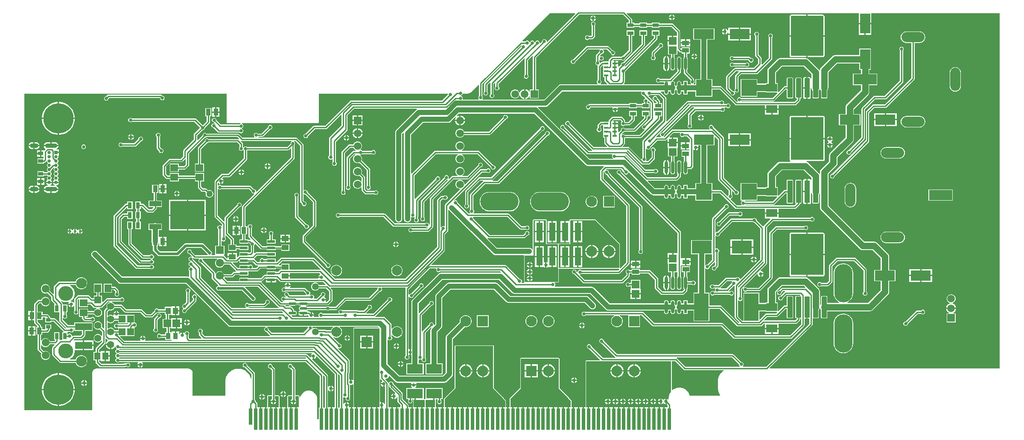
<source format=gbl>
G04*
G04 #@! TF.GenerationSoftware,Altium Limited,Altium Designer,21.3.2 (30)*
G04*
G04 Layer_Physical_Order=2*
G04 Layer_Color=16711680*
%FSLAX25Y25*%
%MOIN*%
G70*
G04*
G04 #@! TF.SameCoordinates,06CA3BE7-F167-48F9-AA53-4FDEF555C1C3*
G04*
G04*
G04 #@! TF.FilePolarity,Positive*
G04*
G01*
G75*
%ADD12C,0.01000*%
%ADD21R,0.04921X0.03150*%
%ADD26R,0.07874X0.15748*%
%ADD27R,0.08583X0.06378*%
%ADD29R,0.11417X0.21260*%
G04:AMPARAMS|DCode=30|XSize=39.37mil|YSize=163.39mil|CornerRadius=1.97mil|HoleSize=0mil|Usage=FLASHONLY|Rotation=0.000|XOffset=0mil|YOffset=0mil|HoleType=Round|Shape=RoundedRectangle|*
%AMROUNDEDRECTD30*
21,1,0.03937,0.15945,0,0,0.0*
21,1,0.03543,0.16339,0,0,0.0*
1,1,0.00394,0.01772,-0.07972*
1,1,0.00394,-0.01772,-0.07972*
1,1,0.00394,-0.01772,0.07972*
1,1,0.00394,0.01772,0.07972*
%
%ADD30ROUNDEDRECTD30*%
G04:AMPARAMS|DCode=31|XSize=251.97mil|YSize=322.84mil|CornerRadius=2.52mil|HoleSize=0mil|Usage=FLASHONLY|Rotation=0.000|XOffset=0mil|YOffset=0mil|HoleType=Round|Shape=RoundedRectangle|*
%AMROUNDEDRECTD31*
21,1,0.25197,0.31780,0,0,0.0*
21,1,0.24693,0.32284,0,0,0.0*
1,1,0.00504,0.12347,-0.15890*
1,1,0.00504,-0.12347,-0.15890*
1,1,0.00504,-0.12347,0.15890*
1,1,0.00504,0.12347,0.15890*
%
%ADD31ROUNDEDRECTD31*%
%ADD32R,0.03150X0.04921*%
%ADD35R,0.06102X0.05512*%
%ADD36R,0.05315X0.03740*%
%ADD38R,0.03740X0.05315*%
%ADD39R,0.05315X0.03937*%
%ADD43R,0.06102X0.06102*%
%ADD53R,0.12400X0.07700*%
%ADD55R,0.02756X0.16535*%
%ADD56R,0.02756X0.12598*%
%ADD60R,0.06102X0.06102*%
%ADD67R,0.05315X0.06102*%
%ADD83R,0.05906X0.05906*%
%ADD84C,0.05906*%
G04:AMPARAMS|DCode=85|XSize=299.21mil|YSize=141.73mil|CornerRadius=70.87mil|HoleSize=0mil|Usage=FLASHONLY|Rotation=90.000|XOffset=0mil|YOffset=0mil|HoleType=Round|Shape=RoundedRectangle|*
%AMROUNDEDRECTD85*
21,1,0.29921,0.00000,0,0,90.0*
21,1,0.15748,0.14173,0,0,90.0*
1,1,0.14173,0.00000,0.07874*
1,1,0.14173,0.00000,-0.07874*
1,1,0.14173,0.00000,-0.07874*
1,1,0.14173,0.00000,0.07874*
%
%ADD85ROUNDEDRECTD85*%
%ADD86C,0.06299*%
%ADD87R,0.06299X0.06299*%
%ADD88C,0.05315*%
G04:AMPARAMS|DCode=89|XSize=299.21mil|YSize=141.73mil|CornerRadius=70.87mil|HoleSize=0mil|Usage=FLASHONLY|Rotation=180.000|XOffset=0mil|YOffset=0mil|HoleType=Round|Shape=RoundedRectangle|*
%AMROUNDEDRECTD89*
21,1,0.29921,0.00000,0,0,180.0*
21,1,0.15748,0.14173,0,0,180.0*
1,1,0.14173,-0.07874,0.00000*
1,1,0.14173,0.07874,0.00000*
1,1,0.14173,0.07874,0.00000*
1,1,0.14173,-0.07874,0.00000*
%
%ADD89ROUNDEDRECTD89*%
%ADD90R,0.05906X0.05906*%
%ADD91C,0.07874*%
%ADD92R,0.07874X0.07874*%
G04:AMPARAMS|DCode=93|XSize=78.74mil|YSize=181.1mil|CornerRadius=39.37mil|HoleSize=0mil|Usage=FLASHONLY|Rotation=180.000|XOffset=0mil|YOffset=0mil|HoleType=Round|Shape=RoundedRectangle|*
%AMROUNDEDRECTD93*
21,1,0.07874,0.10236,0,0,180.0*
21,1,0.00000,0.18110,0,0,180.0*
1,1,0.07874,0.00000,0.05118*
1,1,0.07874,0.00000,0.05118*
1,1,0.07874,0.00000,-0.05118*
1,1,0.07874,0.00000,-0.05118*
%
%ADD93ROUNDEDRECTD93*%
G04:AMPARAMS|DCode=94|XSize=181.1mil|YSize=78.74mil|CornerRadius=39.37mil|HoleSize=0mil|Usage=FLASHONLY|Rotation=180.000|XOffset=0mil|YOffset=0mil|HoleType=Round|Shape=RoundedRectangle|*
%AMROUNDEDRECTD94*
21,1,0.18110,0.00000,0,0,180.0*
21,1,0.10236,0.07874,0,0,180.0*
1,1,0.07874,-0.05118,0.00000*
1,1,0.07874,0.05118,0.00000*
1,1,0.07874,0.05118,0.00000*
1,1,0.07874,-0.05118,0.00000*
%
%ADD94ROUNDEDRECTD94*%
%ADD95R,0.18110X0.07874*%
%ADD96C,0.08268*%
%ADD97R,0.08268X0.08268*%
%ADD98C,0.06102*%
%ADD99R,0.05512X0.05512*%
%ADD100C,0.05512*%
%ADD101C,0.11614*%
%ADD102C,0.23622*%
G04:AMPARAMS|DCode=103|XSize=35.43mil|YSize=66.93mil|CornerRadius=17.72mil|HoleSize=0mil|Usage=FLASHONLY|Rotation=270.000|XOffset=0mil|YOffset=0mil|HoleType=Round|Shape=RoundedRectangle|*
%AMROUNDEDRECTD103*
21,1,0.03543,0.03150,0,0,270.0*
21,1,0.00000,0.06693,0,0,270.0*
1,1,0.03543,-0.01575,0.00000*
1,1,0.03543,-0.01575,0.00000*
1,1,0.03543,0.01575,0.00000*
1,1,0.03543,0.01575,0.00000*
%
%ADD103ROUNDEDRECTD103*%
G04:AMPARAMS|DCode=104|XSize=35.43mil|YSize=94.49mil|CornerRadius=17.72mil|HoleSize=0mil|Usage=FLASHONLY|Rotation=270.000|XOffset=0mil|YOffset=0mil|HoleType=Round|Shape=RoundedRectangle|*
%AMROUNDEDRECTD104*
21,1,0.03543,0.05906,0,0,270.0*
21,1,0.00000,0.09449,0,0,270.0*
1,1,0.03543,-0.02953,0.00000*
1,1,0.03543,-0.02953,0.00000*
1,1,0.03543,0.02953,0.00000*
1,1,0.03543,0.02953,0.00000*
%
%ADD104ROUNDEDRECTD104*%
%ADD105R,0.02559X0.02559*%
%ADD106C,0.02559*%
%ADD107C,0.02500*%
%ADD108C,0.05000*%
%ADD109C,0.01968*%
%ADD110C,0.03937*%
%ADD111C,0.04000*%
%ADD112C,0.02000*%
%ADD114C,0.05000*%
%ADD117R,0.15748X0.09843*%
%ADD118R,0.03543X0.01772*%
%ADD119R,0.15748X0.07874*%
G04:AMPARAMS|DCode=120|XSize=41.34mil|YSize=175.2mil|CornerRadius=2.07mil|HoleSize=0mil|Usage=FLASHONLY|Rotation=0.000|XOffset=0mil|YOffset=0mil|HoleType=Round|Shape=RoundedRectangle|*
%AMROUNDEDRECTD120*
21,1,0.04134,0.17106,0,0,0.0*
21,1,0.03720,0.17520,0,0,0.0*
1,1,0.00413,0.01860,-0.08553*
1,1,0.00413,-0.01860,-0.08553*
1,1,0.00413,-0.01860,0.08553*
1,1,0.00413,0.01860,0.08553*
%
%ADD120ROUNDEDRECTD120*%
G04:AMPARAMS|DCode=121|XSize=253.94mil|YSize=334.65mil|CornerRadius=2.54mil|HoleSize=0mil|Usage=FLASHONLY|Rotation=0.000|XOffset=0mil|YOffset=0mil|HoleType=Round|Shape=RoundedRectangle|*
%AMROUNDEDRECTD121*
21,1,0.25394,0.32957,0,0,0.0*
21,1,0.24886,0.33465,0,0,0.0*
1,1,0.00508,0.12443,-0.16478*
1,1,0.00508,-0.12443,-0.16478*
1,1,0.00508,-0.12443,0.16478*
1,1,0.00508,0.12443,0.16478*
%
%ADD121ROUNDEDRECTD121*%
%ADD122R,0.12299X0.12799*%
%ADD123R,0.02449X0.09740*%
G04:AMPARAMS|DCode=124|XSize=97.4mil|YSize=24.49mil|CornerRadius=12.25mil|HoleSize=0mil|Usage=FLASHONLY|Rotation=90.000|XOffset=0mil|YOffset=0mil|HoleType=Round|Shape=RoundedRectangle|*
%AMROUNDEDRECTD124*
21,1,0.09740,0.00000,0,0,90.0*
21,1,0.07291,0.02449,0,0,90.0*
1,1,0.02449,0.00000,0.03646*
1,1,0.02449,0.00000,-0.03646*
1,1,0.02449,0.00000,-0.03646*
1,1,0.02449,0.00000,0.03646*
%
%ADD124ROUNDEDRECTD124*%
G04:AMPARAMS|DCode=125|XSize=37.4mil|YSize=151.58mil|CornerRadius=2.06mil|HoleSize=0mil|Usage=FLASHONLY|Rotation=0.000|XOffset=0mil|YOffset=0mil|HoleType=Round|Shape=RoundedRectangle|*
%AMROUNDEDRECTD125*
21,1,0.03740,0.14746,0,0,0.0*
21,1,0.03329,0.15158,0,0,0.0*
1,1,0.00411,0.01664,-0.07373*
1,1,0.00411,-0.01664,-0.07373*
1,1,0.00411,-0.01664,0.07373*
1,1,0.00411,0.01664,0.07373*
%
%ADD125ROUNDEDRECTD125*%
G04:AMPARAMS|DCode=126|XSize=251.97mil|YSize=311.02mil|CornerRadius=2.52mil|HoleSize=0mil|Usage=FLASHONLY|Rotation=0.000|XOffset=0mil|YOffset=0mil|HoleType=Round|Shape=RoundedRectangle|*
%AMROUNDEDRECTD126*
21,1,0.25197,0.30598,0,0,0.0*
21,1,0.24693,0.31102,0,0,0.0*
1,1,0.00504,0.12347,-0.15299*
1,1,0.00504,-0.12347,-0.15299*
1,1,0.00504,-0.12347,0.15299*
1,1,0.00504,0.12347,0.15299*
%
%ADD126ROUNDEDRECTD126*%
%ADD127R,0.06102X0.02362*%
%ADD128R,0.26772X0.21850*%
%ADD129R,0.09449X0.03937*%
%ADD130R,0.05926X0.02253*%
G04:AMPARAMS|DCode=131|XSize=59.26mil|YSize=22.53mil|CornerRadius=11.26mil|HoleSize=0mil|Usage=FLASHONLY|Rotation=180.000|XOffset=0mil|YOffset=0mil|HoleType=Round|Shape=RoundedRectangle|*
%AMROUNDEDRECTD131*
21,1,0.05926,0.00000,0,0,180.0*
21,1,0.03674,0.02253,0,0,180.0*
1,1,0.02253,-0.01837,0.00000*
1,1,0.02253,0.01837,0.00000*
1,1,0.02253,0.01837,0.00000*
1,1,0.02253,-0.01837,0.00000*
%
%ADD131ROUNDEDRECTD131*%
%ADD132R,0.05000X0.14488*%
%ADD133R,0.03465X0.02638*%
%ADD134R,0.03771X0.04969*%
%ADD135R,0.03937X0.05118*%
%ADD136R,0.05118X0.05709*%
%ADD137R,0.05315X0.05709*%
%ADD138R,0.13386X0.05512*%
%ADD139R,0.06102X0.05315*%
%ADD140R,0.03937X0.03150*%
G36*
X764540Y53175D02*
X585015D01*
X584824Y53637D01*
X618054Y86867D01*
X618339Y87293D01*
X618439Y87795D01*
Y92404D01*
X618571Y92523D01*
X618939Y92726D01*
X619095Y92695D01*
X622638D01*
X622910Y92749D01*
X623140Y92903D01*
X623294Y93134D01*
X623348Y93405D01*
Y99213D01*
X623738Y99720D01*
X623942Y100213D01*
X624483D01*
X624687Y99720D01*
X625077Y99213D01*
Y93405D01*
X625131Y93134D01*
X625285Y92903D01*
X625516Y92749D01*
X625787Y92695D01*
X629331D01*
X629603Y92749D01*
X629833Y92903D01*
X629987Y93134D01*
X630041Y93405D01*
Y98062D01*
X663189Y98062D01*
X664047Y98175D01*
X664847Y98506D01*
X665533Y99033D01*
X677345Y110844D01*
X677872Y111531D01*
X678203Y112331D01*
X678316Y113189D01*
X678316Y121547D01*
X683374D01*
Y130421D01*
X678316D01*
X678316Y140945D01*
X678203Y141803D01*
X677872Y142603D01*
X677345Y143289D01*
X669077Y151557D01*
X668390Y152084D01*
X667922Y152278D01*
X667591Y152415D01*
X666732Y152528D01*
X659051Y152528D01*
X630875Y180704D01*
X630875Y191732D01*
Y205516D01*
X636990Y211632D01*
X637517Y212318D01*
X637849Y213118D01*
X637961Y213976D01*
Y218508D01*
X649786Y230332D01*
X650312Y231019D01*
X650644Y231819D01*
X650757Y232677D01*
X650757Y243595D01*
X655815D01*
Y252468D01*
X650757D01*
X650757Y256107D01*
X661793Y267144D01*
X662320Y267830D01*
X662652Y268630D01*
X662765Y269488D01*
X662765Y275091D01*
X669004D01*
Y283965D01*
X662765D01*
Y286902D01*
X663886D01*
Y303650D01*
X655012D01*
Y298591D01*
X636221Y298591D01*
X635362Y298478D01*
X634563Y298147D01*
X633876Y297620D01*
X625214Y288959D01*
X624687Y288272D01*
X624356Y287472D01*
X624260Y286742D01*
X623752Y286662D01*
X623738Y286697D01*
X623211Y287384D01*
X615337Y295258D01*
X614650Y295785D01*
X613850Y296116D01*
X612992Y296229D01*
X593307Y296229D01*
X592449Y296116D01*
X591649Y295785D01*
X590963Y295258D01*
X584270Y288565D01*
X583743Y287878D01*
X583411Y287079D01*
X583298Y286221D01*
X583298Y276563D01*
X581823D01*
Y276190D01*
X575431Y276190D01*
Y279734D01*
X562132D01*
Y265935D01*
X575431D01*
Y269558D01*
X581823Y269558D01*
Y269185D01*
X590691D01*
X590882Y268723D01*
X587252Y265092D01*
X562580D01*
X562409Y265263D01*
X561765Y265529D01*
X561069D01*
X560426Y265263D01*
X559934Y264771D01*
X559667Y264128D01*
Y263431D01*
X559934Y262788D01*
X560279Y262442D01*
X560072Y261943D01*
X559402D01*
X547582Y273763D01*
X547156Y274047D01*
X546654Y274147D01*
X540230D01*
Y279734D01*
X536360D01*
X536360Y310524D01*
X541955D01*
Y319398D01*
X525207D01*
Y310524D01*
X530801D01*
X530801Y279734D01*
X526931D01*
Y275614D01*
X525790Y275614D01*
X525656Y275935D01*
X525636Y276114D01*
X526090Y276568D01*
X526356Y277211D01*
Y277907D01*
X526090Y278550D01*
X525919Y278721D01*
Y279528D01*
X525819Y280030D01*
X525534Y280456D01*
X520624Y285367D01*
Y287113D01*
X520936Y287580D01*
X521069Y288253D01*
Y295544D01*
X520936Y296217D01*
X520604Y296713D01*
Y298740D01*
X520624Y298839D01*
Y299795D01*
X522469D01*
Y304535D01*
X516153D01*
Y303930D01*
X515654Y303723D01*
X515092Y304284D01*
Y316929D01*
X514992Y317431D01*
X514708Y317857D01*
X509590Y322975D01*
X509164Y323260D01*
X508661Y323360D01*
X499024D01*
Y324122D01*
X493102D01*
Y323360D01*
X489181D01*
Y324122D01*
X483260D01*
Y323360D01*
X479339D01*
Y324122D01*
X477691D01*
Y326181D01*
X477591Y326683D01*
X477306Y327109D01*
X473408Y331007D01*
X473599Y331469D01*
X654512Y331470D01*
Y323728D01*
X659449D01*
X664386D01*
Y331470D01*
X764540Y331470D01*
Y53175D01*
D02*
G37*
G36*
X433285Y331007D02*
X411305Y309028D01*
X410805Y309235D01*
Y309600D01*
X410539Y310243D01*
X410046Y310736D01*
X409403Y311002D01*
X408707D01*
X408064Y310736D01*
X407572Y310243D01*
X407305Y309600D01*
Y309358D01*
X405793Y307846D01*
X405293Y308054D01*
Y308419D01*
X405027Y309062D01*
X404535Y309554D01*
X403891Y309821D01*
X403195D01*
X402552Y309554D01*
X402060Y309062D01*
X401825Y308495D01*
X401727Y308479D01*
X401423D01*
X401325Y308495D01*
X401090Y309062D01*
X400598Y309554D01*
X399954Y309821D01*
X399258D01*
X398615Y309554D01*
X398123Y309062D01*
X397888Y308495D01*
X397790Y308479D01*
X397485D01*
X397388Y308495D01*
X397153Y309062D01*
X396661Y309554D01*
X396017Y309821D01*
X395321D01*
X394678Y309554D01*
X394507Y309384D01*
X392089D01*
X391897Y309845D01*
X413521Y331469D01*
X433093Y331469D01*
X433285Y331007D01*
D02*
G37*
G36*
X655012Y291960D02*
Y286902D01*
X656133D01*
Y283965D01*
X649894D01*
Y275091D01*
X656133D01*
X656133Y270862D01*
X645096Y259825D01*
X644569Y259138D01*
X644238Y258338D01*
X644125Y257480D01*
X644125Y252468D01*
X639067D01*
Y243595D01*
X644125D01*
X644125Y234050D01*
X632301Y222226D01*
X631774Y221540D01*
X631443Y220740D01*
X631330Y219882D01*
Y215350D01*
X625214Y209234D01*
X624687Y208548D01*
X624356Y207748D01*
X624243Y206890D01*
Y205681D01*
X623743Y205581D01*
X623738Y205595D01*
X623211Y206282D01*
X615337Y214156D01*
X614650Y214683D01*
X613850Y215014D01*
X613905Y215511D01*
X626616D01*
X627105Y215608D01*
X627520Y215885D01*
X627797Y216300D01*
X627895Y216789D01*
Y232768D01*
X600452D01*
Y216789D01*
X600549Y216300D01*
X600826Y215885D01*
X601213Y215627D01*
X601219Y215590D01*
X600987Y215127D01*
X593307D01*
X592449Y215014D01*
X591649Y214683D01*
X590963Y214156D01*
X584270Y207463D01*
X583743Y206776D01*
X583411Y205976D01*
X583298Y205118D01*
X583298Y195264D01*
X581823D01*
Y194891D01*
X575431Y194891D01*
Y198474D01*
X562132D01*
Y184675D01*
X563314D01*
X563414Y184175D01*
X563379Y184161D01*
X562886Y183668D01*
X562620Y183025D01*
Y182329D01*
X562886Y181686D01*
X563232Y181340D01*
X563025Y180840D01*
X559402D01*
X554462Y185780D01*
X554641Y186308D01*
X555125Y186509D01*
X555617Y187001D01*
X555884Y187644D01*
Y188340D01*
X555617Y188983D01*
X555446Y189154D01*
Y192044D01*
X555908Y192235D01*
X557305Y190839D01*
Y190597D01*
X557572Y189954D01*
X558064Y189461D01*
X558707Y189195D01*
X559403D01*
X560046Y189461D01*
X560539Y189954D01*
X560805Y190597D01*
Y191293D01*
X560539Y191936D01*
X560046Y192428D01*
X559403Y192695D01*
X559161D01*
X549344Y202512D01*
Y233465D01*
X549244Y233967D01*
X548960Y234393D01*
X541120Y242232D01*
Y242474D01*
X540854Y243117D01*
X540361Y243609D01*
X539718Y243876D01*
X539022D01*
X538379Y243609D01*
X537886Y243117D01*
X537620Y242474D01*
Y241778D01*
X537886Y241135D01*
X538232Y240789D01*
X538025Y240289D01*
X509252D01*
X508750Y240189D01*
X508324Y239904D01*
X502625Y234206D01*
X502287Y234243D01*
X502196Y234637D01*
X502192Y234756D01*
X502665Y235229D01*
X502931Y235872D01*
Y236114D01*
X524363Y257546D01*
X525853D01*
X525964Y257046D01*
X525647Y256834D01*
X521710Y252897D01*
X521425Y252471D01*
X521325Y251969D01*
Y244272D01*
X521154Y244102D01*
X520888Y243458D01*
Y242762D01*
X521154Y242119D01*
X521646Y241627D01*
X522290Y241360D01*
X522986D01*
X523629Y241627D01*
X524121Y242119D01*
X524388Y242762D01*
Y243458D01*
X524121Y244102D01*
X523950Y244272D01*
Y251425D01*
X527118Y254593D01*
X547066D01*
X547237Y254422D01*
X547880Y254155D01*
X548576D01*
X549220Y254422D01*
X549712Y254914D01*
X549978Y255557D01*
Y256254D01*
X549712Y256897D01*
X549563Y257046D01*
X549770Y257546D01*
X551397D01*
X551568Y257375D01*
X552211Y257108D01*
X552907D01*
X553550Y257375D01*
X554043Y257867D01*
X554309Y258510D01*
Y259206D01*
X554043Y259850D01*
X553550Y260342D01*
X552907Y260608D01*
X552211D01*
X551568Y260342D01*
X551397Y260171D01*
X549638D01*
X549304Y260671D01*
X549388Y260872D01*
Y261569D01*
X549121Y262212D01*
X548629Y262704D01*
X547986Y262970D01*
X547290D01*
X546646Y262704D01*
X546476Y262533D01*
X521063D01*
X520561Y262433D01*
X520135Y262149D01*
X504711Y246725D01*
X504250Y246971D01*
X504265Y247047D01*
Y264764D01*
X504166Y265266D01*
X503881Y265692D01*
X500018Y269555D01*
X500079Y269849D01*
X500206Y270055D01*
X502553D01*
Y269229D01*
X502686Y268555D01*
X503068Y267985D01*
X503638Y267604D01*
X504311Y267470D01*
X504984Y267604D01*
X505554Y267985D01*
X505936Y268555D01*
X506070Y269229D01*
Y270055D01*
X507553D01*
Y269229D01*
X507686Y268555D01*
X508068Y267985D01*
X508638Y267604D01*
X509311Y267470D01*
X509984Y267604D01*
X510554Y267985D01*
X510936Y268555D01*
X511069Y269229D01*
Y270710D01*
X511277Y270869D01*
X511501Y271162D01*
X512121D01*
X512346Y270869D01*
X512553Y270710D01*
Y269229D01*
X512686Y268555D01*
X513068Y267985D01*
X513638Y267604D01*
X514311Y267470D01*
X514984Y267604D01*
X515554Y267985D01*
X515936Y268555D01*
X516070Y269229D01*
Y270055D01*
X517586D01*
Y267504D01*
X521036D01*
Y270055D01*
X526931Y270055D01*
Y265935D01*
X540230D01*
Y271522D01*
X546110D01*
X557930Y259702D01*
X558356Y259417D01*
X558858Y259317D01*
X581323D01*
Y256760D01*
X586614D01*
X591905D01*
Y259317D01*
X604724D01*
X605227Y259417D01*
X605653Y259702D01*
X608408Y262458D01*
X608693Y262883D01*
X608793Y263386D01*
Y264742D01*
X609145D01*
X609420Y264797D01*
X609654Y264953D01*
X609809Y265186D01*
X609864Y265462D01*
Y280208D01*
X609809Y280483D01*
X609654Y280716D01*
X609420Y280872D01*
X609145Y280927D01*
X605816D01*
X605541Y280872D01*
X605307Y280716D01*
X605151Y280483D01*
X605096Y280208D01*
Y265462D01*
X605151Y265186D01*
X605307Y264953D01*
X605541Y264797D01*
X605816Y264742D01*
X606168D01*
Y263930D01*
X604181Y261943D01*
X563337D01*
X563070Y262442D01*
X563086Y262467D01*
X587795D01*
X588298Y262567D01*
X588723Y262851D01*
X597394Y271522D01*
X598404D01*
Y265462D01*
X598458Y265186D01*
X598614Y264953D01*
X598848Y264797D01*
X599123Y264742D01*
X602452D01*
X602727Y264797D01*
X602961Y264953D01*
X603117Y265186D01*
X603171Y265462D01*
Y280208D01*
X603117Y280483D01*
X602961Y280716D01*
X602727Y280872D01*
X602452Y280927D01*
X599123D01*
X598848Y280872D01*
X598614Y280716D01*
X598458Y280483D01*
X598404Y280208D01*
Y274147D01*
X596850D01*
X596348Y274047D01*
X595922Y273763D01*
X591867Y269708D01*
X591405Y269899D01*
Y276563D01*
X589930D01*
X589930Y284847D01*
X594681Y289598D01*
X611619Y289598D01*
X617550Y283666D01*
Y280340D01*
X617050Y280291D01*
X616973Y280678D01*
X616707Y281077D01*
X616308Y281343D01*
X615838Y281437D01*
X614673D01*
Y272835D01*
Y264232D01*
X615838D01*
X616308Y264326D01*
X616707Y264592D01*
X616973Y264991D01*
X617067Y265462D01*
Y272676D01*
X617567Y272709D01*
X617663Y271976D01*
X617995Y271177D01*
X618482Y270541D01*
Y265462D01*
X618537Y265186D01*
X618693Y264953D01*
X618926Y264797D01*
X619202Y264742D01*
X622531D01*
X622806Y264797D01*
X623039Y264953D01*
X623195Y265186D01*
X623250Y265462D01*
Y270541D01*
X623738Y271177D01*
X623942Y271670D01*
X624483D01*
X624687Y271177D01*
X625175Y270541D01*
Y265462D01*
X625230Y265186D01*
X625386Y264953D01*
X625619Y264797D01*
X625895Y264742D01*
X629223D01*
X629499Y264797D01*
X629732Y264953D01*
X629888Y265186D01*
X629943Y265462D01*
Y270541D01*
X630431Y271177D01*
X630762Y271976D01*
X630875Y272835D01*
X630875Y285241D01*
X637594Y291960D01*
X655012Y291960D01*
D02*
G37*
G36*
X455012Y290244D02*
Y287591D01*
X455012D01*
Y287213D01*
X455012D01*
Y284441D01*
X455012D01*
Y284063D01*
X455012D01*
Y281291D01*
X455971D01*
Y278937D01*
X456071Y278435D01*
X456355Y278009D01*
X458288Y276076D01*
X458097Y275614D01*
X452955D01*
X452822Y275935D01*
X452802Y276114D01*
X453255Y276568D01*
X453522Y277211D01*
Y277907D01*
X453255Y278550D01*
X453084Y278721D01*
Y289023D01*
X454574Y290513D01*
X455012Y290244D01*
D02*
G37*
G36*
X475065Y325637D02*
Y324122D01*
X473417D01*
Y319972D01*
X479339D01*
Y320735D01*
X483260D01*
Y319972D01*
X489181D01*
Y320735D01*
X493102D01*
Y319972D01*
X499024D01*
Y320735D01*
X508118D01*
X512467Y316385D01*
Y313795D01*
X509752D01*
Y309744D01*
X509252D01*
Y309244D01*
X505201D01*
Y305693D01*
X505701D01*
Y298909D01*
X507998D01*
Y296684D01*
X507686Y296217D01*
X507553Y295544D01*
Y288253D01*
X507686Y287580D01*
X508068Y287009D01*
X508638Y286628D01*
X509311Y286494D01*
X509984Y286628D01*
X510554Y287009D01*
X510936Y287580D01*
X511069Y288253D01*
Y295544D01*
X510936Y296217D01*
X510624Y296684D01*
Y298909D01*
X512803D01*
Y302153D01*
X513303Y302360D01*
X514623Y301040D01*
X515049Y300756D01*
X515551Y300656D01*
X516153D01*
Y299795D01*
X517998D01*
Y298918D01*
X517979Y298819D01*
Y296654D01*
X517686Y296217D01*
X517553Y295544D01*
Y288253D01*
X517686Y287580D01*
X517998Y287113D01*
Y284823D01*
X518098Y284320D01*
X518383Y283895D01*
X523294Y278984D01*
Y278721D01*
X523123Y278550D01*
X522856Y277907D01*
Y277211D01*
X523123Y276568D01*
X523576Y276114D01*
X523557Y275935D01*
X523423Y275614D01*
X521036D01*
Y278244D01*
X517586D01*
Y275614D01*
X516070D01*
Y276519D01*
X515936Y277192D01*
X515554Y277763D01*
X514984Y278144D01*
X514311Y278278D01*
X513638Y278144D01*
X513068Y277763D01*
X512686Y277192D01*
X512553Y276519D01*
Y274959D01*
X512346Y274800D01*
X512121Y274507D01*
X511501D01*
X511277Y274800D01*
X511069Y274959D01*
Y276519D01*
X510936Y277192D01*
X510554Y277763D01*
X509984Y278144D01*
X509573Y278226D01*
X509408Y278768D01*
X515239Y284600D01*
X515524Y285026D01*
X515624Y285528D01*
Y287113D01*
X515936Y287580D01*
X516070Y288253D01*
Y295544D01*
X515936Y296217D01*
X515554Y296787D01*
X514984Y297168D01*
X514311Y297302D01*
X513638Y297168D01*
X513068Y296787D01*
X512686Y296217D01*
X512553Y295544D01*
Y288253D01*
X512686Y287580D01*
X512998Y287113D01*
Y286072D01*
X506980Y280053D01*
X499194D01*
X499023Y280224D01*
X498380Y280490D01*
X497683D01*
X497040Y280224D01*
X496548Y279731D01*
X496281Y279088D01*
Y278392D01*
X496548Y277749D01*
X497040Y277257D01*
X497683Y276990D01*
X498380D01*
X499023Y277257D01*
X499194Y277428D01*
X502288D01*
X502634Y276927D01*
X502553Y276519D01*
Y275614D01*
X471037Y275614D01*
X470846Y276076D01*
X471450Y276680D01*
X471734Y277106D01*
X471834Y277608D01*
Y284852D01*
X472005Y285022D01*
X472272Y285666D01*
Y285908D01*
X496991Y310627D01*
X497276Y311053D01*
X497376Y311555D01*
Y313673D01*
X499024D01*
Y317823D01*
X493102D01*
Y313673D01*
X494750D01*
Y312099D01*
X472386Y289734D01*
X472005Y290022D01*
X472272Y290666D01*
Y290908D01*
X487149Y305784D01*
X487433Y306210D01*
X487533Y306713D01*
Y313673D01*
X489181D01*
Y317823D01*
X483260D01*
Y313673D01*
X484908D01*
Y307256D01*
X470415Y292764D01*
X470174D01*
X469530Y292497D01*
X469038Y292005D01*
X468772Y291362D01*
Y291120D01*
X467210Y289558D01*
X466748Y289750D01*
Y291626D01*
X463976D01*
Y292126D01*
X463476D01*
Y294012D01*
X463078D01*
X462855Y294510D01*
X463045Y294750D01*
X469310D01*
X469481Y294579D01*
X470124Y294313D01*
X470821D01*
X471464Y294579D01*
X471956Y295072D01*
X472222Y295715D01*
Y295957D01*
X477109Y300844D01*
X477394Y301269D01*
X477494Y301772D01*
Y313673D01*
X479339D01*
Y317823D01*
X473417D01*
Y313673D01*
X474868D01*
Y302315D01*
X470366Y297813D01*
X470124D01*
X469481Y297547D01*
X469310Y297376D01*
X462402D01*
X461899Y297276D01*
X461473Y296991D01*
X459702Y295219D01*
X459417Y294794D01*
X459317Y294291D01*
Y293512D01*
X455012D01*
Y293439D01*
X454331D01*
X453828Y293339D01*
X453403Y293054D01*
X452803Y292454D01*
X452341Y292645D01*
Y292671D01*
X452074Y293314D01*
X451903Y293485D01*
Y294521D01*
X452403Y294728D01*
X452650Y294481D01*
X453294Y294215D01*
X453990D01*
X454633Y294481D01*
X455125Y294973D01*
X455392Y295617D01*
Y296313D01*
X455125Y296956D01*
X454633Y297448D01*
X453990Y297715D01*
X453294D01*
X452800Y297510D01*
X452352Y297667D01*
X452243Y297747D01*
X452229Y297814D01*
X453827Y299411D01*
X454069D01*
X454712Y299678D01*
X455204Y300170D01*
X455471Y300813D01*
Y301509D01*
X455204Y302153D01*
X454839Y302518D01*
X455018Y303018D01*
X457921D01*
X460848Y300091D01*
Y299849D01*
X461115Y299206D01*
X461607Y298713D01*
X462250Y298447D01*
X462947D01*
X463590Y298713D01*
X464082Y299206D01*
X464348Y299849D01*
Y300545D01*
X464082Y301188D01*
X463590Y301680D01*
X462947Y301947D01*
X462705D01*
X459393Y305259D01*
X458967Y305543D01*
X458465Y305643D01*
X442520D01*
X442017Y305543D01*
X441592Y305259D01*
X431506Y295173D01*
X431191Y295110D01*
X431050Y295017D01*
X430505Y294791D01*
X430013Y294298D01*
X429746Y293655D01*
Y292959D01*
X430013Y292316D01*
X430505Y291824D01*
X431148Y291557D01*
X431844D01*
X432487Y291824D01*
X432980Y292316D01*
X433246Y292959D01*
Y293201D01*
X443063Y303018D01*
X452423D01*
X452602Y302518D01*
X452237Y302153D01*
X451970Y301509D01*
Y301268D01*
X449662Y298960D01*
X449378Y298534D01*
X449278Y298031D01*
Y293485D01*
X449107Y293314D01*
X448841Y292671D01*
Y291975D01*
X449107Y291332D01*
X449599Y290839D01*
X450243Y290573D01*
X450294D01*
X450561Y290073D01*
X450559Y290069D01*
X450459Y289567D01*
Y278721D01*
X450288Y278550D01*
X450022Y277907D01*
Y277211D01*
X450288Y276568D01*
X450741Y276114D01*
X450722Y275935D01*
X450588Y275614D01*
X422047Y275614D01*
X421328Y275520D01*
X420657Y275242D01*
X420082Y274800D01*
X408888Y263606D01*
X361417Y263606D01*
X360883D01*
X360676Y264106D01*
X360736Y264166D01*
X361002Y264809D01*
Y265506D01*
X360736Y266149D01*
X360565Y266320D01*
Y275988D01*
X390696Y306119D01*
X391120Y305836D01*
X390967Y305466D01*
Y305224D01*
X362261Y276519D01*
X361976Y276093D01*
X361876Y275590D01*
Y269863D01*
X361705Y269692D01*
X361439Y269049D01*
Y268353D01*
X361705Y267709D01*
X362198Y267217D01*
X362841Y266951D01*
X363537D01*
X364180Y267217D01*
X364673Y267709D01*
X364939Y268353D01*
Y269049D01*
X364673Y269692D01*
X364502Y269863D01*
Y275047D01*
X366352Y276897D01*
X366813Y276651D01*
X366798Y276575D01*
Y267895D01*
X366627Y267724D01*
X366360Y267080D01*
Y266384D01*
X366627Y265741D01*
X367119Y265249D01*
X367762Y264982D01*
X368458D01*
X369102Y265249D01*
X369594Y265741D01*
X369860Y266384D01*
Y267080D01*
X369594Y267724D01*
X369423Y267895D01*
Y276031D01*
X370289Y276897D01*
X370750Y276651D01*
X370735Y276575D01*
Y273800D01*
X370564Y273629D01*
X370297Y272986D01*
Y272290D01*
X370564Y271646D01*
X371056Y271154D01*
X371699Y270888D01*
X372395D01*
X373039Y271154D01*
X373531Y271646D01*
X373797Y272290D01*
Y272986D01*
X373531Y273629D01*
X373360Y273800D01*
Y276031D01*
X393386Y296057D01*
X393774Y295739D01*
X393669Y295581D01*
X393569Y295079D01*
Y283052D01*
X393398Y282881D01*
X393132Y282238D01*
Y281542D01*
X393398Y280898D01*
X393891Y280406D01*
X394534Y280140D01*
X395230D01*
X395873Y280406D01*
X396365Y280898D01*
X396632Y281542D01*
Y282238D01*
X396365Y282881D01*
X396195Y283052D01*
Y294535D01*
X399725Y298065D01*
X400113Y297746D01*
X400008Y297589D01*
X399908Y297087D01*
Y271526D01*
X397768D01*
Y269934D01*
X397268Y269800D01*
X396864Y270500D01*
X396128Y271236D01*
X395227Y271756D01*
X394221Y272026D01*
X394201D01*
Y268073D01*
Y264120D01*
X394221D01*
X395227Y264389D01*
X396128Y264910D01*
X396864Y265646D01*
X397268Y266345D01*
X397768Y266212D01*
Y264620D01*
X404673D01*
Y271526D01*
X402533D01*
Y296543D01*
X436174Y330183D01*
X470519D01*
X475065Y325637D01*
D02*
G37*
G36*
X501640Y264220D02*
Y247591D01*
X486080Y232031D01*
X485795Y231605D01*
X485695Y231102D01*
Y218288D01*
X485524Y218117D01*
X485258Y217474D01*
Y217306D01*
X484758Y217098D01*
X475731Y226125D01*
X475306Y226410D01*
X474803Y226509D01*
X470161D01*
X469970Y226971D01*
X471401Y228402D01*
X471685Y228828D01*
X471785Y229331D01*
Y233520D01*
X483848D01*
X484351Y233620D01*
X484777Y233905D01*
X498960Y248088D01*
X499244Y248513D01*
X499344Y249016D01*
Y250681D01*
X500992D01*
Y254831D01*
X495071D01*
Y254831D01*
X494620Y254949D01*
Y256862D01*
X495071Y256980D01*
X495120Y256980D01*
X500992D01*
Y261130D01*
X499344D01*
Y262205D01*
X499244Y262707D01*
X498960Y263133D01*
X497222Y264870D01*
Y265112D01*
X496956Y265755D01*
X496464Y266247D01*
X495821Y266514D01*
X495124D01*
X494481Y266247D01*
X493989Y265755D01*
X493722Y265112D01*
Y264416D01*
X493989Y263773D01*
X494481Y263280D01*
X495124Y263014D01*
X495366D01*
X496719Y261661D01*
Y261130D01*
X495120D01*
X495071Y261130D01*
X494620Y261248D01*
Y261614D01*
X494520Y262117D01*
X494235Y262542D01*
X490206Y266571D01*
X490489Y266995D01*
X490597Y266951D01*
X491293D01*
X491936Y267217D01*
X492107Y267388D01*
X498472D01*
X501640Y264220D01*
D02*
G37*
G36*
X357939Y275234D02*
Y266320D01*
X357768Y266149D01*
X357502Y265506D01*
Y264809D01*
X357768Y264166D01*
X357828Y264106D01*
X357621Y263606D01*
X345460Y263607D01*
X345126Y264106D01*
X345254Y264416D01*
Y265112D01*
X344988Y265755D01*
X344495Y266247D01*
X343928Y266482D01*
X343912Y266580D01*
Y266885D01*
X343928Y266982D01*
X344495Y267217D01*
X344988Y267709D01*
X345254Y268353D01*
Y268477D01*
X349213D01*
X350035Y268585D01*
X350801Y268902D01*
X351459Y269407D01*
X357477Y275426D01*
X357939Y275234D01*
D02*
G37*
G36*
X484786Y270055D02*
X484994Y269555D01*
X484934Y269495D01*
X484667Y268852D01*
Y268156D01*
X484934Y267513D01*
X485426Y267020D01*
X486069Y266754D01*
X486311D01*
X488058Y265007D01*
X487866Y264545D01*
X487841D01*
X487198Y264279D01*
X486705Y263787D01*
X486439Y263143D01*
Y262447D01*
X486705Y261804D01*
X486876Y261633D01*
Y261130D01*
X485228D01*
Y260368D01*
X481307D01*
Y261130D01*
X475386D01*
Y260368D01*
X444488D01*
X443986Y260268D01*
X443560Y259983D01*
X443201Y259624D01*
X442959D01*
X442316Y259358D01*
X441823Y258865D01*
X441557Y258222D01*
Y257526D01*
X441823Y256883D01*
X442316Y256391D01*
X442959Y256124D01*
X443655D01*
X444298Y256391D01*
X444791Y256883D01*
X445057Y257526D01*
Y257743D01*
X462175D01*
X462407Y257242D01*
X462142Y256602D01*
X466598D01*
X466333Y257242D01*
X466565Y257743D01*
X475386D01*
Y256980D01*
X481307D01*
Y257743D01*
X485228D01*
Y256980D01*
X491150D01*
Y261130D01*
X489502D01*
Y261633D01*
X489673Y261804D01*
X489939Y262447D01*
Y262473D01*
X490401Y262664D01*
X491994Y261070D01*
Y249166D01*
X486902Y244073D01*
X486660D01*
X486017Y243806D01*
X485524Y243314D01*
X485258Y242671D01*
Y241975D01*
X485524Y241332D01*
X486017Y240839D01*
X486660Y240573D01*
X487025D01*
X487232Y240073D01*
X483305Y236145D01*
X471684D01*
X471513Y236316D01*
X470870Y236583D01*
X470174D01*
X469530Y236316D01*
X469242Y236697D01*
X470628Y238083D01*
X470870D01*
X471513Y238349D01*
X471684Y238520D01*
X479203D01*
X479705Y238620D01*
X480131Y238905D01*
X489117Y247891D01*
X489402Y248317D01*
X489502Y248819D01*
Y250681D01*
X491150D01*
Y254831D01*
X485228D01*
Y250681D01*
X486876D01*
Y249363D01*
X478659Y241145D01*
X471684D01*
X471513Y241316D01*
X470870Y241583D01*
X470174D01*
X469530Y241316D01*
X469038Y240824D01*
X468772Y240181D01*
Y239939D01*
X467210Y238377D01*
X466748Y238569D01*
Y241232D01*
X463976D01*
Y242232D01*
X466748D01*
Y242996D01*
Y244382D01*
X463976D01*
Y244882D01*
X463476D01*
Y246768D01*
X462860D01*
X462669Y247230D01*
X463142Y247703D01*
X468354D01*
X469209Y246848D01*
Y245995D01*
X469038Y245824D01*
X468772Y245181D01*
Y244485D01*
X469038Y243841D01*
X469530Y243349D01*
X470174Y243083D01*
X470870D01*
X471513Y243349D01*
X471684Y243520D01*
X475148D01*
X475650Y243620D01*
X476076Y243904D01*
X479275Y247103D01*
X479559Y247529D01*
X479659Y248031D01*
Y250681D01*
X481307D01*
Y254831D01*
X475386D01*
Y250681D01*
X477034D01*
Y248575D01*
X474604Y246145D01*
X471834D01*
Y247392D01*
X471734Y247894D01*
X471450Y248320D01*
X469826Y249944D01*
X469400Y250229D01*
X468898Y250328D01*
X462598D01*
X462096Y250229D01*
X461670Y249944D01*
X459702Y247975D01*
X459417Y247550D01*
X459317Y247047D01*
Y246268D01*
X455012D01*
Y246195D01*
X453150D01*
X452647Y246095D01*
X452221Y245810D01*
X450843Y244432D01*
X450559Y244006D01*
X450459Y243504D01*
Y241320D01*
X450288Y241149D01*
X450022Y240506D01*
Y239809D01*
X450288Y239166D01*
X450780Y238674D01*
X451424Y238407D01*
X452120D01*
X452763Y238674D01*
X453255Y239166D01*
X453522Y239809D01*
Y240506D01*
X453255Y241149D01*
X453084Y241320D01*
Y242960D01*
X453693Y243569D01*
X454894D01*
X455012Y243118D01*
X455012Y243118D01*
X455012D01*
X455012Y243118D01*
Y240347D01*
X455012D01*
Y239968D01*
X455012D01*
Y237319D01*
X455012Y237197D01*
X455012D01*
Y236819D01*
X455012D01*
Y234047D01*
X455774D01*
Y229921D01*
X455874Y229419D01*
X456158Y228993D01*
X458180Y226971D01*
X457989Y226509D01*
X447591D01*
X428915Y245185D01*
Y245427D01*
X428649Y246070D01*
X428157Y246562D01*
X427514Y246829D01*
X426817D01*
X426174Y246562D01*
X425682Y246070D01*
X425415Y245427D01*
Y244731D01*
X425682Y244087D01*
X426174Y243595D01*
X426817Y243329D01*
X427059D01*
X446119Y224269D01*
X446436Y224057D01*
X446326Y223557D01*
X443654D01*
X424978Y242232D01*
Y242474D01*
X424712Y243117D01*
X424220Y243609D01*
X423576Y243876D01*
X422880D01*
X422237Y243609D01*
X421745Y243117D01*
X421478Y242474D01*
Y241778D01*
X421745Y241135D01*
X422237Y240642D01*
X422880Y240376D01*
X423122D01*
X442182Y221316D01*
X442608Y221031D01*
X443110Y220932D01*
X462041D01*
X462248Y220431D01*
X462099Y220283D01*
X461833Y219639D01*
Y218943D01*
X462099Y218300D01*
X462552Y217847D01*
X462533Y217667D01*
X462399Y217347D01*
X444262D01*
X404131Y257477D01*
X404040Y257547D01*
X404210Y258047D01*
X410039Y258047D01*
X410759Y258142D01*
X411429Y258419D01*
X412005Y258861D01*
X423199Y270055D01*
X484786Y270055D01*
D02*
G37*
G36*
X333880Y268065D02*
Y267823D01*
X329181Y263124D01*
X258268D01*
X257765Y263024D01*
X257340Y262739D01*
X237842Y243242D01*
X229331D01*
X228828Y243142D01*
X228402Y242857D01*
X222532Y236986D01*
X222290D01*
X221646Y236720D01*
X221154Y236227D01*
X220888Y235584D01*
Y234888D01*
X221154Y234245D01*
X221646Y233753D01*
X222290Y233486D01*
X222986D01*
X223629Y233753D01*
X224121Y234245D01*
X224388Y234888D01*
Y235130D01*
X229874Y240616D01*
X238386D01*
X238888Y240716D01*
X239314Y241001D01*
X250194Y251881D01*
X250656Y251690D01*
Y243654D01*
X241198Y234196D01*
X240913Y233770D01*
X240813Y233268D01*
Y219666D01*
X240642Y219495D01*
X240376Y218852D01*
Y218156D01*
X240642Y217513D01*
X241135Y217020D01*
X241778Y216754D01*
X242474D01*
X243117Y217020D01*
X243266Y217169D01*
X243766Y216962D01*
Y214745D01*
X243595Y214574D01*
X243329Y213931D01*
Y213235D01*
X243595Y212591D01*
X244087Y212099D01*
X244731Y211833D01*
X245427D01*
X246070Y212099D01*
X246562Y212591D01*
X246829Y213235D01*
Y213931D01*
X246562Y214574D01*
X246391Y214745D01*
Y230755D01*
X254865Y239229D01*
X255150Y239655D01*
X255250Y240158D01*
Y251425D01*
X260386Y256561D01*
X309394D01*
X309522Y256061D01*
X309058Y255706D01*
X293310Y239958D01*
X292868Y239382D01*
X292591Y238712D01*
X292496Y237992D01*
X292496Y170472D01*
X292591Y169753D01*
X292868Y169083D01*
X293310Y168507D01*
X293886Y168065D01*
X294556Y167788D01*
X295276Y167693D01*
X295995Y167788D01*
X296665Y168065D01*
X297241Y168507D01*
X297683Y169083D01*
X297960Y169753D01*
X298055Y170472D01*
X298055Y236841D01*
X298922Y237707D01*
X299395Y237474D01*
X299386Y237402D01*
X299386Y170276D01*
X299480Y169556D01*
X299758Y168886D01*
X300200Y168310D01*
X300776Y167868D01*
X301446Y167591D01*
X302165Y167496D01*
X302885Y167591D01*
X303555Y167868D01*
X304131Y168310D01*
X304573Y168886D01*
X304850Y169556D01*
X304945Y170276D01*
Y171736D01*
X305445Y171920D01*
X306036Y171675D01*
X306732D01*
X307242Y171887D01*
X307626Y171709D01*
X307743Y171602D01*
Y170454D01*
X307572Y170283D01*
X307305Y169639D01*
Y168943D01*
X307572Y168300D01*
X308064Y167808D01*
X308707Y167541D01*
X309403D01*
X310046Y167808D01*
X310539Y168300D01*
X310805Y168943D01*
Y169639D01*
X310539Y170283D01*
X310368Y170454D01*
Y171890D01*
X310447Y172286D01*
Y184574D01*
X325894Y200022D01*
X326135D01*
X326779Y200288D01*
X327271Y200780D01*
X327537Y201424D01*
Y202120D01*
X327271Y202763D01*
X326779Y203255D01*
X326135Y203522D01*
X325439D01*
X324796Y203255D01*
X324304Y202763D01*
X324037Y202120D01*
Y201878D01*
X308206Y186046D01*
X308196Y186032D01*
X307697Y186184D01*
Y204462D01*
X324363Y221128D01*
X341473D01*
X341516Y221061D01*
X341358Y220393D01*
X341030Y220204D01*
X340387Y219561D01*
X339932Y218774D01*
X339697Y217896D01*
Y216986D01*
X339932Y216108D01*
X340387Y215321D01*
X341030Y214678D01*
X341817Y214224D01*
X342695Y213988D01*
X343604D01*
X344482Y214224D01*
X345270Y214678D01*
X345913Y215321D01*
X346367Y216108D01*
X346602Y216986D01*
Y217896D01*
X346367Y218774D01*
X345913Y219561D01*
X345270Y220204D01*
X344941Y220393D01*
X344783Y221061D01*
X344826Y221128D01*
X356740D01*
X367344Y210524D01*
Y210282D01*
X367611Y209639D01*
X368103Y209146D01*
X368746Y208880D01*
X369443D01*
X370086Y209146D01*
X370578Y209639D01*
X370845Y210282D01*
Y210978D01*
X370578Y211621D01*
X370086Y212113D01*
X369443Y212380D01*
X369201D01*
X358212Y223369D01*
X357786Y223654D01*
X357283Y223754D01*
X344826D01*
X344783Y223820D01*
X344941Y224488D01*
X345270Y224678D01*
X345913Y225321D01*
X346367Y226108D01*
X346602Y226986D01*
Y227895D01*
X346367Y228774D01*
X345913Y229561D01*
X345270Y230204D01*
X344482Y230658D01*
X343604Y230894D01*
X342695D01*
X341817Y230658D01*
X341030Y230204D01*
X340387Y229561D01*
X339932Y228774D01*
X339697Y227895D01*
Y226986D01*
X339932Y226108D01*
X340387Y225321D01*
X341030Y224678D01*
X341358Y224488D01*
X341516Y223820D01*
X341473Y223754D01*
X323819D01*
X323317Y223654D01*
X322891Y223369D01*
X305456Y205934D01*
X305445Y205918D01*
X304945Y206070D01*
X304945Y236250D01*
X314340Y245645D01*
X334055Y245645D01*
X334774Y245740D01*
X335445Y246018D01*
X336021Y246460D01*
X339382Y249821D01*
X339783Y249514D01*
X339466Y248967D01*
X339197Y247961D01*
Y247941D01*
X342650D01*
Y251394D01*
X342629D01*
X341624Y251124D01*
X341076Y250808D01*
X340769Y251208D01*
X342293Y252732D01*
X401014Y252732D01*
X441145Y212601D01*
X441720Y212160D01*
X442391Y211882D01*
X443110Y211787D01*
X455287D01*
X455494Y211287D01*
X453009Y208802D01*
X452724Y208376D01*
X452624Y207874D01*
Y201575D01*
X452724Y201073D01*
X453009Y200647D01*
X473097Y180559D01*
Y136371D01*
X468523Y131797D01*
X468518Y131797D01*
X468061Y132042D01*
Y150591D01*
X467902Y150973D01*
X449202Y169674D01*
X448819Y169833D01*
X448819Y169833D01*
X429134D01*
X428751Y169674D01*
X428593Y169291D01*
Y168579D01*
X425752D01*
Y160335D01*
Y152091D01*
X428593D01*
Y151132D01*
X420276D01*
X420005Y151020D01*
X419734Y151132D01*
X410974D01*
Y169291D01*
X410816Y169674D01*
X410433Y169833D01*
X400591D01*
X400208Y169674D01*
X400049Y169291D01*
Y146589D01*
X399549Y146419D01*
X399232Y146833D01*
X398650Y147279D01*
X397972Y147560D01*
X397244Y147656D01*
X372068Y147656D01*
X364632Y155092D01*
X364950Y155481D01*
X365246Y155283D01*
X365748Y155183D01*
X393110D01*
X393613Y155283D01*
X394038Y155568D01*
X395776Y157305D01*
X396017D01*
X396661Y157572D01*
X397153Y158064D01*
X397419Y158707D01*
Y159403D01*
X397153Y160046D01*
X396661Y160539D01*
X396017Y160805D01*
X395321D01*
X394678Y160539D01*
X394186Y160046D01*
X393919Y159403D01*
Y159161D01*
X392566Y157809D01*
X366292D01*
X353522Y170579D01*
Y170820D01*
X353275Y171416D01*
X353456Y171916D01*
X380165D01*
X389623Y162458D01*
X390049Y162173D01*
X390551Y162073D01*
X394507D01*
X394678Y161902D01*
X395321Y161636D01*
X396017D01*
X396661Y161902D01*
X397153Y162394D01*
X397419Y163038D01*
Y163734D01*
X397153Y164377D01*
X396661Y164869D01*
X396017Y165136D01*
X395321D01*
X394678Y164869D01*
X394507Y164699D01*
X391095D01*
X381637Y174156D01*
X381211Y174441D01*
X380709Y174541D01*
X353904D01*
X353697Y175041D01*
X353846Y175190D01*
X354112Y175833D01*
Y176529D01*
X353846Y177172D01*
X353675Y177343D01*
Y188629D01*
X362552Y197506D01*
X373031D01*
X373534Y197606D01*
X373960Y197891D01*
X411524Y235455D01*
X411765D01*
X412409Y235721D01*
X412901Y236213D01*
X413167Y236857D01*
Y237553D01*
X412901Y238196D01*
X412409Y238688D01*
X411765Y238955D01*
X411069D01*
X410426Y238688D01*
X409934Y238196D01*
X409667Y237553D01*
Y237311D01*
X372488Y200132D01*
X368831D01*
X368721Y200631D01*
X369038Y200844D01*
X407587Y239392D01*
X407828D01*
X408472Y239658D01*
X408964Y240150D01*
X409230Y240794D01*
Y241490D01*
X408964Y242133D01*
X408472Y242625D01*
X407828Y242892D01*
X407132D01*
X406489Y242625D01*
X405997Y242133D01*
X405730Y241490D01*
Y241248D01*
X367566Y203084D01*
X358465D01*
X357962Y202984D01*
X357536Y202700D01*
X347497Y192660D01*
X347213Y192235D01*
X347113Y191732D01*
Y181477D01*
X346942Y181306D01*
X346675Y180663D01*
Y179967D01*
X346942Y179324D01*
X347434Y178831D01*
X348077Y178565D01*
X348773D01*
X349416Y178831D01*
X349909Y179324D01*
X350175Y179967D01*
Y180663D01*
X349909Y181306D01*
X349738Y181477D01*
Y191189D01*
X359008Y200459D01*
X361287D01*
X361397Y199959D01*
X361080Y199747D01*
X351434Y190101D01*
X351150Y189675D01*
X351050Y189173D01*
Y177343D01*
X350879Y177172D01*
X350612Y176529D01*
Y175833D01*
X350879Y175190D01*
X351027Y175041D01*
X350820Y174541D01*
X349953D01*
X341317Y183177D01*
Y183419D01*
X341051Y184062D01*
X340558Y184554D01*
X339915Y184821D01*
X339219D01*
X338775Y184637D01*
X338492Y185061D01*
X360189Y206758D01*
X363995D01*
X364166Y206587D01*
X364809Y206321D01*
X365506D01*
X366149Y206587D01*
X366641Y207080D01*
X366908Y207723D01*
Y208419D01*
X366641Y209062D01*
X366149Y209554D01*
X365506Y209821D01*
X364809D01*
X364166Y209554D01*
X363995Y209384D01*
X359646D01*
X359143Y209284D01*
X358717Y208999D01*
X347102Y197384D01*
X346602Y197591D01*
Y197896D01*
X346367Y198774D01*
X345913Y199561D01*
X345270Y200204D01*
X344482Y200658D01*
X343604Y200894D01*
X342695D01*
X341817Y200658D01*
X341030Y200204D01*
X340387Y199561D01*
X339932Y198774D01*
X339697Y197896D01*
Y196986D01*
X339932Y196108D01*
X340387Y195321D01*
X341030Y194678D01*
X341817Y194223D01*
X342695Y193988D01*
X343000D01*
X343207Y193488D01*
X331749Y182030D01*
X331465Y181605D01*
X331365Y181102D01*
Y164677D01*
X330865Y164496D01*
X330269Y164742D01*
X329573D01*
X328930Y164476D01*
X328438Y163983D01*
X328387Y163862D01*
X327887Y163962D01*
Y184299D01*
X329284Y185695D01*
X330531D01*
X330702Y185524D01*
X331345Y185258D01*
X332041D01*
X332684Y185524D01*
X333176Y186017D01*
X333443Y186660D01*
Y187356D01*
X333176Y187999D01*
X332684Y188491D01*
X332041Y188758D01*
X331345D01*
X330702Y188491D01*
X330531Y188321D01*
X328740D01*
X328238Y188221D01*
X327812Y187936D01*
X325647Y185771D01*
X325362Y185345D01*
X325262Y184843D01*
Y148575D01*
X300441Y123754D01*
X245426D01*
X229471Y139708D01*
X229046Y139992D01*
X228543Y140092D01*
X203937D01*
X203435Y139992D01*
X203009Y139708D01*
X199850Y136549D01*
X199221D01*
Y139476D01*
X192118D01*
Y139108D01*
X189745D01*
X189574Y139279D01*
X188931Y139545D01*
X188235D01*
X187591Y139279D01*
X187099Y138787D01*
X186833Y138143D01*
Y137447D01*
X186998Y137049D01*
X186701Y136549D01*
X184993D01*
X182818Y138723D01*
X182545Y138906D01*
X182471Y139226D01*
X182466Y139364D01*
X182494Y139496D01*
X184599Y141601D01*
X192118D01*
Y141114D01*
X199221D01*
Y144476D01*
X192118D01*
Y144226D01*
X184055D01*
X183553Y144126D01*
X183127Y143842D01*
X182812Y143526D01*
X182351Y143773D01*
X182415Y144095D01*
Y149625D01*
X182586Y149796D01*
X182852Y150439D01*
Y150608D01*
X183352Y150815D01*
X187300Y146867D01*
X187726Y146583D01*
X188228Y146483D01*
X192118D01*
Y146114D01*
X199221D01*
Y146483D01*
X203535D01*
Y145366D01*
X209850D01*
Y150303D01*
X203535D01*
Y149108D01*
X199221D01*
Y149476D01*
X192118D01*
Y149108D01*
X188772D01*
X180447Y157433D01*
Y163208D01*
X180617Y163379D01*
X180884Y164022D01*
Y164718D01*
X180617Y165361D01*
X180125Y165854D01*
X179482Y166120D01*
X178786D01*
X178143Y165854D01*
X177650Y165361D01*
X177384Y164718D01*
Y164022D01*
X177650Y163379D01*
X177821Y163208D01*
Y156890D01*
X177921Y156387D01*
X178206Y155962D01*
X179663Y154505D01*
X179416Y154044D01*
X179095Y154108D01*
X177961D01*
Y154476D01*
X175722D01*
Y158260D01*
X176779D01*
Y164575D01*
X175722D01*
Y179378D01*
X213527Y217182D01*
X213811Y217608D01*
X213911Y218110D01*
Y228169D01*
X214082Y228339D01*
X214348Y228983D01*
Y229679D01*
X214082Y230322D01*
X213590Y230814D01*
X213468Y230865D01*
X213568Y231365D01*
X214614D01*
X218176Y227803D01*
Y184154D01*
X218275Y183651D01*
X218560Y183226D01*
X219700Y182086D01*
Y181844D01*
X219966Y181201D01*
X220458Y180709D01*
X221101Y180442D01*
X221798D01*
X222441Y180709D01*
X222933Y181201D01*
X223200Y181844D01*
Y182540D01*
X222933Y183184D01*
X222441Y183676D01*
X221798Y183942D01*
X221556D01*
X220801Y184697D01*
Y189600D01*
X221301Y189807D01*
X221410Y189698D01*
X222054Y189431D01*
X222295D01*
X228215Y183511D01*
Y165307D01*
X220529Y157621D01*
X220244Y157195D01*
X220144Y156693D01*
Y152559D01*
X220244Y152057D01*
X220529Y151631D01*
X238407Y133752D01*
Y133510D01*
X238674Y132867D01*
X239166Y132375D01*
X239809Y132108D01*
X240506D01*
X241149Y132375D01*
X241641Y132867D01*
X241908Y133510D01*
Y134206D01*
X241641Y134850D01*
X241149Y135342D01*
X240506Y135608D01*
X240264D01*
X222769Y153103D01*
Y156149D01*
X230456Y163836D01*
X230740Y164261D01*
X230840Y164764D01*
Y184055D01*
X230740Y184557D01*
X230456Y184983D01*
X224152Y191287D01*
Y191529D01*
X223885Y192172D01*
X223393Y192665D01*
X222750Y192931D01*
X222054D01*
X221410Y192665D01*
X221301Y192555D01*
X220801Y192762D01*
Y228346D01*
X220701Y228849D01*
X220416Y229275D01*
X216086Y233605D01*
X215660Y233890D01*
X215158Y233990D01*
X185778D01*
X185511Y234490D01*
X185527Y234514D01*
X188583D01*
X189085Y234614D01*
X189511Y234899D01*
X194988Y240376D01*
X195230D01*
X195873Y240642D01*
X196365Y241135D01*
X196632Y241778D01*
Y242474D01*
X196365Y243117D01*
X195873Y243609D01*
X195230Y243876D01*
X194534D01*
X193891Y243609D01*
X193398Y243117D01*
X193132Y242474D01*
Y242232D01*
X188039Y237139D01*
X185020D01*
X184850Y237310D01*
X184206Y237577D01*
X183510D01*
X182867Y237310D01*
X182375Y236818D01*
X182108Y236175D01*
Y235479D01*
X182375Y234836D01*
X182720Y234490D01*
X182513Y233990D01*
X173378D01*
X170613Y236755D01*
X170187Y237039D01*
X169685Y237139D01*
X145257D01*
X145086Y237310D01*
X144443Y237577D01*
X143746D01*
X143103Y237310D01*
X142611Y236818D01*
X142344Y236175D01*
Y235933D01*
X138427Y232015D01*
X137927Y232223D01*
Y235677D01*
X142232Y239982D01*
X142474D01*
X143117Y240249D01*
X143609Y240741D01*
X143876Y241384D01*
Y241626D01*
X147582Y245332D01*
X147866Y245758D01*
X147966Y246260D01*
Y250780D01*
X149024D01*
Y257095D01*
X144283D01*
Y250780D01*
X145341D01*
Y246803D01*
X142126Y243589D01*
X137149Y248566D01*
X136723Y248850D01*
X136221Y248950D01*
X86989D01*
X86818Y249121D01*
X86175Y249388D01*
X85479D01*
X84835Y249121D01*
X84343Y248629D01*
X84077Y247986D01*
Y247290D01*
X84343Y246646D01*
X84835Y246154D01*
X85479Y245888D01*
X86175D01*
X86818Y246154D01*
X86989Y246325D01*
X135677D01*
X140270Y241732D01*
X135686Y237149D01*
X135401Y236723D01*
X135301Y236221D01*
Y232434D01*
X127418Y224550D01*
X127134Y224124D01*
X127034Y223622D01*
Y219441D01*
X125047Y217454D01*
X116535D01*
X116033Y217354D01*
X115607Y217070D01*
X111277Y212739D01*
X110992Y212313D01*
X110892Y211811D01*
Y205118D01*
X110992Y204616D01*
X111277Y204190D01*
X113442Y202025D01*
X113868Y201740D01*
X114370Y201640D01*
X116528D01*
Y199697D01*
X123630D01*
Y201640D01*
X136213D01*
Y199697D01*
X138451D01*
Y195079D01*
X138551Y194576D01*
X138836Y194151D01*
X141001Y191985D01*
X141427Y191701D01*
X141929Y191601D01*
X143945D01*
X144599Y190946D01*
X144441Y190356D01*
Y189566D01*
X144645Y188803D01*
X145040Y188119D01*
X145599Y187560D01*
X146283Y187165D01*
X147046Y186961D01*
X147836D01*
X148599Y187165D01*
X149283Y187560D01*
X149841Y188119D01*
X150236Y188803D01*
X150441Y189566D01*
Y190356D01*
X150236Y191119D01*
X149841Y191803D01*
X149283Y192361D01*
X148599Y192756D01*
X147836Y192961D01*
X147046D01*
X146456Y192802D01*
X145416Y193842D01*
X144991Y194126D01*
X144488Y194226D01*
X142473D01*
X141076Y195622D01*
Y199697D01*
X143315D01*
Y206209D01*
X136213D01*
Y204265D01*
X123630D01*
Y206209D01*
X116528D01*
Y204265D01*
X114914D01*
X113517Y205662D01*
Y211267D01*
X116090Y213840D01*
X116528Y213570D01*
Y207177D01*
X123630D01*
Y209120D01*
X128150D01*
X128652Y209220D01*
X129078Y209505D01*
X131243Y211670D01*
X131528Y212096D01*
X131628Y212598D01*
Y221503D01*
X144201Y234077D01*
X144443D01*
X145086Y234343D01*
X145257Y234514D01*
X169141D01*
X170664Y232992D01*
X170345Y232604D01*
X170187Y232709D01*
X169685Y232809D01*
X146832D01*
X146661Y232980D01*
X146017Y233246D01*
X145321D01*
X144678Y232980D01*
X144186Y232487D01*
X143919Y231844D01*
Y231602D01*
X138836Y226519D01*
X138551Y226093D01*
X138451Y225590D01*
Y213689D01*
X136213D01*
Y207177D01*
X143315D01*
Y213689D01*
X141076D01*
Y225047D01*
X145776Y229746D01*
X146017D01*
X146661Y230012D01*
X146832Y230183D01*
X169141D01*
X170931Y228393D01*
Y226556D01*
X170761Y226385D01*
X170494Y225742D01*
Y225046D01*
X170761Y224402D01*
X171253Y223910D01*
X171896Y223644D01*
X172592D01*
X173235Y223910D01*
X173613Y224288D01*
X173821Y224336D01*
X174278Y224048D01*
Y217866D01*
X162055Y205643D01*
X157677D01*
X157175Y205543D01*
X156749Y205259D01*
X151828Y200338D01*
X151543Y199912D01*
X151443Y199409D01*
Y172441D01*
X151543Y171939D01*
X151828Y171513D01*
X157152Y166189D01*
Y165124D01*
X156652Y164917D01*
X156503Y165066D01*
X155860Y165333D01*
X155164D01*
X154520Y165066D01*
X154028Y164574D01*
X153762Y163931D01*
Y163235D01*
X154028Y162591D01*
X154199Y162420D01*
Y149476D01*
X151862D01*
Y142177D01*
X151410Y142061D01*
X149232D01*
X149026Y142561D01*
X149321Y143003D01*
X149460Y143701D01*
X149321Y144398D01*
X148926Y144989D01*
X143218Y150698D01*
X142627Y151093D01*
X141929Y151232D01*
X141929Y151232D01*
X128937D01*
X128937Y151232D01*
X128240Y151093D01*
X127648Y150698D01*
X127648Y150698D01*
X121883Y144933D01*
X109023D01*
X106940Y147015D01*
Y149402D01*
X107488D01*
Y151034D01*
X107653Y151215D01*
X108153Y151022D01*
Y148902D01*
X110524D01*
Y152559D01*
Y156217D01*
X108398D01*
X108154Y156217D01*
X107898Y156611D01*
Y161784D01*
X110343D01*
Y166720D01*
X106360D01*
X105838Y166937D01*
X105118Y167032D01*
X104399Y166937D01*
X103876Y166720D01*
X99894D01*
Y161784D01*
X102338D01*
Y152559D01*
X102433Y151840D01*
X102711Y151169D01*
X102748Y151121D01*
Y149402D01*
X103296D01*
Y146260D01*
X103296Y146260D01*
X103434Y145562D01*
X103830Y144971D01*
X106979Y141822D01*
X106979Y141822D01*
X107570Y141427D01*
X108268Y141288D01*
X108268Y141288D01*
X122638D01*
X122638Y141288D01*
X123335Y141427D01*
X123926Y141822D01*
X129692Y147587D01*
X141174D01*
X146201Y142561D01*
X145993Y142061D01*
X136371D01*
X133640Y144791D01*
Y145033D01*
X133373Y145676D01*
X132881Y146169D01*
X132238Y146435D01*
X131542D01*
X130898Y146169D01*
X130406Y145676D01*
X130140Y145033D01*
Y144337D01*
X130406Y143694D01*
X130898Y143201D01*
X131542Y142935D01*
X131783D01*
X133613Y141106D01*
X133329Y140682D01*
X133222Y140726D01*
X132526D01*
X131883Y140460D01*
X131391Y139968D01*
X131124Y139324D01*
Y138628D01*
X131391Y137985D01*
X131883Y137493D01*
X132450Y137258D01*
X132466Y137160D01*
Y136855D01*
X132450Y136758D01*
X131883Y136523D01*
X131391Y136031D01*
X131124Y135388D01*
Y134691D01*
X131391Y134048D01*
X131883Y133556D01*
X132526Y133289D01*
X132586Y133156D01*
X132575Y133064D01*
X132313Y132567D01*
X131883Y132389D01*
X131391Y131897D01*
X131124Y131254D01*
Y130557D01*
X131391Y129914D01*
X131561Y129743D01*
Y125367D01*
X131061Y125033D01*
X130838Y125126D01*
X130118Y125221D01*
X79301D01*
X60036Y144485D01*
X59461Y144927D01*
X58790Y145205D01*
X58071Y145299D01*
X57351Y145205D01*
X56681Y144927D01*
X56105Y144485D01*
X55664Y143910D01*
X55386Y143239D01*
X55291Y142520D01*
X55386Y141800D01*
X55664Y141130D01*
X56105Y140554D01*
X76184Y120475D01*
X76760Y120034D01*
X77430Y119756D01*
X78150Y119661D01*
X128967D01*
X161814Y86814D01*
X162390Y86372D01*
X163060Y86095D01*
X163779Y86000D01*
X191220D01*
X191319Y85500D01*
X190938Y85342D01*
X190446Y84850D01*
X190179Y84206D01*
Y83510D01*
X190446Y82867D01*
X190938Y82375D01*
X191581Y82108D01*
X191823D01*
X194741Y79190D01*
X194964Y79041D01*
X194812Y78541D01*
X143788D01*
X141887Y80441D01*
Y81776D01*
X142104Y82300D01*
Y82996D01*
X141838Y83639D01*
X141346Y84131D01*
X140702Y84398D01*
X140006D01*
X139363Y84131D01*
X138871Y83639D01*
X138604Y82996D01*
Y82300D01*
X138871Y81656D01*
X139262Y81265D01*
Y79898D01*
X139362Y79395D01*
X139647Y78970D01*
X141401Y77215D01*
X141209Y76754D01*
X131796D01*
X131234Y77315D01*
Y79546D01*
X131405Y79717D01*
X131671Y80361D01*
Y81057D01*
X131405Y81700D01*
X130913Y82192D01*
X130269Y82459D01*
X129573D01*
X128930Y82192D01*
X128438Y81700D01*
X128280Y81318D01*
X127709Y81181D01*
X127653Y81238D01*
X126878Y81559D01*
Y79331D01*
X125878D01*
Y81559D01*
X125103Y81238D01*
X124470Y80605D01*
X124358Y80335D01*
X123858Y80434D01*
Y82225D01*
X121473D01*
Y78740D01*
X120473D01*
Y82225D01*
X118088D01*
Y81833D01*
X117633Y81725D01*
X117588Y81725D01*
X116560D01*
Y85031D01*
X117701D01*
Y84531D01*
X121252D01*
Y88583D01*
Y92634D01*
X117701D01*
Y92134D01*
X115781D01*
Y95366D01*
X117595D01*
X117626Y95366D01*
X118095Y95290D01*
Y94866D01*
X120563D01*
Y98425D01*
Y101984D01*
X118095D01*
Y101560D01*
X117626Y101484D01*
X117595Y101484D01*
X112689D01*
Y99738D01*
X107432D01*
X107261Y99909D01*
X106618Y100175D01*
X105922D01*
X105278Y99909D01*
X104786Y99417D01*
X104520Y98773D01*
Y98502D01*
X101819Y95801D01*
X98575D01*
X95023Y99353D01*
X94597Y99638D01*
X94095Y99738D01*
X82433D01*
X79176Y102995D01*
X78750Y103280D01*
X78248Y103379D01*
X73435D01*
X73038Y104066D01*
X72432Y104672D01*
X71690Y105101D01*
X71044Y105274D01*
X71110Y105774D01*
X77972D01*
X78143Y105603D01*
X78786Y105337D01*
X79482D01*
X80125Y105603D01*
X80617Y106095D01*
X80884Y106738D01*
Y107435D01*
X80617Y108078D01*
X80125Y108570D01*
X79482Y108837D01*
X78786D01*
X78143Y108570D01*
X77972Y108399D01*
X67716D01*
X67214Y108299D01*
X66788Y108015D01*
X64151Y105377D01*
X63689Y105569D01*
Y110323D01*
X61746D01*
Y112591D01*
X63591D01*
Y119693D01*
X57276D01*
Y112591D01*
X59120D01*
Y110323D01*
X57177D01*
Y108399D01*
X55662D01*
X53684Y110377D01*
X53258Y110661D01*
X52756Y110761D01*
X45276D01*
X44773Y110661D01*
X44347Y110377D01*
X42379Y108408D01*
X42094Y107983D01*
X41995Y107480D01*
Y104869D01*
X41495Y104769D01*
X41474Y104818D01*
X40841Y105451D01*
X40014Y105793D01*
X39359D01*
X39208Y106293D01*
X39830Y106709D01*
X40791Y107670D01*
X41546Y108800D01*
X42066Y110055D01*
X42331Y111388D01*
Y112746D01*
X42066Y114079D01*
X41546Y115334D01*
X40791Y116464D01*
X39830Y117425D01*
X38700Y118180D01*
X38539Y118246D01*
X38638Y118746D01*
X42995D01*
X43123Y118271D01*
X43733Y117214D01*
X44596Y116351D01*
X45652Y115741D01*
X46831Y115425D01*
X48051D01*
X49229Y115741D01*
X50286Y116351D01*
X51149Y117214D01*
X51759Y118271D01*
X52075Y119449D01*
Y120669D01*
X51759Y121848D01*
X51149Y122904D01*
X50286Y123767D01*
X49229Y124377D01*
X48051Y124693D01*
X46831D01*
X45652Y124377D01*
X44596Y123767D01*
X43733Y122904D01*
X43123Y121848D01*
X42995Y121372D01*
X30295D01*
X29793Y121272D01*
X29367Y120987D01*
X26237Y117857D01*
X25953Y117431D01*
X25853Y116929D01*
Y111755D01*
X25391Y111564D01*
X22728Y114227D01*
X22758Y114279D01*
X23000Y115182D01*
Y116117D01*
X22758Y117020D01*
X22290Y117830D01*
X21629Y118491D01*
X20820Y118959D01*
X19916Y119201D01*
X18981D01*
X18078Y118959D01*
X17268Y118491D01*
X16607Y117830D01*
X16140Y117020D01*
X15898Y116117D01*
Y115182D01*
X16140Y114279D01*
X16607Y113469D01*
X17268Y112808D01*
X18078Y112340D01*
X18981Y112098D01*
X19916D01*
X20820Y112340D01*
X20872Y112371D01*
X23884Y109358D01*
Y107087D01*
X23984Y106584D01*
X24269Y106158D01*
X26573Y103854D01*
X26366Y103354D01*
X26272D01*
Y97433D01*
X30183D01*
Y90945D01*
X30283Y90443D01*
X30568Y90017D01*
X35489Y85096D01*
X35512Y85080D01*
X35360Y84580D01*
X34796D01*
X27247Y92129D01*
X26821Y92414D01*
X26319Y92513D01*
X23886D01*
Y93020D01*
X22966D01*
Y93504D01*
X22866Y94006D01*
X22582Y94432D01*
X21598Y95416D01*
X21172Y95701D01*
X20669Y95801D01*
X17134D01*
Y97646D01*
X13124D01*
Y102803D01*
X14658Y104337D01*
X16124D01*
X16140Y104279D01*
X16607Y103469D01*
X17268Y102808D01*
X18078Y102340D01*
X18981Y102098D01*
X19916D01*
X20820Y102340D01*
X21629Y102808D01*
X22290Y103469D01*
X22758Y104279D01*
X23000Y105182D01*
Y106117D01*
X22758Y107020D01*
X22290Y107830D01*
X21629Y108491D01*
X20820Y108959D01*
X19916Y109201D01*
X18981D01*
X18078Y108959D01*
X17268Y108491D01*
X16607Y107830D01*
X16140Y107020D01*
X16124Y106962D01*
X14114D01*
X13612Y106862D01*
X13186Y106578D01*
X10883Y104275D01*
X10598Y103849D01*
X10498Y103347D01*
Y98146D01*
X9358D01*
Y94488D01*
Y90831D01*
X10498D01*
Y89567D01*
X10598Y89065D01*
X10883Y88639D01*
X13187Y86335D01*
X13092Y85835D01*
X12197D01*
Y79520D01*
X13254D01*
Y68366D01*
X13354Y67864D01*
X13639Y67438D01*
X16170Y64907D01*
X16140Y64855D01*
X15898Y63952D01*
Y63017D01*
X16140Y62113D01*
X16607Y61304D01*
X17268Y60643D01*
X18078Y60175D01*
X18981Y59933D01*
X19916D01*
X20820Y60175D01*
X21629Y60643D01*
X22290Y61304D01*
X22758Y62113D01*
X23000Y63017D01*
Y63952D01*
X22758Y64855D01*
X22290Y65665D01*
X21629Y66326D01*
X20820Y66793D01*
X19916Y67035D01*
X18981D01*
X18078Y66793D01*
X18026Y66763D01*
X15880Y68910D01*
Y71564D01*
X16380Y71698D01*
X16607Y71304D01*
X17268Y70643D01*
X18078Y70175D01*
X18981Y69933D01*
X19916D01*
X20820Y70175D01*
X21629Y70643D01*
X22290Y71304D01*
X22758Y72114D01*
X22774Y72172D01*
X26355D01*
X26546Y71710D01*
X25056Y70219D01*
X24771Y69794D01*
X24672Y69291D01*
Y64173D01*
X24771Y63671D01*
X25056Y63245D01*
X30154Y58147D01*
X30580Y57862D01*
X31083Y57762D01*
X42995D01*
X43123Y57286D01*
X43733Y56230D01*
X44596Y55367D01*
X45652Y54757D01*
X46831Y54441D01*
X48051D01*
X49229Y54757D01*
X50286Y55367D01*
X51149Y56230D01*
X51759Y57286D01*
X52075Y58465D01*
Y59685D01*
X51759Y60863D01*
X51149Y61920D01*
X50286Y62783D01*
X49229Y63393D01*
X48051Y63709D01*
X46831D01*
X45652Y63393D01*
X44596Y62783D01*
X43733Y61920D01*
X43123Y60863D01*
X42995Y60387D01*
X38638D01*
X38539Y60887D01*
X38700Y60954D01*
X39830Y61709D01*
X40791Y62670D01*
X41546Y63800D01*
X42066Y65055D01*
X42331Y66388D01*
Y67701D01*
X48713D01*
Y71457D01*
Y75213D01*
X41556D01*
X41227Y75591D01*
X41882Y76246D01*
X47244D01*
X47746Y76346D01*
X48172Y76631D01*
X50141Y78599D01*
X50425Y79025D01*
X50525Y79528D01*
Y82768D01*
X56406D01*
Y89280D01*
X42020D01*
Y87336D01*
X36961D01*
X32809Y91489D01*
Y92750D01*
X33309Y92957D01*
X33654Y92611D01*
X34298Y92344D01*
X34994D01*
X35637Y92611D01*
X36129Y93103D01*
X36396Y93746D01*
Y94443D01*
X36129Y95086D01*
X35958Y95257D01*
Y97433D01*
X36720D01*
Y103354D01*
X32809D01*
Y103937D01*
X32709Y104439D01*
X32424Y104865D01*
X31475Y105815D01*
X31793Y106203D01*
X32166Y105954D01*
X33421Y105434D01*
X34754Y105169D01*
X36112D01*
X37445Y105434D01*
X37657Y105522D01*
X37940Y105098D01*
X37659Y104818D01*
X37339Y104043D01*
X39567D01*
Y103543D01*
X40067D01*
Y101315D01*
X40841Y101636D01*
X41474Y102269D01*
X41495Y102317D01*
X41995Y102218D01*
Y98406D01*
X41824Y98235D01*
X41557Y97592D01*
Y96896D01*
X41824Y96253D01*
X42316Y95761D01*
X42959Y95494D01*
X43655D01*
X44298Y95761D01*
X44791Y96253D01*
X45057Y96896D01*
Y97592D01*
X44791Y98235D01*
X44620Y98406D01*
Y106937D01*
X45161Y107478D01*
X45661Y107271D01*
Y101469D01*
X52764D01*
Y103412D01*
X54574D01*
X56946Y101040D01*
X57372Y100756D01*
X57874Y100656D01*
X59316D01*
X59381Y100156D01*
X59176Y100101D01*
X58434Y99672D01*
X57828Y99066D01*
X57431Y98379D01*
X52764D01*
Y100106D01*
X45661D01*
Y93791D01*
X47900D01*
Y92913D01*
X48000Y92411D01*
X48284Y91985D01*
X49466Y90804D01*
X49891Y90520D01*
X50394Y90420D01*
X55137D01*
X55308Y90249D01*
X55951Y89982D01*
X56647D01*
X57291Y90249D01*
X57783Y90741D01*
X58049Y91384D01*
Y92080D01*
X57783Y92724D01*
X57291Y93216D01*
X56647Y93482D01*
X55951D01*
X55308Y93216D01*
X55137Y93045D01*
X51098D01*
X50908Y93291D01*
X51142Y93791D01*
X52764D01*
Y95754D01*
X57431D01*
X57828Y95068D01*
X58434Y94462D01*
X59176Y94033D01*
X60004Y93811D01*
X60862D01*
X61690Y94033D01*
X62432Y94462D01*
X63038Y95068D01*
X63467Y95810D01*
X63689Y96638D01*
Y97496D01*
X63467Y98324D01*
X63038Y99066D01*
X62432Y99672D01*
X61690Y100101D01*
X61485Y100156D01*
X61551Y100656D01*
X62598D01*
X63101Y100756D01*
X63527Y101040D01*
X68260Y105774D01*
X69756D01*
X69822Y105274D01*
X69176Y105101D01*
X68434Y104672D01*
X67828Y104066D01*
X67399Y103324D01*
X67177Y102496D01*
Y101638D01*
X67382Y100873D01*
X65607Y99098D01*
X65323Y98672D01*
X65223Y98169D01*
Y84787D01*
X64761Y84596D01*
X63484Y85873D01*
X63689Y86638D01*
Y87496D01*
X63467Y88324D01*
X63038Y89066D01*
X62432Y89672D01*
X61690Y90101D01*
X60862Y90323D01*
X60004D01*
X59176Y90101D01*
X58434Y89672D01*
X57828Y89066D01*
X57399Y88324D01*
X57177Y87496D01*
Y86638D01*
X57399Y85810D01*
X57828Y85068D01*
X58434Y84462D01*
X59176Y84033D01*
X60004Y83811D01*
X60862D01*
X61628Y84016D01*
X63648Y81996D01*
Y79010D01*
X63148Y78876D01*
X63038Y79066D01*
X62432Y79672D01*
X61690Y80101D01*
X60862Y80323D01*
X60004D01*
X59176Y80101D01*
X58434Y79672D01*
X57828Y79066D01*
X57399Y78324D01*
X57177Y77496D01*
Y76638D01*
X57399Y75810D01*
X57828Y75068D01*
X58434Y74462D01*
X59176Y74033D01*
X60004Y73811D01*
X60862D01*
X61690Y74033D01*
X62432Y74462D01*
X63038Y75068D01*
X63148Y75257D01*
X63648Y75124D01*
Y74166D01*
X58914Y69432D01*
X58630Y69006D01*
X58530Y68504D01*
Y66347D01*
X56783D01*
Y59638D01*
X58530D01*
Y58268D01*
X58630Y57765D01*
X58914Y57340D01*
X61670Y54584D01*
X62096Y54299D01*
X62598Y54199D01*
X80608D01*
X81111Y54299D01*
X81536Y54584D01*
X81652Y54699D01*
X82727D01*
X82867Y54560D01*
X83510Y54293D01*
X84206D01*
X84850Y54560D01*
X85342Y55052D01*
X85608Y55695D01*
Y56391D01*
X85342Y57035D01*
X84850Y57527D01*
X84206Y57793D01*
X83510D01*
X82867Y57527D01*
X82665Y57324D01*
X81108D01*
X80606Y57225D01*
X80180Y56940D01*
X80064Y56824D01*
X63142D01*
X61155Y58811D01*
Y59638D01*
X62583D01*
Y59138D01*
X65642D01*
Y62992D01*
Y66847D01*
X62583D01*
Y66347D01*
X61155D01*
Y67960D01*
X65889Y72694D01*
X66173Y73120D01*
X66273Y73622D01*
Y76493D01*
X66735Y76684D01*
X67576Y75844D01*
X68002Y75559D01*
X68076Y75268D01*
X68087Y75032D01*
X67428Y74373D01*
X66933Y73517D01*
X66679Y72567D01*
X70433D01*
Y72067D01*
X70933D01*
Y68313D01*
X71883Y68567D01*
X72739Y69061D01*
X73439Y69761D01*
X73743Y70288D01*
X74243Y70154D01*
Y69878D01*
X74509Y69235D01*
X74931Y68813D01*
X74931Y68455D01*
X74882Y68251D01*
X74796Y68216D01*
X74304Y67724D01*
X74037Y67080D01*
Y66384D01*
X74304Y65741D01*
X74796Y65249D01*
X74836Y65232D01*
Y64732D01*
X74796Y64716D01*
X74304Y64224D01*
X74037Y63580D01*
Y62884D01*
X74304Y62241D01*
X74796Y61749D01*
X74836Y61732D01*
Y61232D01*
X74796Y61216D01*
X74304Y60724D01*
X74037Y60080D01*
Y59384D01*
X74304Y58741D01*
X74796Y58249D01*
X75439Y57982D01*
X76135D01*
X76779Y58249D01*
X76950Y58420D01*
X91735D01*
X91942Y57920D01*
X91597Y57574D01*
X91276Y56799D01*
X95732D01*
X95411Y57574D01*
X95065Y57920D01*
X95273Y58420D01*
X222401D01*
X233530Y47291D01*
Y22547D01*
X232965D01*
Y13780D01*
X231719D01*
Y29331D01*
X231705Y29434D01*
X231712Y29539D01*
X231681Y30001D01*
X231621Y30306D01*
X231580Y30615D01*
X231341Y31508D01*
X231023Y32274D01*
X230561Y33075D01*
X230056Y33733D01*
X229402Y34387D01*
X228745Y34892D01*
X227944Y35354D01*
X227178Y35671D01*
X226285Y35911D01*
X225462Y36019D01*
X224538D01*
X223715Y35911D01*
X222822Y35671D01*
X222056Y35354D01*
X221255Y34892D01*
X220598Y34387D01*
X219944Y33733D01*
X219439Y33075D01*
X218977Y32274D01*
X218659Y31508D01*
X218420Y30615D01*
X218379Y30306D01*
X218364Y30229D01*
X217864Y30279D01*
Y31693D01*
X217705Y32076D01*
X217323Y32234D01*
X214502D01*
Y52559D01*
X214402Y53061D01*
X214117Y53487D01*
X212380Y55224D01*
Y55466D01*
X212113Y56109D01*
X211621Y56602D01*
X210978Y56868D01*
X210282D01*
X209639Y56602D01*
X209146Y56109D01*
X208880Y55466D01*
Y54770D01*
X209146Y54127D01*
X209639Y53635D01*
X210282Y53368D01*
X210524D01*
X211876Y52015D01*
Y32234D01*
X208858D01*
X208476Y32076D01*
X208317Y31693D01*
Y23047D01*
X207784D01*
Y13780D01*
X206784D01*
Y23047D01*
X203847D01*
Y13780D01*
X202847D01*
Y23047D01*
X202116D01*
Y25591D01*
Y31693D01*
X201958Y32076D01*
X201575Y32234D01*
X198754D01*
Y52559D01*
X198654Y53061D01*
X198369Y53487D01*
X196632Y55224D01*
Y55466D01*
X196365Y56109D01*
X195873Y56602D01*
X195230Y56868D01*
X194534D01*
X193891Y56602D01*
X193398Y56109D01*
X193132Y55466D01*
Y54770D01*
X193398Y54127D01*
X193891Y53635D01*
X194534Y53368D01*
X194776D01*
X196128Y52015D01*
Y32234D01*
X193110D01*
X192727Y32076D01*
X192569Y31693D01*
Y23047D01*
X192035D01*
Y13780D01*
X191035D01*
Y23047D01*
X188098D01*
Y13780D01*
X187098D01*
Y23047D01*
X185221D01*
X184974Y23445D01*
Y25591D01*
X184874Y26093D01*
X184590Y26519D01*
X183443Y27665D01*
Y27907D01*
X183177Y28550D01*
X183005Y28721D01*
Y49409D01*
X182906Y49912D01*
X182621Y50338D01*
X176947Y56012D01*
Y56254D01*
X176680Y56897D01*
X176188Y57389D01*
X175545Y57656D01*
X174849D01*
X174206Y57389D01*
X173713Y56897D01*
X173447Y56254D01*
Y55557D01*
X173713Y54914D01*
X174206Y54422D01*
X174849Y54155D01*
X175091D01*
X180380Y48866D01*
Y45214D01*
X179880Y45165D01*
X179782Y45660D01*
X179682Y45954D01*
X179601Y46255D01*
X179077Y47521D01*
X178921Y47791D01*
X178784Y48070D01*
X178023Y49209D01*
X177817Y49443D01*
X177628Y49690D01*
X176660Y50658D01*
X176412Y50848D01*
X176178Y51053D01*
X175040Y51814D01*
X174760Y51952D01*
X174490Y52108D01*
X173225Y52632D01*
X172924Y52713D01*
X172629Y52813D01*
X171286Y53080D01*
X170975Y53101D01*
X170666Y53141D01*
X169297Y53142D01*
X168988Y53101D01*
X168677Y53081D01*
X167334Y52814D01*
X167039Y52714D01*
X166738Y52633D01*
X165473Y52109D01*
X165203Y51954D01*
X164923Y51816D01*
X163785Y51055D01*
X163550Y50850D01*
X163303Y50660D01*
X162335Y49692D01*
X162145Y49445D01*
X161940Y49211D01*
X161178Y48072D01*
X161040Y47793D01*
X160885Y47523D01*
X160360Y46258D01*
X160280Y45957D01*
X160179Y45662D01*
X159912Y44319D01*
X159897Y44085D01*
X159855Y43855D01*
X159821Y43170D01*
X159827Y43092D01*
X159817Y43014D01*
X159817Y31840D01*
X134278D01*
Y49999D01*
X134169Y50821D01*
X133852Y51587D01*
X133347Y52245D01*
X132689Y52750D01*
X131923Y53067D01*
X131101Y53175D01*
X59254D01*
X58431Y53067D01*
X57665Y52750D01*
X57007Y52245D01*
X56502Y51587D01*
X56185Y50821D01*
X56077Y49999D01*
X56077Y20695D01*
X2978Y20695D01*
Y268477D01*
X160876D01*
Y245866D01*
X161035Y245483D01*
X161417Y245325D01*
X171811D01*
X171896Y244860D01*
X171253Y244594D01*
X171082Y244423D01*
X156252D01*
X152931Y247744D01*
Y247986D01*
X152665Y248629D01*
X152172Y249121D01*
X151529Y249388D01*
X150833D01*
X150190Y249121D01*
X149697Y248629D01*
X149431Y247986D01*
Y247290D01*
X149697Y246646D01*
X150190Y246154D01*
X150833Y245888D01*
X151075D01*
X151526Y245437D01*
X151243Y245013D01*
X151136Y245057D01*
X150439D01*
X149796Y244791D01*
X149304Y244298D01*
X149037Y243655D01*
Y242959D01*
X149304Y242316D01*
X149796Y241824D01*
X150439Y241557D01*
X150681D01*
X153993Y238245D01*
X154419Y237961D01*
X154921Y237861D01*
X171082D01*
X171253Y237690D01*
X171896Y237423D01*
X172592D01*
X173235Y237690D01*
X173728Y238182D01*
X173994Y238825D01*
Y239521D01*
X173728Y240164D01*
X173235Y240657D01*
X172668Y240892D01*
X172652Y240989D01*
Y241294D01*
X172668Y241392D01*
X173235Y241627D01*
X173728Y242119D01*
X173994Y242762D01*
Y243458D01*
X173728Y244102D01*
X173235Y244594D01*
X172592Y244860D01*
X172677Y245325D01*
X232283D01*
X232666Y245483D01*
X232825Y245866D01*
Y268477D01*
X333605D01*
X333880Y268065D01*
D02*
G37*
G36*
X522512Y259408D02*
X501075Y237970D01*
X500833D01*
X500190Y237704D01*
X499697Y237212D01*
X499431Y236569D01*
Y235872D01*
X499697Y235229D01*
X500190Y234737D01*
X500311Y234687D01*
X500212Y234187D01*
X496654D01*
X496578Y234172D01*
X496331Y234632D01*
X521607Y259908D01*
X522305D01*
X522512Y259408D01*
D02*
G37*
G36*
X515229Y237164D02*
X514982Y236569D01*
Y235872D01*
X515249Y235229D01*
X515741Y234737D01*
X516384Y234471D01*
X517080D01*
X517724Y234737D01*
X517895Y234908D01*
X520322D01*
X522703Y232527D01*
Y230232D01*
X519791D01*
Y227362D01*
Y224492D01*
X522283D01*
X522373Y224327D01*
X522076Y223827D01*
X516134D01*
Y219087D01*
X517998D01*
Y215384D01*
X517686Y214917D01*
X517553Y214245D01*
Y206953D01*
X517686Y206280D01*
X518068Y205710D01*
X518638Y205329D01*
X519311Y205195D01*
X519984Y205329D01*
X520554Y205710D01*
X520936Y206280D01*
X521069Y206953D01*
Y209286D01*
X523000D01*
X523503Y209386D01*
X523929Y209671D01*
X524944Y210686D01*
X525228Y211112D01*
X525328Y211614D01*
Y224183D01*
X525790Y224374D01*
X525891Y224274D01*
X526665Y223953D01*
Y226181D01*
X527165D01*
Y226681D01*
X529394D01*
X529118Y227346D01*
X529335Y227847D01*
X530801D01*
X530801Y198474D01*
X526931D01*
Y194354D01*
X521036Y194354D01*
Y196945D01*
X517586D01*
Y194354D01*
X516070D01*
Y195220D01*
X515936Y195893D01*
X515554Y196464D01*
X514984Y196845D01*
X514311Y196979D01*
X513638Y196845D01*
X513068Y196464D01*
X512686Y195893D01*
X512553Y195220D01*
Y193699D01*
X512346Y193540D01*
X512121Y193247D01*
X511501D01*
X511276Y193540D01*
X511069Y193699D01*
Y195220D01*
X510936Y195893D01*
X510554Y196464D01*
X509984Y196845D01*
X509311Y196979D01*
X508638Y196845D01*
X508068Y196464D01*
X507686Y195893D01*
X507553Y195220D01*
Y194354D01*
X506070D01*
Y195220D01*
X505936Y195893D01*
X505554Y196464D01*
X504984Y196845D01*
X504311Y196979D01*
X503638Y196845D01*
X503068Y196464D01*
X502686Y195893D01*
X502553Y195220D01*
Y194354D01*
X495403Y194354D01*
X489761Y199997D01*
X489952Y200459D01*
X512402D01*
X512904Y200559D01*
X513330Y200844D01*
X515239Y202753D01*
X515524Y203179D01*
X515624Y203681D01*
Y205814D01*
X515936Y206280D01*
X516070Y206953D01*
Y214245D01*
X515936Y214917D01*
X515554Y215488D01*
X514984Y215869D01*
X514311Y216003D01*
X513638Y215869D01*
X513068Y215488D01*
X512686Y214917D01*
X512553Y214245D01*
Y206953D01*
X512686Y206280D01*
X512998Y205814D01*
Y204225D01*
X511858Y203084D01*
X489323D01*
X472216Y220191D01*
X472217Y220331D01*
X472321Y220732D01*
X472457Y220766D01*
X486473Y206749D01*
X486899Y206465D01*
X487402Y206365D01*
X494901D01*
X495072Y206194D01*
X495715Y205927D01*
X496411D01*
X497054Y206194D01*
X497547Y206686D01*
X497813Y207329D01*
Y208025D01*
X497547Y208668D01*
X497054Y209161D01*
X496411Y209427D01*
X495715D01*
X495072Y209161D01*
X494901Y208990D01*
X487945D01*
X473763Y223172D01*
X473446Y223384D01*
X473556Y223884D01*
X474260D01*
X484899Y213245D01*
X485324Y212961D01*
X485827Y212861D01*
X490354D01*
X490857Y212961D01*
X491283Y213245D01*
X495023Y216985D01*
X495307Y217411D01*
X495407Y217913D01*
Y223247D01*
X495578Y223418D01*
X495845Y224061D01*
Y224758D01*
X495578Y225401D01*
X495086Y225893D01*
X494443Y226160D01*
X493746D01*
X493103Y225893D01*
X492611Y225401D01*
X492345Y224758D01*
Y224061D01*
X492611Y223418D01*
X492782Y223247D01*
Y218457D01*
X489811Y215486D01*
X488550D01*
X488343Y215986D01*
X488491Y216135D01*
X488758Y216778D01*
Y217474D01*
X488491Y218117D01*
X488320Y218288D01*
Y225033D01*
X488821Y225240D01*
X489166Y224894D01*
X489809Y224628D01*
X490506D01*
X491149Y224894D01*
X491641Y225387D01*
X491908Y226030D01*
Y226272D01*
X497197Y231561D01*
X503150D01*
X503652Y231661D01*
X504078Y231946D01*
X504739Y232607D01*
X505201Y232416D01*
Y230520D01*
X508752D01*
Y234071D01*
X506856D01*
X506665Y234533D01*
X509796Y237664D01*
X515047D01*
X515229Y237164D01*
D02*
G37*
G36*
X172332Y231465D02*
X172835Y231365D01*
X211629D01*
X211729Y230865D01*
X211607Y230814D01*
X211115Y230322D01*
X210848Y229679D01*
Y229437D01*
X208118Y226706D01*
X176753D01*
X176582Y226877D01*
X175939Y227144D01*
X175242D01*
X174599Y226877D01*
X174222Y226500D01*
X174013Y226451D01*
X173557Y226739D01*
Y228937D01*
X173457Y229439D01*
X173172Y229865D01*
X171856Y231181D01*
X172175Y231570D01*
X172332Y231465D01*
D02*
G37*
G36*
X129002Y217044D02*
Y213142D01*
X127606Y211746D01*
X123630D01*
Y213689D01*
X116646D01*
X116376Y214126D01*
X117079Y214829D01*
X125591D01*
X126093Y214929D01*
X126519Y215214D01*
X128540Y217235D01*
X129002Y217044D01*
D02*
G37*
G36*
X211286Y225508D02*
Y218654D01*
X184337Y191705D01*
X183837Y191912D01*
Y192277D01*
X183570Y192920D01*
X183078Y193413D01*
X182435Y193679D01*
X182193D01*
X179865Y196007D01*
X179439Y196291D01*
X178937Y196391D01*
X156871D01*
X156700Y196562D01*
X156057Y196829D01*
X155361D01*
X154717Y196562D01*
X154569Y196414D01*
X154069Y196621D01*
Y198342D01*
X154569Y198549D01*
X155025Y198092D01*
X155799Y197772D01*
Y200000D01*
X156299D01*
Y200500D01*
X158528D01*
X158207Y201274D01*
X157574Y201907D01*
X157497Y202294D01*
X158221Y203018D01*
X162598D01*
X163101Y203118D01*
X163527Y203402D01*
X176519Y216395D01*
X176803Y216821D01*
X176903Y217323D01*
Y224081D01*
X208661D01*
X209164Y224181D01*
X209590Y224465D01*
X210824Y225700D01*
X211286Y225508D01*
D02*
G37*
G36*
X180337Y191823D02*
Y191581D01*
X180603Y190938D01*
X181095Y190446D01*
X181738Y190179D01*
X182104D01*
X182311Y189679D01*
X173481Y180849D01*
X173197Y180424D01*
X173097Y179921D01*
Y164575D01*
X172039D01*
Y158260D01*
X173097D01*
Y154476D01*
X170858D01*
Y151114D01*
X177961D01*
Y151483D01*
X178551D01*
X179352Y150681D01*
Y150439D01*
X179619Y149796D01*
X179790Y149625D01*
Y144638D01*
X179181Y144029D01*
X177961D01*
Y144476D01*
X170858D01*
Y141587D01*
X170757Y141567D01*
X170332Y141282D01*
X169474Y140425D01*
X169012Y140616D01*
Y143717D01*
X165854D01*
Y140748D01*
X165354D01*
Y140248D01*
X161697D01*
Y139489D01*
X161197Y139281D01*
X158802Y141676D01*
X158801Y141677D01*
X158952Y142177D01*
X159161D01*
Y149476D01*
X156824D01*
Y152986D01*
X157324Y153193D01*
X157473Y153044D01*
X158116Y152778D01*
X158813D01*
X159456Y153044D01*
X159948Y153536D01*
X160215Y154180D01*
Y154876D01*
X159948Y155519D01*
X159777Y155690D01*
Y157398D01*
X160239Y157590D01*
X164042Y153787D01*
Y150303D01*
X162197D01*
Y145366D01*
X168512D01*
Y146522D01*
X170858D01*
Y146114D01*
X177961D01*
Y149476D01*
X170858D01*
Y149147D01*
X168512D01*
Y150303D01*
X166667D01*
Y154331D01*
X166567Y154833D01*
X166282Y155259D01*
X161943Y159599D01*
Y170519D01*
X170973Y179549D01*
X171214D01*
X171857Y179816D01*
X172350Y180308D01*
X172616Y180951D01*
Y181647D01*
X172350Y182290D01*
X171857Y182783D01*
X171214Y183049D01*
X170518D01*
X169875Y182783D01*
X169383Y182290D01*
X169116Y181647D01*
Y181405D01*
X159702Y171991D01*
X159417Y171565D01*
X159317Y171063D01*
Y168389D01*
X158855Y168198D01*
X154069Y172985D01*
Y193537D01*
X154569Y193744D01*
X154717Y193595D01*
X155361Y193329D01*
X156057D01*
X156700Y193595D01*
X156871Y193766D01*
X178393D01*
X180337Y191823D01*
D02*
G37*
G36*
X544750Y232330D02*
Y201181D01*
X544850Y200679D01*
X545135Y200253D01*
X552821Y192567D01*
Y189154D01*
X552650Y188983D01*
X552450Y188499D01*
X551922Y188320D01*
X547582Y192660D01*
X547156Y192945D01*
X546654Y193045D01*
X540230D01*
Y198474D01*
X536360D01*
X536360Y227847D01*
X541955D01*
Y234473D01*
X542417Y234664D01*
X544750Y232330D01*
D02*
G37*
G36*
X581823Y188259D02*
Y187886D01*
X590494D01*
X590686Y187424D01*
X587252Y183990D01*
X565758D01*
X565596Y184175D01*
X565822Y184675D01*
X575431D01*
Y188259D01*
X581823Y188259D01*
D02*
G37*
G36*
X572040Y167808D02*
X572683Y167541D01*
X572925D01*
X577624Y162842D01*
Y138733D01*
X562251Y123360D01*
X561723Y123539D01*
X561523Y124023D01*
X561031Y124515D01*
X560388Y124782D01*
X559691D01*
X559048Y124515D01*
X558877Y124344D01*
X551181D01*
X550679Y124244D01*
X550253Y123960D01*
X544929Y118635D01*
X541320D01*
X541149Y118806D01*
X540506Y119073D01*
X539809D01*
X539166Y118806D01*
X538674Y118314D01*
X538408Y117671D01*
Y116975D01*
X538674Y116332D01*
X539166Y115839D01*
X539809Y115573D01*
X540506D01*
X541149Y115839D01*
X541320Y116010D01*
X542213D01*
X542510Y115510D01*
X542345Y115112D01*
Y114416D01*
X542510Y114017D01*
X542213Y113517D01*
X541517D01*
X541346Y113688D01*
X540702Y113955D01*
X540006D01*
X539363Y113688D01*
X538871Y113196D01*
X538604Y112553D01*
Y111857D01*
X538871Y111213D01*
X539363Y110721D01*
X540006Y110455D01*
X540702D01*
X541346Y110721D01*
X541517Y110892D01*
X553956D01*
X554127Y110721D01*
X554770Y110455D01*
X555466D01*
X556109Y110721D01*
X556602Y111213D01*
X556868Y111857D01*
Y112553D01*
X556602Y113196D01*
X556109Y113688D01*
X555466Y113955D01*
X554770D01*
X554127Y113688D01*
X553956Y113517D01*
X553089D01*
X552881Y114017D01*
X557009Y118145D01*
X557601Y118106D01*
X557743Y117915D01*
Y93504D01*
X557842Y93002D01*
X558127Y92576D01*
X561143Y89560D01*
X560963Y89033D01*
X560692Y88999D01*
X547385Y102306D01*
X546959Y102591D01*
X546457Y102691D01*
X537902D01*
Y112508D01*
X534591D01*
X534591Y131519D01*
X535091Y131726D01*
X535426Y131391D01*
X536069Y131124D01*
X536765D01*
X537409Y131391D01*
X537901Y131883D01*
X538167Y132526D01*
Y132768D01*
X541888Y136489D01*
X542388Y136281D01*
Y134402D01*
X541429Y133443D01*
X541187D01*
X540544Y133177D01*
X540052Y132684D01*
X539785Y132041D01*
Y131345D01*
X540052Y130702D01*
X540544Y130209D01*
X541187Y129943D01*
X541884D01*
X542527Y130209D01*
X543019Y130702D01*
X543285Y131345D01*
Y131587D01*
X544629Y132930D01*
X544913Y133356D01*
X545013Y133858D01*
Y144310D01*
X545184Y144481D01*
X545451Y145124D01*
Y145820D01*
X545184Y146464D01*
X544692Y146956D01*
X544049Y147222D01*
X543353D01*
X543151Y147139D01*
X542651Y147473D01*
Y156923D01*
X543151Y157130D01*
X543300Y156981D01*
X543943Y156715D01*
X544639D01*
X545283Y156981D01*
X545775Y157473D01*
X546041Y158116D01*
Y158358D01*
X555662Y167979D01*
X571869D01*
X572040Y167808D01*
D02*
G37*
G36*
X469523Y208739D02*
X469569Y208506D01*
X469854Y208080D01*
X471176Y206758D01*
Y206536D01*
X471442Y205893D01*
X471935Y205400D01*
X472578Y205134D01*
X473274D01*
X473917Y205400D01*
X474409Y205893D01*
X474676Y206536D01*
Y206567D01*
X475138Y206758D01*
X492286Y189609D01*
X492862Y189167D01*
X493533Y188890D01*
X494252Y188795D01*
X502553Y188795D01*
Y187929D01*
X502686Y187256D01*
X503068Y186686D01*
X503638Y186305D01*
X504311Y186171D01*
X504984Y186305D01*
X505554Y186686D01*
X505936Y187256D01*
X506070Y187929D01*
Y188795D01*
X507553D01*
Y187929D01*
X507686Y187256D01*
X508068Y186686D01*
X508638Y186305D01*
X509311Y186171D01*
X509984Y186305D01*
X510554Y186686D01*
X510936Y187256D01*
X511069Y187929D01*
Y189450D01*
X511276Y189609D01*
X511501Y189902D01*
X512121D01*
X512346Y189609D01*
X512553Y189450D01*
Y187929D01*
X512686Y187256D01*
X513068Y186686D01*
X513638Y186305D01*
X514311Y186171D01*
X514984Y186305D01*
X515554Y186686D01*
X515936Y187256D01*
X516070Y187929D01*
Y188795D01*
X517586D01*
Y186205D01*
X521036D01*
Y188795D01*
X526931Y188795D01*
Y184675D01*
X540230D01*
Y190420D01*
X546110D01*
X557930Y178599D01*
X558356Y178315D01*
X558858Y178215D01*
X581323D01*
Y175461D01*
X586614D01*
X591905D01*
Y178215D01*
X604724D01*
X605227Y178315D01*
X605653Y178599D01*
X608408Y181355D01*
X608693Y181781D01*
X608793Y182283D01*
Y182459D01*
X609341D01*
X609616Y182513D01*
X609850Y182670D01*
X610006Y182903D01*
X610061Y183179D01*
Y200285D01*
X610006Y200561D01*
X609850Y200795D01*
X609616Y200951D01*
X609341Y201006D01*
X605620D01*
X605344Y200951D01*
X605111Y200795D01*
X604954Y200561D01*
X604900Y200285D01*
Y183179D01*
X604954Y182903D01*
X605111Y182670D01*
X605226Y182593D01*
X605344Y182156D01*
X605344Y182004D01*
X604181Y180840D01*
X566290D01*
X566023Y181340D01*
X566039Y181365D01*
X587795D01*
X588298Y181465D01*
X588723Y181749D01*
X597394Y190420D01*
X598207D01*
Y183179D01*
X598261Y182903D01*
X598418Y182670D01*
X598651Y182513D01*
X598927Y182459D01*
X602648D01*
X602923Y182513D01*
X603157Y182670D01*
X603313Y182903D01*
X603368Y183179D01*
Y200285D01*
X603313Y200561D01*
X603157Y200795D01*
X602923Y200951D01*
X602648Y201006D01*
X598927D01*
X598651Y200951D01*
X598418Y200795D01*
X598261Y200561D01*
X598207Y200285D01*
Y193045D01*
X596850D01*
X596348Y192945D01*
X595922Y192660D01*
X591867Y188606D01*
X591405Y188797D01*
Y195264D01*
X589930D01*
X589930Y203745D01*
X594681Y208495D01*
X611619Y208495D01*
X617550Y202564D01*
Y201087D01*
X617050Y200936D01*
X616903Y201155D01*
X616504Y201422D01*
X616034Y201516D01*
X614673D01*
Y191732D01*
Y181949D01*
X616034D01*
X616504Y182043D01*
X616903Y182309D01*
X617170Y182708D01*
X617264Y183179D01*
Y190532D01*
X617764Y190632D01*
X617995Y190074D01*
X618285Y189695D01*
Y183179D01*
X618340Y182903D01*
X618496Y182670D01*
X618730Y182513D01*
X619006Y182459D01*
X622726D01*
X623002Y182513D01*
X623236Y182670D01*
X623392Y182903D01*
X623447Y183179D01*
Y189696D01*
X623738Y190074D01*
X623743Y190088D01*
X624243Y189989D01*
X624243Y179331D01*
X624356Y178473D01*
X624687Y177673D01*
X625214Y176986D01*
X655332Y146868D01*
X656019Y146341D01*
X656819Y146010D01*
X657677Y145897D01*
X665359Y145897D01*
X671684Y139571D01*
X671684Y130421D01*
X666626D01*
Y121547D01*
X671684D01*
X671684Y114562D01*
X661815Y104694D01*
X645743Y104694D01*
X645703Y104757D01*
X645874Y105415D01*
X646718Y105866D01*
X647873Y106814D01*
X648821Y107969D01*
X649525Y109287D01*
X649959Y110717D01*
X650106Y112205D01*
Y127953D01*
X649959Y129440D01*
X649525Y130870D01*
X648821Y132188D01*
X647873Y133343D01*
X646718Y134291D01*
X645400Y134996D01*
X643969Y135430D01*
X642482Y135576D01*
X640995Y135430D01*
X639565Y134996D01*
X638247Y134291D01*
X637092Y133343D01*
X636144Y132188D01*
X635439Y130870D01*
X635006Y129440D01*
X634859Y127953D01*
Y112205D01*
X635006Y110717D01*
X635439Y109287D01*
X636144Y107969D01*
X637092Y106814D01*
X638247Y105866D01*
X639090Y105415D01*
X639262Y104757D01*
X639221Y104694D01*
X630041Y104694D01*
Y109350D01*
X629987Y109622D01*
X629833Y109853D01*
X629603Y110007D01*
X629331Y110061D01*
X625787D01*
X625516Y110007D01*
X625285Y109853D01*
X625131Y109622D01*
X625077Y109350D01*
Y103543D01*
X624687Y103036D01*
X624682Y103022D01*
X624182Y103122D01*
X624182Y113583D01*
X624069Y114441D01*
X623738Y115241D01*
X623211Y115927D01*
X615337Y123801D01*
X614650Y124328D01*
X613850Y124660D01*
X612992Y124773D01*
X593307Y124773D01*
X592449Y124660D01*
X591649Y124328D01*
X590963Y123801D01*
X584270Y117108D01*
X583743Y116422D01*
X583411Y115622D01*
X583298Y114764D01*
X583298Y104870D01*
X581823D01*
Y104497D01*
X576878Y104497D01*
Y112508D01*
X564461D01*
Y90683D01*
X563733D01*
X560368Y94048D01*
Y106332D01*
X560868Y106539D01*
X561017Y106391D01*
X561660Y106124D01*
X562356D01*
X562999Y106391D01*
X563491Y106883D01*
X563758Y107526D01*
Y108222D01*
X563491Y108865D01*
X563320Y109036D01*
Y115598D01*
X563955Y116232D01*
X564378Y115949D01*
X564195Y115506D01*
Y114809D01*
X564461Y114166D01*
X564954Y113674D01*
X565597Y113408D01*
X566293D01*
X566936Y113674D01*
X567107Y113845D01*
X576772D01*
X577274Y113945D01*
X577700Y114229D01*
X586755Y123284D01*
X587040Y123710D01*
X587139Y124213D01*
Y158511D01*
X590701Y162073D01*
X612027D01*
X612198Y161902D01*
X612841Y161636D01*
X613537D01*
X614180Y161902D01*
X614673Y162394D01*
X614939Y163038D01*
Y163734D01*
X614673Y164377D01*
X614180Y164869D01*
X613537Y165136D01*
X612841D01*
X612198Y164869D01*
X612027Y164699D01*
X590158D01*
X589655Y164599D01*
X589229Y164314D01*
X584899Y159983D01*
X584614Y159557D01*
X584514Y159055D01*
Y124756D01*
X576228Y116470D01*
X567107D01*
X566936Y116641D01*
X566293Y116908D01*
X565597D01*
X565153Y116724D01*
X564870Y117148D01*
X575203Y127480D01*
X575703Y127273D01*
Y126915D01*
X576045Y126088D01*
X576678Y125455D01*
X577453Y125134D01*
Y127362D01*
X577953D01*
Y127862D01*
X580181D01*
X579860Y128637D01*
X579227Y129270D01*
X578400Y129612D01*
X578042D01*
X577835Y130112D01*
X582424Y134702D01*
X582709Y135128D01*
X582809Y135630D01*
Y163826D01*
X587748Y168766D01*
X616948D01*
X617119Y168595D01*
X617762Y168329D01*
X618458D01*
X619101Y168595D01*
X619594Y169087D01*
X619860Y169731D01*
Y170427D01*
X619594Y171070D01*
X619101Y171562D01*
X618458Y171829D01*
X617762D01*
X617119Y171562D01*
X616948Y171391D01*
X591905D01*
Y174461D01*
X586614D01*
X581323D01*
Y170772D01*
X585388D01*
X585579Y170310D01*
X580568Y165298D01*
X580283Y164872D01*
X580235Y164629D01*
X579696Y164483D01*
X574782Y169398D01*
Y169639D01*
X574515Y170283D01*
X574023Y170775D01*
X573380Y171041D01*
X572683D01*
X572040Y170775D01*
X571869Y170604D01*
X555118D01*
X554616Y170504D01*
X554190Y170220D01*
X544185Y160215D01*
X543943D01*
X543300Y159948D01*
X543151Y159799D01*
X542651Y160006D01*
Y169732D01*
X551287Y178368D01*
X551529D01*
X552172Y178635D01*
X552665Y179127D01*
X552931Y179770D01*
Y180466D01*
X552665Y181109D01*
X552172Y181602D01*
X551529Y181868D01*
X550833D01*
X550190Y181602D01*
X549697Y181109D01*
X549431Y180466D01*
Y180224D01*
X540410Y171204D01*
X540126Y170778D01*
X540026Y170276D01*
Y153650D01*
X523437D01*
Y142807D01*
X529031D01*
X529031Y112508D01*
X525484D01*
Y104158D01*
X521036D01*
Y106748D01*
X517586D01*
Y104158D01*
X516070D01*
Y105024D01*
X515936Y105696D01*
X515554Y106267D01*
X514984Y106648D01*
X514311Y106782D01*
X513638Y106648D01*
X513068Y106267D01*
X512686Y105696D01*
X512553Y105024D01*
Y103502D01*
X512346Y103343D01*
X512121Y103051D01*
X511501D01*
X511277Y103343D01*
X511069Y103502D01*
Y105024D01*
X510936Y105696D01*
X510554Y106267D01*
X509984Y106648D01*
X509311Y106782D01*
X508638Y106648D01*
X508068Y106267D01*
X507686Y105696D01*
X507553Y105024D01*
Y104158D01*
X506070D01*
Y105024D01*
X505936Y105696D01*
X505554Y106267D01*
X504984Y106648D01*
X504311Y106782D01*
X503638Y106648D01*
X503068Y106267D01*
X502686Y105696D01*
X502553Y105024D01*
Y104158D01*
X487008Y104158D01*
X487008Y104158D01*
X460236D01*
X448058Y116336D01*
X447482Y116777D01*
X446812Y117055D01*
X446093Y117150D01*
X417182Y117150D01*
X416975Y117650D01*
X417232Y117906D01*
X417498Y118550D01*
Y119246D01*
X417232Y119889D01*
X417099Y120022D01*
X417306Y120522D01*
X419882D01*
X420265Y120680D01*
X420423Y121063D01*
Y131349D01*
X467368D01*
X467612Y130891D01*
X467613Y130887D01*
X466779Y130053D01*
X437973D01*
X437802Y130224D01*
X437159Y130490D01*
X436463D01*
X435820Y130224D01*
X435327Y129731D01*
X435061Y129088D01*
Y128703D01*
X434561Y128496D01*
X434053Y129004D01*
Y129246D01*
X433787Y129889D01*
X433294Y130381D01*
X432651Y130648D01*
X431955D01*
X431312Y130381D01*
X430820Y129889D01*
X430553Y129246D01*
Y128550D01*
X430820Y127906D01*
X431312Y127414D01*
X431955Y127148D01*
X432197D01*
X439013Y120332D01*
X439439Y120047D01*
X439941Y119947D01*
X469685D01*
X470187Y120047D01*
X470613Y120332D01*
X475357Y125076D01*
X475642Y125502D01*
X475742Y126004D01*
Y127644D01*
X477157D01*
Y126587D01*
X483472D01*
Y127644D01*
X490381D01*
X495341Y122685D01*
Y116339D01*
X495441Y115836D01*
X495725Y115410D01*
X499859Y111277D01*
X500285Y110992D01*
X500787Y110892D01*
X517126D01*
X517628Y110992D01*
X518054Y111277D01*
X520239Y113462D01*
X520524Y113887D01*
X520624Y114390D01*
Y115617D01*
X520936Y116084D01*
X521069Y116756D01*
Y118963D01*
X524231D01*
X524402Y118792D01*
X525046Y118526D01*
X525742D01*
X526385Y118792D01*
X526877Y119284D01*
X527144Y119928D01*
Y120624D01*
X526877Y121267D01*
X526385Y121759D01*
X525742Y122026D01*
X525046D01*
X524402Y121759D01*
X524231Y121588D01*
X521069D01*
Y124048D01*
X520936Y124721D01*
X520624Y125188D01*
Y128535D01*
X522646D01*
Y133276D01*
X516331D01*
Y128535D01*
X517998D01*
Y125188D01*
X517686Y124721D01*
X517553Y124048D01*
Y116756D01*
X517686Y116084D01*
X517998Y115617D01*
Y114934D01*
X516582Y113517D01*
X501331D01*
X497966Y116882D01*
Y123228D01*
X497866Y123731D01*
X497582Y124156D01*
X491853Y129885D01*
X491428Y130169D01*
X490925Y130269D01*
X483472D01*
Y131327D01*
X477157D01*
Y130269D01*
X475591D01*
X475420Y130440D01*
X474777Y130707D01*
X474081D01*
X473438Y130440D01*
X472946Y129948D01*
X472679Y129305D01*
Y128609D01*
X472946Y127965D01*
X473116Y127795D01*
Y126548D01*
X469141Y122573D01*
X440485D01*
X436567Y126490D01*
X436774Y126990D01*
X437159D01*
X437802Y127257D01*
X437973Y127427D01*
X467323D01*
X467825Y127527D01*
X468251Y127812D01*
X475338Y134899D01*
X475622Y135325D01*
X475722Y135827D01*
Y181102D01*
X475622Y181605D01*
X475338Y182030D01*
X455250Y202118D01*
Y207254D01*
X455465Y207421D01*
X455705Y207323D01*
X455927Y207146D01*
Y206536D01*
X456194Y205893D01*
X456686Y205400D01*
X457329Y205134D01*
X457571D01*
X458370Y204334D01*
Y204293D01*
X458470Y203791D01*
X458755Y203365D01*
X482939Y179181D01*
Y145847D01*
X482768Y145676D01*
X482502Y145033D01*
Y144337D01*
X482768Y143694D01*
X483261Y143201D01*
X483904Y142935D01*
X484600D01*
X485243Y143201D01*
X485736Y143694D01*
X486002Y144337D01*
Y145033D01*
X485736Y145676D01*
X485565Y145847D01*
Y179724D01*
X485465Y180227D01*
X485180Y180653D01*
X460996Y204837D01*
Y204878D01*
X460896Y205380D01*
X460611Y205806D01*
X459427Y206990D01*
Y207232D01*
X459161Y207875D01*
X458669Y208367D01*
X458025Y208634D01*
X457398D01*
X457242Y208821D01*
X457119Y209088D01*
X457299Y209317D01*
X468945D01*
X469523Y208739D01*
D02*
G37*
G36*
X540026Y138339D02*
X536311Y134624D01*
X536069D01*
X535426Y134358D01*
X535091Y134022D01*
X534591Y134229D01*
X534591Y142807D01*
X540026D01*
Y138339D01*
D02*
G37*
G36*
X467520Y150591D02*
Y131890D01*
X420276D01*
Y150591D01*
X429134D01*
Y169291D01*
X448819D01*
X467520Y150591D01*
D02*
G37*
G36*
X170858Y137443D02*
Y136114D01*
X177961D01*
Y136483D01*
X181346D01*
X183521Y134308D01*
X183947Y134023D01*
X184449Y133924D01*
X185297D01*
X185504Y133424D01*
X183905Y131824D01*
X181391D01*
X181113Y132240D01*
X181199Y132447D01*
Y133143D01*
X180932Y133787D01*
X180440Y134279D01*
X179797Y134545D01*
X179101D01*
X178457Y134279D01*
X177961Y134476D01*
Y134476D01*
X170858D01*
Y131824D01*
X169638D01*
X165639Y135824D01*
X165830Y136286D01*
X168504D01*
X169006Y136386D01*
X169432Y136670D01*
X170396Y137635D01*
X170858Y137443D01*
D02*
G37*
G36*
X203535Y130643D02*
X203346D01*
X202844Y130543D01*
X202418Y130259D01*
X201267Y129108D01*
X199221D01*
Y129476D01*
X192118D01*
Y126706D01*
X190748D01*
X190246Y126606D01*
X189820Y126322D01*
X187606Y124108D01*
X177961D01*
Y124476D01*
X170858D01*
Y121588D01*
X161607D01*
X159181Y124014D01*
X159388Y124514D01*
X165000D01*
X165502Y124614D01*
X165928Y124899D01*
X167512Y126483D01*
X170858D01*
Y126114D01*
X177961D01*
Y129199D01*
X184449D01*
X184951Y129299D01*
X185377Y129584D01*
X187276Y131483D01*
X192118D01*
Y131114D01*
X199221D01*
Y131483D01*
X203535D01*
Y130643D01*
D02*
G37*
G36*
X234426Y131040D02*
X234180Y130579D01*
X233858Y130643D01*
X209850D01*
Y135264D01*
X203535D01*
Y134108D01*
X201829D01*
X201622Y134608D01*
X204481Y137467D01*
X228000D01*
X234426Y131040D01*
D02*
G37*
G36*
X324711Y131061D02*
X324628Y130860D01*
Y130164D01*
X324894Y129520D01*
X325387Y129028D01*
X326030Y128762D01*
X326726D01*
X327369Y129028D01*
X327540Y129199D01*
X374653D01*
X375231Y128621D01*
X374997Y128148D01*
X374803Y128173D01*
X328150Y128173D01*
X327430Y128079D01*
X326760Y127801D01*
X326184Y127359D01*
X306105Y107281D01*
X305664Y106705D01*
X305386Y106034D01*
X305291Y105315D01*
X305291Y68629D01*
X304875Y68352D01*
X304831Y68370D01*
Y66142D01*
Y63914D01*
X304875Y63932D01*
X305291Y63654D01*
Y57307D01*
X301371D01*
Y48607D01*
X314771D01*
Y57307D01*
X310851D01*
Y60052D01*
X311351Y60386D01*
X311660Y60258D01*
X312356D01*
X312719Y60408D01*
X313211Y60083D01*
Y59691D01*
X313477Y59048D01*
X313969Y58556D01*
X314613Y58289D01*
X315309D01*
X315952Y58556D01*
X316444Y59048D01*
X316711Y59691D01*
Y60387D01*
X316444Y61031D01*
X316273Y61202D01*
Y81149D01*
X320591Y85467D01*
X320592Y85467D01*
X320697Y85304D01*
X320779Y84920D01*
X320427Y84461D01*
X320150Y83790D01*
X320055Y83071D01*
X320055Y57307D01*
X316135D01*
Y48607D01*
X329535D01*
Y57307D01*
X325614D01*
X325614Y81919D01*
X328540Y84846D01*
X328982Y85421D01*
X329260Y86092D01*
X329355Y86811D01*
Y108494D01*
X335797Y114937D01*
X369715Y114937D01*
X379334Y105318D01*
X379909Y104876D01*
X380580Y104598D01*
X381299Y104504D01*
X440518Y104504D01*
X444625Y100397D01*
X445200Y99955D01*
X445871Y99677D01*
X446590Y99582D01*
X447310Y99677D01*
X447980Y99955D01*
X448556Y100397D01*
X448998Y100972D01*
X449275Y101643D01*
X449370Y102362D01*
X449275Y103082D01*
X448998Y103752D01*
X448556Y104328D01*
X443635Y109249D01*
X443059Y109691D01*
X442388Y109968D01*
X441669Y110063D01*
X382451Y110063D01*
X372832Y119682D01*
X372256Y120124D01*
X371586Y120402D01*
X370866Y120496D01*
X334646Y120496D01*
X333926Y120402D01*
X333256Y120124D01*
X332680Y119682D01*
X324609Y111611D01*
X324167Y111036D01*
X323890Y110365D01*
X323795Y109646D01*
Y87962D01*
X323116Y87283D01*
X322616Y87490D01*
Y87946D01*
X322350Y88590D01*
X321857Y89082D01*
X321214Y89348D01*
X320518D01*
X319875Y89082D01*
X319383Y88590D01*
X319116Y87946D01*
Y87705D01*
X314033Y82621D01*
X313821Y82304D01*
X313320Y82414D01*
Y94929D01*
X320972Y102581D01*
X321214D01*
X321857Y102847D01*
X322350Y103339D01*
X322616Y103983D01*
Y104679D01*
X322350Y105322D01*
X321857Y105814D01*
X321214Y106081D01*
X320518D01*
X319875Y105814D01*
X319383Y105322D01*
X319116Y104679D01*
Y104437D01*
X311351Y96671D01*
X310851Y96879D01*
Y104164D01*
X329301Y122614D01*
X373652Y122614D01*
X383861Y112405D01*
X384437Y111963D01*
X385107Y111685D01*
X385827Y111590D01*
X444941Y111590D01*
X457119Y99413D01*
X457695Y98971D01*
X458365Y98693D01*
X459085Y98598D01*
X487008D01*
X487008Y98598D01*
X502553Y98598D01*
Y97732D01*
X502686Y97060D01*
X503068Y96489D01*
X503638Y96108D01*
X504311Y95974D01*
X504984Y96108D01*
X505554Y96489D01*
X505936Y97060D01*
X506070Y97732D01*
Y98598D01*
X507553D01*
Y97732D01*
X507686Y97060D01*
X508068Y96489D01*
X508638Y96108D01*
X509311Y95974D01*
X509984Y96108D01*
X510554Y96489D01*
X510936Y97060D01*
X511069Y97732D01*
Y99253D01*
X511277Y99412D01*
X511501Y99705D01*
X512121D01*
X512346Y99412D01*
X512553Y99253D01*
Y97732D01*
X512686Y97060D01*
X513068Y96489D01*
X513638Y96108D01*
X514311Y95974D01*
X514984Y96108D01*
X515554Y96489D01*
X515936Y97060D01*
X516070Y97732D01*
Y98598D01*
X517586D01*
Y96008D01*
X521036D01*
Y98598D01*
X525484D01*
Y90248D01*
X537902D01*
Y100065D01*
X545913D01*
X559324Y86655D01*
X559750Y86370D01*
X560252Y86270D01*
X577937D01*
X578439Y86370D01*
X578865Y86655D01*
X580465Y88254D01*
X581323D01*
Y85067D01*
X586614D01*
X591905D01*
Y88254D01*
X605512D01*
X606014Y88354D01*
X606440Y88639D01*
X608408Y90607D01*
X608693Y91033D01*
X608793Y91535D01*
Y92574D01*
X609073Y92623D01*
X609514Y92255D01*
Y87945D01*
X600834Y79265D01*
X558024D01*
X548763Y88527D01*
X548337Y88811D01*
X547835Y88911D01*
X494835D01*
X486558Y97188D01*
X486132Y97473D01*
X485630Y97572D01*
X440767D01*
X440203Y97806D01*
X439507D01*
X438864Y97540D01*
X438371Y97047D01*
X438105Y96404D01*
Y95708D01*
X438371Y95065D01*
X438864Y94572D01*
X439507Y94306D01*
X440203D01*
X440846Y94572D01*
X441221Y94947D01*
X463435D01*
X463569Y94447D01*
X462903Y94062D01*
X462040Y93200D01*
X461430Y92143D01*
X461114Y90964D01*
Y89744D01*
X461430Y88566D01*
X462040Y87509D01*
X462903Y86646D01*
X463959Y86036D01*
X465138Y85720D01*
X466358D01*
X467537Y86036D01*
X468593Y86646D01*
X469456Y87509D01*
X470066Y88566D01*
X470382Y89744D01*
Y90964D01*
X470066Y92143D01*
X469456Y93200D01*
X468593Y94062D01*
X467927Y94447D01*
X468061Y94947D01*
X474500D01*
Y85720D01*
X483768D01*
Y94947D01*
X485086D01*
X493363Y86670D01*
X493789Y86386D01*
X494291Y86286D01*
X547291D01*
X556552Y77025D01*
X556978Y76740D01*
X557480Y76640D01*
X601378D01*
X601880Y76740D01*
X602306Y77025D01*
X611755Y86473D01*
X612040Y86899D01*
X612139Y87402D01*
Y91970D01*
X612402Y92185D01*
X613673D01*
Y101378D01*
X614673D01*
Y92185D01*
X615813D01*
Y88339D01*
X582133Y54659D01*
X564140D01*
X563933Y55159D01*
X564279Y55505D01*
X564545Y56148D01*
Y56844D01*
X564279Y57487D01*
X563787Y57980D01*
X563143Y58246D01*
X562902D01*
X557030Y64117D01*
X556605Y64402D01*
X556102Y64502D01*
X465898D01*
X455490Y74910D01*
Y75151D01*
X455224Y75794D01*
X454732Y76287D01*
X454088Y76553D01*
X453392D01*
X452749Y76287D01*
X452257Y75794D01*
X451990Y75151D01*
Y74455D01*
X452257Y73812D01*
X452749Y73320D01*
X453392Y73053D01*
X453634D01*
X464426Y62261D01*
X464743Y62049D01*
X464633Y61549D01*
X454874D01*
X445845Y70579D01*
Y70821D01*
X445578Y71464D01*
X445086Y71956D01*
X444443Y72223D01*
X443746D01*
X443103Y71956D01*
X442611Y71464D01*
X442345Y70821D01*
Y70124D01*
X442611Y69481D01*
X443103Y68989D01*
X443746Y68722D01*
X443988D01*
X452652Y60058D01*
X452461Y59596D01*
X441732D01*
X441350Y59438D01*
X441191Y59055D01*
Y23047D01*
X440067D01*
Y13780D01*
X439067D01*
Y23047D01*
X436130D01*
Y13780D01*
X435130D01*
Y23047D01*
X432193D01*
Y13780D01*
X431193D01*
Y23047D01*
X430266D01*
Y27953D01*
X430107Y28335D01*
X430107Y28335D01*
X428297Y30145D01*
Y30315D01*
X428297Y30315D01*
X428139Y30698D01*
X428139Y30698D01*
X420817Y38019D01*
Y61024D01*
X420658Y61406D01*
X420276Y61565D01*
X390748D01*
X390365Y61406D01*
X390207Y61024D01*
Y38019D01*
X382098Y29910D01*
X381939Y29528D01*
X381939Y29528D01*
Y23047D01*
X381012D01*
Y13780D01*
X380012D01*
Y23047D01*
X379084D01*
Y27953D01*
X378926Y28335D01*
X378926Y28335D01*
X377116Y30145D01*
Y30315D01*
X377116Y30315D01*
X376958Y30698D01*
X376958Y30698D01*
X369636Y38019D01*
Y70866D01*
X369477Y71249D01*
X369094Y71407D01*
X339567D01*
X339184Y71249D01*
X339026Y70866D01*
Y38019D01*
X330917Y29910D01*
X330758Y29528D01*
X330758Y29528D01*
Y23047D01*
X329831D01*
Y13780D01*
X328831D01*
Y23047D01*
X325894D01*
Y13780D01*
X324894D01*
Y23047D01*
X324163D01*
Y28807D01*
X324497Y29307D01*
X325656D01*
Y28328D01*
X325485Y28157D01*
X325219Y27514D01*
Y26817D01*
X325485Y26174D01*
X325977Y25682D01*
X326620Y25415D01*
X327317D01*
X327960Y25682D01*
X328452Y26174D01*
X328718Y26817D01*
Y27514D01*
X328452Y28157D01*
X328281Y28328D01*
Y29307D01*
X329535D01*
Y38007D01*
X316135D01*
Y29681D01*
X316056Y29586D01*
X315635Y29310D01*
X315333Y29345D01*
X315301Y29336D01*
X315271Y29348D01*
X314771D01*
Y38007D01*
X308575D01*
X308470Y38223D01*
X308421Y38507D01*
X308994Y39080D01*
X309315Y39854D01*
X304858D01*
X305179Y39080D01*
X305752Y38507D01*
X305703Y38223D01*
X305599Y38007D01*
X301371D01*
Y29307D01*
X302757D01*
X302883Y28807D01*
X302801Y28725D01*
X302535Y28082D01*
Y27386D01*
X302801Y26743D01*
X303294Y26251D01*
X303937Y25984D01*
X304633D01*
X305276Y26251D01*
X305769Y26743D01*
X306035Y27386D01*
Y28082D01*
X305801Y28647D01*
X305920Y28971D01*
X306037Y29162D01*
X306225Y29174D01*
X306545Y28786D01*
Y23472D01*
X306349Y23182D01*
X306209Y23072D01*
Y13780D01*
X305209D01*
Y23047D01*
X303331D01*
X303084Y23445D01*
Y24213D01*
X302984Y24715D01*
X302700Y25141D01*
X298360Y29481D01*
Y33573D01*
X298260Y34075D01*
X297975Y34501D01*
X291120Y41356D01*
Y41687D01*
X290854Y42330D01*
X290361Y42822D01*
X289718Y43089D01*
X289022D01*
X288379Y42822D01*
X287887Y42330D01*
X287788Y42093D01*
X287268Y42144D01*
X287236Y42304D01*
X286952Y42730D01*
X284991Y44691D01*
X285198Y45191D01*
X285684D01*
X286511Y45533D01*
X287144Y46166D01*
X287486Y46993D01*
Y47246D01*
X287986Y47453D01*
X292523Y42916D01*
X293098Y42475D01*
X293769Y42197D01*
X294488Y42102D01*
X304999D01*
X305191Y41640D01*
X305179Y41629D01*
X304858Y40854D01*
X309315D01*
X308994Y41629D01*
X308983Y41640D01*
X309174Y42102D01*
X330906D01*
X331625Y42197D01*
X332295Y42475D01*
X332871Y42916D01*
X336808Y46853D01*
X337250Y47429D01*
X337527Y48099D01*
X337622Y48819D01*
Y76408D01*
X346955Y85740D01*
X347028Y85720D01*
X348248D01*
X349426Y86036D01*
X350483Y86646D01*
X351346Y87509D01*
X351956Y88566D01*
X352272Y89744D01*
Y90964D01*
X351956Y92143D01*
X351346Y93200D01*
X350483Y94062D01*
X349426Y94672D01*
X348248Y94988D01*
X347028D01*
X345849Y94672D01*
X344793Y94062D01*
X343930Y93200D01*
X343320Y92143D01*
X343004Y90964D01*
Y89744D01*
X343023Y89671D01*
X332877Y79525D01*
X332435Y78949D01*
X332158Y78278D01*
X332063Y77559D01*
Y49970D01*
X329754Y47662D01*
X295640D01*
X286441Y56860D01*
Y75785D01*
X286762Y75919D01*
X286941Y75938D01*
X287394Y75485D01*
X288038Y75218D01*
X288734D01*
X289377Y75485D01*
X289869Y75977D01*
X290136Y76620D01*
Y77317D01*
X289869Y77960D01*
X289699Y78131D01*
Y79289D01*
X290198Y79423D01*
X290347Y79165D01*
X291173Y78339D01*
X292185Y77755D01*
X293314Y77453D01*
X294482D01*
X295610Y77755D01*
X296622Y78339D01*
X297448Y79165D01*
X298032Y80177D01*
X298335Y81306D01*
Y82474D01*
X298032Y83602D01*
X297448Y84614D01*
X296622Y85440D01*
X295610Y86024D01*
X294482Y86327D01*
X293314D01*
X292185Y86024D01*
X291173Y85440D01*
X290347Y84614D01*
X290198Y84357D01*
X289699Y84491D01*
Y87598D01*
X289598Y88101D01*
X289314Y88527D01*
X284584Y93257D01*
X284158Y93541D01*
X283656Y93641D01*
X277307D01*
X277100Y94141D01*
X288492Y105534D01*
X288734D01*
X289377Y105800D01*
X289869Y106292D01*
X290136Y106935D01*
Y107632D01*
X289869Y108275D01*
X289377Y108767D01*
X288734Y109034D01*
X288038D01*
X287394Y108767D01*
X286902Y108275D01*
X286636Y107632D01*
Y107390D01*
X275441Y96194D01*
X270018D01*
X269811Y96694D01*
X272744Y99628D01*
X272986D01*
X273629Y99894D01*
X274121Y100387D01*
X274388Y101030D01*
Y101726D01*
X274121Y102369D01*
X273629Y102861D01*
X272986Y103128D01*
X272290D01*
X271646Y102861D01*
X271154Y102369D01*
X270888Y101726D01*
Y101484D01*
X267960Y98557D01*
X263488D01*
X263485Y98560D01*
X263059Y98845D01*
X262556Y98944D01*
X251162D01*
X250991Y99116D01*
X250348Y99382D01*
X249652D01*
X249009Y99116D01*
X248516Y98623D01*
X248250Y97980D01*
Y97284D01*
X248494Y96694D01*
X248309Y96194D01*
X235808D01*
X235440Y96562D01*
X234797Y96829D01*
X234101D01*
X233457Y96562D01*
X232965Y96070D01*
X232699Y95427D01*
Y94731D01*
X232943Y94141D01*
X232758Y93641D01*
X229350D01*
X229016Y94141D01*
X229197Y94579D01*
X226969D01*
Y95079D01*
X226468D01*
Y97307D01*
X226272Y97226D01*
X225916Y97582D01*
X225490Y97866D01*
X224988Y97966D01*
X224385D01*
X224238Y98186D01*
X224097Y98280D01*
X223990Y98944D01*
X224096Y99081D01*
X238798D01*
X238969Y98910D01*
X239613Y98644D01*
X240309D01*
X240952Y98910D01*
X241123Y99081D01*
X246457D01*
X246959Y99181D01*
X247385Y99466D01*
X254087Y106168D01*
X272835D01*
X273337Y106268D01*
X273763Y106552D01*
X280618Y113408D01*
X280860D01*
X281503Y113674D01*
X281995Y114166D01*
X282262Y114809D01*
Y115506D01*
X281995Y116149D01*
X281846Y116298D01*
X282054Y116798D01*
X300488D01*
X300722Y116298D01*
X300559Y116053D01*
X300459Y115551D01*
Y63170D01*
X300288Y62999D01*
X300022Y62356D01*
Y61660D01*
X300288Y61017D01*
X300780Y60524D01*
X301424Y60258D01*
X302120D01*
X302763Y60524D01*
X303255Y61017D01*
X303522Y61660D01*
Y62356D01*
X303255Y62999D01*
X303084Y63170D01*
Y63773D01*
X303500Y64050D01*
X303831Y63914D01*
Y66142D01*
Y68370D01*
X303500Y68233D01*
X303084Y68511D01*
Y109267D01*
X303584Y109366D01*
X303635Y109245D01*
X304127Y108753D01*
X304770Y108486D01*
X305466D01*
X306109Y108753D01*
X306602Y109245D01*
X306868Y109888D01*
Y110130D01*
X313099Y116360D01*
X313340D01*
X313983Y116627D01*
X314476Y117119D01*
X314742Y117762D01*
Y118458D01*
X314476Y119102D01*
X313983Y119594D01*
X313340Y119860D01*
X312644D01*
X312001Y119594D01*
X311509Y119102D01*
X311242Y118458D01*
Y118217D01*
X305012Y111986D01*
X304770D01*
X304127Y111720D01*
X303635Y111228D01*
X303584Y111106D01*
X303084Y111206D01*
Y115007D01*
X319638Y131561D01*
X324377D01*
X324711Y131061D01*
D02*
G37*
G36*
X153597Y138935D02*
X153271Y138747D01*
X152591Y138068D01*
X152111Y137235D01*
X151862Y136307D01*
Y135346D01*
X152111Y134418D01*
X152591Y133586D01*
X153271Y132906D01*
X154103Y132426D01*
X155031Y132177D01*
X155992D01*
X156921Y132426D01*
X157753Y132906D01*
X158432Y133586D01*
X158913Y134418D01*
X158938Y134514D01*
X163236D01*
X168142Y129608D01*
X168135Y129504D01*
X167978Y129108D01*
X166969D01*
X166466Y129008D01*
X166040Y128723D01*
X164456Y127139D01*
X158938D01*
X158913Y127235D01*
X158432Y128068D01*
X157753Y128747D01*
X156921Y129228D01*
X155992Y129476D01*
X155031D01*
X154103Y129228D01*
X153271Y128747D01*
X152591Y128068D01*
X152403Y127742D01*
X151903Y127876D01*
Y127953D01*
X151803Y128455D01*
X151519Y128881D01*
X142498Y137902D01*
Y138143D01*
X142232Y138787D01*
X142083Y138935D01*
X142290Y139435D01*
X153463D01*
X153597Y138935D01*
D02*
G37*
G36*
X233995Y127338D02*
X233898Y126847D01*
X233568Y126711D01*
X232935Y126078D01*
X232614Y125303D01*
X234842D01*
Y124303D01*
X232614D01*
X232670Y124169D01*
X232392Y123754D01*
X210350D01*
Y125209D01*
X206693D01*
Y126209D01*
X210350D01*
Y128018D01*
X233315D01*
X233995Y127338D01*
D02*
G37*
G36*
X410433Y150591D02*
X419734D01*
Y131890D01*
X419882Y131534D01*
Y121063D01*
X393701D01*
Y141732D01*
X400591D01*
Y169291D01*
X410433D01*
Y150591D01*
D02*
G37*
G36*
X334626Y177146D02*
X368916Y142857D01*
X368916Y142857D01*
X369498Y142410D01*
X370176Y142129D01*
X370903Y142033D01*
X370904Y142033D01*
X392959Y142033D01*
X393160Y141732D01*
Y121063D01*
X393318Y120680D01*
X393146Y120210D01*
X391449D01*
X391267Y120710D01*
X391514Y121305D01*
Y122002D01*
X391247Y122645D01*
X390755Y123137D01*
X390112Y123404D01*
X389870D01*
X379471Y133802D01*
X379046Y134087D01*
X378543Y134187D01*
X320795D01*
X320604Y134649D01*
X331046Y145091D01*
X331331Y145517D01*
X331431Y146019D01*
Y158315D01*
X333605Y160489D01*
X333890Y160915D01*
X333990Y161417D01*
Y177154D01*
X334490Y177324D01*
X334626Y177146D01*
D02*
G37*
G36*
X191618Y123700D02*
Y123295D01*
X195669D01*
X199721D01*
Y123361D01*
X200182Y123552D01*
X202221Y121513D01*
X202647Y121228D01*
X203150Y121128D01*
X236267D01*
X238298Y119097D01*
X238107Y118635D01*
X233006D01*
X232645Y119262D01*
X232057Y119850D01*
X231337Y120265D01*
X230534Y120480D01*
X229702D01*
X228899Y120265D01*
X228179Y119850D01*
X227591Y119262D01*
X227176Y118542D01*
X226961Y117738D01*
Y116907D01*
X227176Y116104D01*
X227591Y115384D01*
X228179Y114796D01*
X228899Y114381D01*
X229702Y114165D01*
X230534D01*
X231337Y114381D01*
X232057Y114796D01*
X232645Y115384D01*
X233006Y116010D01*
X238630D01*
X241010Y113629D01*
Y107237D01*
X239220Y105447D01*
X238613D01*
X238381Y105947D01*
X238646Y106587D01*
X236417D01*
Y107587D01*
X238646D01*
X238325Y108361D01*
X237692Y108994D01*
X237208Y109194D01*
Y109736D01*
X237212Y109737D01*
X237704Y110229D01*
X237970Y110872D01*
Y111569D01*
X237704Y112212D01*
X237212Y112704D01*
X236569Y112970D01*
X235872D01*
X235229Y112704D01*
X234737Y112212D01*
X234471Y111569D01*
Y111327D01*
X231149Y108005D01*
X229244D01*
X228947Y108505D01*
X229112Y108904D01*
Y109600D01*
X228846Y110243D01*
X228354Y110735D01*
X227710Y111002D01*
X227014D01*
X226413Y110753D01*
X226346Y110742D01*
X226171Y110784D01*
X226092Y110905D01*
X225951Y111352D01*
X226160Y111857D01*
Y112553D01*
X225893Y113196D01*
X225401Y113688D01*
X224758Y113955D01*
X224516D01*
X222582Y115889D01*
X222156Y116173D01*
X221654Y116273D01*
X210517D01*
X210310Y116773D01*
X210569Y117033D01*
X210890Y117807D01*
X206433D01*
X206754Y117033D01*
X206873Y116914D01*
X206589Y116490D01*
X206057Y116711D01*
X205361D01*
X204717Y116444D01*
X204225Y115952D01*
X203959Y115309D01*
Y114612D01*
X204225Y113969D01*
X204717Y113477D01*
X205361Y113211D01*
X206057D01*
X206700Y113477D01*
X206871Y113648D01*
X221110D01*
X222659Y112098D01*
Y111857D01*
X222926Y111213D01*
X223075Y111065D01*
X222868Y110565D01*
X210189D01*
X209427Y111327D01*
Y111569D01*
X209161Y112212D01*
X208668Y112704D01*
X208025Y112970D01*
X207329D01*
X206686Y112704D01*
X206194Y112212D01*
X205927Y111569D01*
Y110872D01*
X206194Y110229D01*
X206686Y109737D01*
X207329Y109470D01*
X207282Y108990D01*
X206477D01*
X206306Y109161D01*
X205663Y109427D01*
X204967D01*
X204324Y109161D01*
X203831Y108668D01*
X203565Y108025D01*
Y107329D01*
X203831Y106686D01*
X204324Y106194D01*
X204967Y105927D01*
X204920Y105447D01*
X203497D01*
X187960Y120983D01*
X188134Y121441D01*
X188164Y121486D01*
X188652Y121583D01*
X189078Y121867D01*
X191118Y123907D01*
X191618Y123700D01*
D02*
G37*
G36*
X580183Y136872D02*
Y136174D01*
X561080Y117070D01*
X560868Y116753D01*
X560368Y116863D01*
Y117763D01*
X579683Y137079D01*
X580183Y136872D01*
D02*
G37*
G36*
X555752Y121219D02*
X555603Y121070D01*
X555337Y120427D01*
Y120185D01*
X551228Y116076D01*
X546789D01*
X546582Y116576D01*
X551725Y121719D01*
X555545D01*
X555752Y121219D01*
D02*
G37*
G36*
X217405Y102508D02*
X218760D01*
X218809Y102008D01*
X218397Y101926D01*
X217859Y101566D01*
X217499Y101028D01*
X217373Y100394D01*
X217499Y99759D01*
X217859Y99221D01*
X218037Y99102D01*
X218044Y99082D01*
X218003Y98524D01*
X217498Y98186D01*
X217028Y97483D01*
X216963Y97154D01*
X220868D01*
Y96653D01*
X221368D01*
Y94486D01*
X222705D01*
X223534Y94651D01*
X224238Y95121D01*
X224290Y95115D01*
X224718Y94940D01*
Y94631D01*
X224921Y94141D01*
X224587Y93641D01*
X212349D01*
X211457Y94533D01*
X211648Y94995D01*
X214040D01*
X214674Y95122D01*
X215212Y95481D01*
X215571Y96019D01*
X215698Y96653D01*
X215571Y97288D01*
X215212Y97826D01*
X214674Y98185D01*
X214040Y98312D01*
X213515D01*
Y99018D01*
X213416Y99520D01*
X213131Y99946D01*
X211558Y101519D01*
X211132Y101803D01*
X210630Y101903D01*
X207237D01*
X206781Y102359D01*
X206972Y102821D01*
X209403D01*
X209732Y102602D01*
X210366Y102476D01*
X214040D01*
X214674Y102602D01*
X215002Y102821D01*
X217405D01*
Y102508D01*
D02*
G37*
G36*
X279177Y116298D02*
X279028Y116149D01*
X278762Y115506D01*
Y115264D01*
X272291Y108793D01*
X253543D01*
X253041Y108693D01*
X252615Y108408D01*
X245913Y101706D01*
X241123D01*
X240952Y101877D01*
X240309Y102144D01*
X239613D01*
X238969Y101877D01*
X238798Y101706D01*
X223668D01*
X223339Y101926D01*
X222927Y102008D01*
X222976Y102508D01*
X224331D01*
Y102821D01*
X239764D01*
X240266Y102921D01*
X240692Y103206D01*
X243251Y105765D01*
X243535Y106191D01*
X243635Y106693D01*
Y114173D01*
X243535Y114675D01*
X243251Y115101D01*
X242017Y116336D01*
X242208Y116798D01*
X278970D01*
X279177Y116298D01*
D02*
G37*
G36*
X135325Y139535D02*
X135827Y139435D01*
X139206D01*
X139413Y138935D01*
X139265Y138787D01*
X138998Y138143D01*
Y137447D01*
X139265Y136804D01*
X139757Y136312D01*
X140400Y136045D01*
X140642D01*
X149278Y127409D01*
Y124213D01*
X149378Y123710D01*
X149662Y123284D01*
X154508Y118439D01*
X154317Y117922D01*
X153830Y117825D01*
X153239Y117430D01*
X152844Y116839D01*
X152705Y116142D01*
X152844Y115444D01*
X153239Y114853D01*
X153269Y114823D01*
X153860Y114428D01*
X154558Y114289D01*
X154558Y114289D01*
X172897D01*
X180404Y106782D01*
X180996Y106387D01*
X181693Y106248D01*
X182390Y106387D01*
X182982Y106782D01*
X183377Y107373D01*
X183515Y108071D01*
X183377Y108768D01*
X182982Y109360D01*
X175415Y116926D01*
X175606Y117388D01*
X185283D01*
X201237Y101434D01*
X201554Y101222D01*
X201444Y100722D01*
X178251D01*
X178036Y101222D01*
X178246Y101443D01*
X190354D01*
X190857Y101543D01*
X191282Y101828D01*
X193020Y103565D01*
X193262D01*
X193905Y103831D01*
X194397Y104324D01*
X194663Y104967D01*
Y105663D01*
X194397Y106306D01*
X193905Y106799D01*
X193262Y107065D01*
X192565D01*
X191922Y106799D01*
X191430Y106306D01*
X191163Y105663D01*
Y105421D01*
X189811Y104069D01*
X178131D01*
X177960Y104239D01*
X177317Y104506D01*
X176620D01*
X175977Y104239D01*
X175485Y103747D01*
X175218Y103104D01*
Y102408D01*
X175485Y101765D01*
X175977Y101272D01*
X176099Y101222D01*
X175999Y100722D01*
X164914D01*
X141076Y124559D01*
Y132087D01*
X140977Y132589D01*
X140692Y133015D01*
X134624Y139083D01*
Y139324D01*
X134570Y139456D01*
X134713Y139615D01*
X134984Y139763D01*
X135325Y139535D01*
D02*
G37*
G36*
X80962Y97497D02*
X81387Y97212D01*
X81890Y97113D01*
X93551D01*
X97103Y93560D01*
X97529Y93275D01*
X98032Y93176D01*
X102362D01*
X102865Y93275D01*
X103290Y93560D01*
X106405Y96675D01*
X106618D01*
X107261Y96942D01*
X107432Y97113D01*
X112689D01*
Y95366D01*
X113156D01*
Y92134D01*
X110917D01*
Y85031D01*
X113935D01*
Y81725D01*
X112862D01*
Y80053D01*
X109430D01*
X109259Y80224D01*
X108616Y80490D01*
X107920D01*
X107276Y80224D01*
X106784Y79731D01*
X106518Y79088D01*
Y78392D01*
X106784Y77749D01*
X107276Y77257D01*
X107920Y76990D01*
X108616D01*
X109259Y77257D01*
X109430Y77428D01*
X112862D01*
Y75756D01*
X117588D01*
X117633Y75756D01*
X117916Y75688D01*
X117946Y75367D01*
X117547Y74966D01*
X97502D01*
X97311Y75428D01*
X97380Y75497D01*
X97701Y76272D01*
X93244D01*
X93565Y75497D01*
X93634Y75428D01*
X93443Y74966D01*
X81054D01*
X77769Y78251D01*
X77961Y78713D01*
X82587D01*
Y78713D01*
X82768D01*
Y78713D01*
X89083D01*
Y85421D01*
X89463Y85709D01*
X89968Y85918D01*
X90460Y86410D01*
X90726Y87054D01*
Y87750D01*
X90460Y88393D01*
X89968Y88885D01*
X89324Y89152D01*
X89083D01*
Y95421D01*
X82768D01*
Y95421D01*
X82587D01*
Y95421D01*
X77183D01*
X77088Y95563D01*
X72575D01*
X72742Y95158D01*
X72444Y94714D01*
X72393Y94695D01*
X71690Y95101D01*
X70862Y95323D01*
X70004D01*
X69176Y95101D01*
X68434Y94672D01*
X68310Y94548D01*
X67848Y94740D01*
Y97626D01*
X69239Y99016D01*
X70004Y98811D01*
X70862D01*
X71690Y99033D01*
X72432Y99462D01*
X73038Y100068D01*
X73435Y100754D01*
X77704D01*
X80962Y97497D01*
D02*
G37*
G36*
X205047Y97231D02*
X204801Y96770D01*
X204724Y96785D01*
X165898D01*
X165048Y97635D01*
X165240Y98097D01*
X204181D01*
X205047Y97231D01*
D02*
G37*
G36*
X611619Y118141D02*
X612789Y116970D01*
X612582Y116470D01*
X595079D01*
X594576Y116370D01*
X594151Y116086D01*
X592413Y114348D01*
X592172D01*
X591528Y114082D01*
X591036Y113590D01*
X590770Y112946D01*
Y112250D01*
X591036Y111607D01*
X591528Y111115D01*
X592172Y110848D01*
X592868D01*
X593511Y111115D01*
X594003Y111607D01*
X594270Y112250D01*
Y112492D01*
X595622Y113845D01*
X596720D01*
X596830Y113345D01*
X596513Y113133D01*
X593398Y110018D01*
X593156D01*
X592513Y109751D01*
X592020Y109259D01*
X591754Y108616D01*
Y107920D01*
X592020Y107276D01*
X592513Y106784D01*
X593156Y106518D01*
X593852D01*
X594495Y106784D01*
X594987Y107276D01*
X595254Y107920D01*
Y108161D01*
X597985Y110892D01*
X608708D01*
X609039Y110561D01*
X608832Y110061D01*
X605709D01*
X605437Y110007D01*
X605206Y109853D01*
X605052Y109622D01*
X604998Y109350D01*
Y93405D01*
X605052Y93134D01*
X605206Y92903D01*
X605437Y92749D01*
X605709Y92695D01*
X606168D01*
Y92079D01*
X604968Y90879D01*
X580791D01*
X580599Y91342D01*
X583024Y93766D01*
X590551D01*
X591053Y93866D01*
X591479Y94151D01*
X597394Y100065D01*
X598305D01*
Y93405D01*
X598359Y93134D01*
X598513Y92903D01*
X598744Y92749D01*
X599016Y92695D01*
X602559D01*
X602831Y92749D01*
X603061Y92903D01*
X603216Y93134D01*
X603270Y93405D01*
Y109350D01*
X603216Y109622D01*
X603061Y109853D01*
X602831Y110007D01*
X602559Y110061D01*
X599016D01*
X598744Y110007D01*
X598513Y109853D01*
X598359Y109622D01*
X598305Y109350D01*
Y102691D01*
X596850D01*
X596348Y102591D01*
X595922Y102306D01*
X591867Y98251D01*
X591405Y98443D01*
Y104870D01*
X589930D01*
X589930Y113390D01*
X594681Y118141D01*
X611619Y118141D01*
D02*
G37*
G36*
X581823Y97865D02*
Y97492D01*
X590455D01*
X590646Y97030D01*
X590007Y96391D01*
X582480D01*
X581978Y96291D01*
X581552Y96007D01*
X577340Y91795D01*
X576878Y91986D01*
Y97865D01*
X581823Y97865D01*
D02*
G37*
G36*
X76272Y88713D02*
X82587D01*
Y88713D01*
X82768D01*
Y88713D01*
X83801D01*
X83988Y88274D01*
X83703Y87927D01*
X75965D01*
X75794Y88098D01*
X75151Y88364D01*
X74455D01*
X73812Y88098D01*
X73320Y87606D01*
X73053Y86962D01*
Y86266D01*
X73320Y85623D01*
X73812Y85131D01*
X74455Y84864D01*
X75151D01*
X75794Y85131D01*
X76272Y84901D01*
Y83380D01*
X73435D01*
X73038Y84066D01*
X72432Y84672D01*
X71690Y85101D01*
X70862Y85323D01*
X70004D01*
X69176Y85101D01*
X68434Y84672D01*
X68310Y84548D01*
X67848Y84740D01*
Y89394D01*
X68310Y89586D01*
X68434Y89462D01*
X69176Y89033D01*
X70004Y88811D01*
X70862D01*
X71690Y89033D01*
X72432Y89462D01*
X73038Y90068D01*
X73435Y90754D01*
X76272D01*
Y88713D01*
D02*
G37*
G36*
X244062Y85517D02*
X243929Y85440D01*
X243103Y84614D01*
X242519Y83602D01*
X242412Y83202D01*
X238528D01*
X238106Y83484D01*
X237604Y83584D01*
X232786D01*
X232645Y83829D01*
X232057Y84416D01*
X231337Y84832D01*
X230534Y85047D01*
X229702D01*
X228899Y84832D01*
X228431Y84562D01*
X227931Y84850D01*
Y85191D01*
X227803Y85500D01*
X228137Y86000D01*
X243933D01*
X244062Y85517D01*
D02*
G37*
G36*
X42020Y82768D02*
X47900D01*
Y80071D01*
X46700Y78872D01*
X41339D01*
X40836Y78772D01*
X40636Y78638D01*
X40136Y78905D01*
Y79088D01*
X39869Y79731D01*
X39377Y80224D01*
X38734Y80490D01*
X38038D01*
X37394Y80224D01*
X37224Y80053D01*
X36720D01*
Y81701D01*
X37115Y81955D01*
X38601D01*
X38772Y81784D01*
X39416Y81518D01*
X40112D01*
X40755Y81784D01*
X41247Y82276D01*
X41514Y82920D01*
Y83616D01*
X41267Y84211D01*
X41449Y84711D01*
X42020D01*
Y82768D01*
D02*
G37*
G36*
X224559Y85500D02*
X224431Y85191D01*
Y84949D01*
X220913Y81431D01*
X196213D01*
X193679Y83965D01*
Y84206D01*
X193413Y84850D01*
X192920Y85342D01*
X192539Y85500D01*
X192638Y86000D01*
X224225D01*
X224559Y85500D01*
D02*
G37*
G36*
X279645Y85618D02*
X279466Y85187D01*
X260433D01*
X260050Y85028D01*
X259892Y84646D01*
Y44391D01*
X259392Y44184D01*
X259149Y44427D01*
X258374Y44748D01*
Y42520D01*
X257374D01*
Y44748D01*
X256937Y44567D01*
X256437Y44901D01*
Y49148D01*
X256450Y49161D01*
X256734Y49587D01*
X256834Y50089D01*
Y59439D01*
X256734Y59941D01*
X256450Y60367D01*
X247941Y68876D01*
X248224Y69300D01*
X248668Y69116D01*
X249364D01*
X250007Y69383D01*
X250499Y69875D01*
X250766Y70518D01*
Y71214D01*
X250499Y71857D01*
X250007Y72350D01*
X249364Y72616D01*
X249122D01*
X244041Y77697D01*
X244348Y78098D01*
X244941Y77755D01*
X246069Y77453D01*
X247238D01*
X248366Y77755D01*
X249378Y78339D01*
X250204Y79165D01*
X250788Y80177D01*
X251091Y81306D01*
Y82474D01*
X250788Y83602D01*
X250204Y84614D01*
X249378Y85440D01*
X249245Y85517D01*
X249375Y86000D01*
X279333D01*
X279645Y85618D01*
D02*
G37*
G36*
X19421Y93020D02*
Y89382D01*
X23886D01*
Y89888D01*
X25775D01*
X33324Y82340D01*
X33531Y82201D01*
X33380Y81701D01*
X32571D01*
Y75779D01*
X32072Y75777D01*
X31157D01*
X30899Y75726D01*
X30445Y76059D01*
X30421Y76102D01*
Y81701D01*
X26272D01*
Y75779D01*
X26871D01*
X26967Y75279D01*
X26484Y74797D01*
X22774D01*
X22758Y74855D01*
X22290Y75665D01*
X21629Y76326D01*
X20820Y76793D01*
X19916Y77035D01*
X18981D01*
X18078Y76793D01*
X17268Y76326D01*
X16607Y75665D01*
X16380Y75270D01*
X15880Y75404D01*
Y79520D01*
X16937D01*
Y81365D01*
X20669D01*
X21172Y81464D01*
X21598Y81749D01*
X22582Y82733D01*
X22866Y83159D01*
X22966Y83661D01*
Y84146D01*
X23886D01*
Y87783D01*
X19421D01*
Y84146D01*
X18986Y83990D01*
X16937D01*
Y85835D01*
X15880D01*
Y86811D01*
X15780Y87313D01*
X15495Y87739D01*
X13124Y90111D01*
Y91331D01*
X17134D01*
Y93176D01*
X18986D01*
X19421Y93020D01*
D02*
G37*
G36*
X228431Y68545D02*
X228187Y68045D01*
X77307D01*
X77102Y68250D01*
X77094Y68285D01*
X77293Y68766D01*
X228259D01*
X228431Y68545D01*
D02*
G37*
G36*
X222819Y61545D02*
X222612Y61045D01*
X76950D01*
X76915Y61080D01*
X76902Y61605D01*
X76931Y61694D01*
X77161Y61920D01*
X222445D01*
X222819Y61545D01*
D02*
G37*
G36*
X227514Y64920D02*
X227466Y64900D01*
X226833Y64267D01*
X226512Y63492D01*
X228740D01*
Y62992D01*
X229240D01*
Y60764D01*
X230015Y61085D01*
X230648Y61718D01*
X230990Y62545D01*
Y62563D01*
X231452Y62755D01*
X245341Y48866D01*
Y23445D01*
X245094Y23047D01*
X243217D01*
Y13780D01*
X242217D01*
Y23047D01*
X240339D01*
X240092Y23445D01*
Y35940D01*
X240592Y36147D01*
X241048Y35691D01*
X241823Y35370D01*
Y37598D01*
Y39827D01*
X241048Y39506D01*
X240592Y39050D01*
X240092Y39257D01*
Y47441D01*
X239992Y47943D01*
X239708Y48369D01*
X227581Y60496D01*
X227864Y60919D01*
X228240Y60764D01*
Y62492D01*
X226512D01*
X226667Y62116D01*
X226244Y61833D01*
X223916Y64160D01*
X223491Y64445D01*
X222988Y64545D01*
X76950D01*
X76915Y64580D01*
X76902Y65105D01*
X76931Y65194D01*
X77161Y65420D01*
X227415D01*
X227514Y64920D01*
D02*
G37*
G36*
X561045Y56390D02*
Y56148D01*
X561312Y55505D01*
X561657Y55159D01*
X561450Y54659D01*
X519244Y54659D01*
X512739Y61164D01*
X512422Y61376D01*
X512532Y61876D01*
X555559D01*
X561045Y56390D01*
D02*
G37*
G36*
X288057Y40061D02*
Y39133D01*
X288157Y38631D01*
X288442Y38205D01*
X292626Y34021D01*
X292342Y33597D01*
X292035Y33724D01*
Y31496D01*
Y29268D01*
X292810Y29589D01*
X293443Y30222D01*
X293660Y30745D01*
X294160Y30646D01*
Y27756D01*
X294260Y27254D01*
X294544Y26828D01*
X296522Y24850D01*
Y23445D01*
X296276Y23047D01*
X294398D01*
Y13780D01*
X293398D01*
Y23047D01*
X290461D01*
Y13780D01*
X289461D01*
Y23047D01*
X287583D01*
X287336Y23445D01*
Y40056D01*
X287836Y40271D01*
X288057Y40061D01*
D02*
G37*
G36*
X517773Y52418D02*
X518198Y52134D01*
X518701Y52034D01*
X518701Y52034D01*
X548787D01*
X548939Y51534D01*
X548321Y51121D01*
X548087Y50916D01*
X547839Y50726D01*
X546912Y49798D01*
X546722Y49551D01*
X546517Y49317D01*
X545788Y48226D01*
X545650Y47947D01*
X545495Y47677D01*
X544992Y46465D01*
X544912Y46164D01*
X544812Y45869D01*
X544556Y44583D01*
X544541Y44349D01*
X544499Y44119D01*
X544466Y43463D01*
X544473Y43385D01*
X544463Y43307D01*
Y38189D01*
X544473Y38111D01*
X544466Y38033D01*
X544499Y37377D01*
X544541Y37147D01*
X544556Y36913D01*
X544812Y35627D01*
X544912Y35332D01*
X544992Y35031D01*
X545495Y33819D01*
X545650Y33549D01*
X545788Y33270D01*
X546409Y32340D01*
X546221Y31907D01*
X546149Y31840D01*
X522621D01*
X522575Y32074D01*
X522475Y32369D01*
X522394Y32670D01*
X522003Y33615D01*
X521847Y33885D01*
X521709Y34164D01*
X521141Y35014D01*
X520936Y35249D01*
X520746Y35496D01*
X520023Y36219D01*
X519776Y36408D01*
X519542Y36614D01*
X518692Y37182D01*
X518412Y37319D01*
X518143Y37475D01*
X517198Y37866D01*
X516897Y37947D01*
X516602Y38047D01*
X515599Y38247D01*
X515366Y38262D01*
X515135Y38304D01*
X514624Y38329D01*
X514469Y38316D01*
X514313Y38329D01*
X513802Y38304D01*
X513571Y38262D01*
X513338Y38247D01*
X512335Y38047D01*
X512040Y37947D01*
X511739Y37867D01*
X510794Y37475D01*
X510525Y37320D01*
X510245Y37182D01*
X509395Y36614D01*
X509161Y36408D01*
X509112Y36371D01*
X508612Y36617D01*
Y58924D01*
X511267D01*
X517773Y52418D01*
D02*
G37*
G36*
X453828Y59023D02*
X454331Y58924D01*
X508071D01*
Y35339D01*
X508001Y35249D01*
X507796Y35014D01*
X507228Y34164D01*
X507090Y33885D01*
X506934Y33615D01*
X506543Y32670D01*
X506462Y32369D01*
X506362Y32074D01*
X506163Y31072D01*
X506147Y30838D01*
X506106Y30608D01*
X506080Y30097D01*
X506087Y30018D01*
X506077Y29941D01*
Y29308D01*
X505577Y29101D01*
X505211Y29467D01*
X504437Y29787D01*
Y27559D01*
Y25203D01*
X505184Y24456D01*
Y23047D01*
X503059D01*
Y13780D01*
X502059D01*
Y23047D01*
X499122D01*
Y13780D01*
X498122D01*
Y23047D01*
X495185D01*
Y13780D01*
X494185D01*
Y23047D01*
X491248D01*
Y13780D01*
X490248D01*
Y23047D01*
X487311D01*
Y13780D01*
X486311D01*
Y23047D01*
X483374D01*
Y13780D01*
X482374D01*
Y23047D01*
X479437D01*
Y13780D01*
X478437D01*
Y23047D01*
X475500D01*
Y13780D01*
X474500D01*
Y23047D01*
X471563D01*
Y13780D01*
X470563D01*
Y23047D01*
X467626D01*
Y13780D01*
X466626D01*
Y23047D01*
X463689D01*
Y13780D01*
X462689D01*
Y23047D01*
X459752D01*
Y13780D01*
X458752D01*
Y23047D01*
X455815D01*
Y13780D01*
X454815D01*
Y23047D01*
X451878D01*
Y13780D01*
X450878D01*
Y23047D01*
X447941D01*
Y13780D01*
X446941D01*
Y23047D01*
X444004D01*
Y13780D01*
X443004D01*
Y23047D01*
X441732D01*
Y59055D01*
X453781D01*
X453828Y59023D01*
D02*
G37*
G36*
X217323Y25591D02*
Y23047D01*
X215657D01*
Y13780D01*
X214657D01*
Y23047D01*
X211720D01*
Y13780D01*
X210720D01*
Y23047D01*
X208858D01*
Y31693D01*
X211876D01*
Y29428D01*
X211281Y28834D01*
X210961Y28059D01*
X215417D01*
X215096Y28834D01*
X214502Y29428D01*
Y31693D01*
X217323D01*
Y25591D01*
D02*
G37*
G36*
X201575D02*
Y23047D01*
X199909D01*
Y13780D01*
X198909D01*
Y23047D01*
X195972D01*
Y13780D01*
X194972D01*
Y23047D01*
X193110D01*
Y31693D01*
X196128D01*
Y29428D01*
X195534Y28834D01*
X195213Y28059D01*
X199669D01*
X199348Y28834D01*
X198754Y29428D01*
Y31693D01*
X201575D01*
Y25591D01*
D02*
G37*
G36*
X259892Y40648D02*
Y23047D01*
X258965D01*
Y13780D01*
X257965D01*
Y23047D01*
X256607D01*
X256416Y23509D01*
X256435Y23529D01*
X256756Y24303D01*
X254528D01*
Y24803D01*
X254028D01*
Y27031D01*
X253253Y26711D01*
X252620Y26078D01*
X252403Y25554D01*
X251903Y25653D01*
Y30790D01*
X252403Y30974D01*
X252993Y30730D01*
X253518D01*
X253823Y30383D01*
X253868Y30268D01*
X253805Y30118D01*
Y29422D01*
X254072Y28779D01*
X254564Y28287D01*
X255207Y28020D01*
X255903D01*
X256547Y28287D01*
X257039Y28779D01*
X257305Y29422D01*
Y30118D01*
X257155Y30481D01*
Y30617D01*
X257303Y30839D01*
X257403Y31341D01*
Y40254D01*
X257427Y40270D01*
X258322D01*
X259149Y40612D01*
X259392Y40856D01*
X259892Y40648D01*
D02*
G37*
G36*
X282443Y43527D02*
X282387Y43246D01*
X281754Y42613D01*
X281433Y41839D01*
X283661D01*
Y41339D01*
X284161D01*
Y39110D01*
X284295Y39166D01*
X284711Y38888D01*
Y25653D01*
X284211Y25554D01*
X283994Y26078D01*
X283361Y26711D01*
X282587Y27031D01*
Y24803D01*
X281587D01*
Y27031D01*
X281159Y26854D01*
X280659Y27189D01*
Y44603D01*
X281159Y44810D01*
X282443Y43527D01*
D02*
G37*
G36*
X308571Y28807D02*
X315271D01*
Y28807D01*
X315748Y28752D01*
Y23047D01*
X314083D01*
Y13780D01*
X313083D01*
Y23047D01*
X310146D01*
Y13780D01*
X309146D01*
Y23047D01*
X307268D01*
X307087Y23472D01*
Y28807D01*
X307571D01*
Y33657D01*
X308571D01*
Y28807D01*
D02*
G37*
G36*
X249278Y47881D02*
Y22547D01*
X248713D01*
Y22547D01*
X248532D01*
Y22547D01*
X247966D01*
Y48540D01*
X248428Y48731D01*
X249278Y47881D01*
D02*
G37*
G36*
X237467Y46897D02*
Y22547D01*
X236902D01*
Y22547D01*
X236720D01*
Y22547D01*
X236155D01*
Y47502D01*
X236655Y47709D01*
X237467Y46897D01*
D02*
G37*
G36*
X420276Y37795D02*
X427756Y30315D01*
Y29921D01*
X429724Y27953D01*
Y23047D01*
X428256D01*
Y13780D01*
X427256D01*
Y23047D01*
X424319D01*
Y13780D01*
X423319D01*
Y23047D01*
X420382D01*
Y13780D01*
X419382D01*
Y23047D01*
X416445D01*
Y13780D01*
X415445D01*
Y23047D01*
X412508D01*
Y13780D01*
X411508D01*
Y23047D01*
X408571D01*
Y13780D01*
X407571D01*
Y23047D01*
X404634D01*
Y13780D01*
X403634D01*
Y23047D01*
X400697D01*
Y13780D01*
X399697D01*
Y23047D01*
X396760D01*
Y13780D01*
X395760D01*
Y23047D01*
X392823D01*
Y13780D01*
X391823D01*
Y23047D01*
X388886D01*
Y13780D01*
X387886D01*
Y23047D01*
X384949D01*
Y13780D01*
X383949D01*
Y23047D01*
X382480D01*
Y29528D01*
X390748Y37795D01*
Y61024D01*
X420276D01*
Y37795D01*
D02*
G37*
G36*
X369094D02*
X376575Y30315D01*
Y29921D01*
X378543Y27953D01*
Y23047D01*
X377075D01*
Y13780D01*
X376075D01*
Y23047D01*
X373138D01*
Y13780D01*
X372138D01*
Y23047D01*
X369201D01*
Y13780D01*
X368201D01*
Y23047D01*
X365264D01*
Y13780D01*
X364264D01*
Y23047D01*
X361327D01*
Y13780D01*
X360327D01*
Y23047D01*
X357390D01*
Y13780D01*
X356390D01*
Y23047D01*
X353453D01*
Y13780D01*
X352453D01*
Y23047D01*
X349516D01*
Y13780D01*
X348516D01*
Y23047D01*
X345579D01*
Y13780D01*
X344579D01*
Y23047D01*
X341642D01*
Y13780D01*
X340642D01*
Y23047D01*
X337705D01*
Y13780D01*
X336705D01*
Y23047D01*
X333768D01*
Y13780D01*
X332768D01*
Y23047D01*
X331299D01*
Y29528D01*
X339567Y37795D01*
Y70866D01*
X369094D01*
Y37795D01*
D02*
G37*
G36*
X323335Y28807D02*
X323622D01*
Y23047D01*
X321957D01*
Y13780D01*
X320957D01*
Y23047D01*
X318020D01*
Y13780D01*
X317020D01*
Y23047D01*
X316289D01*
Y28752D01*
X316326Y28807D01*
X322335D01*
Y33657D01*
X323335D01*
Y28807D01*
D02*
G37*
G36*
X280118Y23047D02*
X278650D01*
Y13780D01*
X277650D01*
Y23047D01*
X274713D01*
Y13780D01*
X273713D01*
Y23047D01*
X270776D01*
Y13780D01*
X269776D01*
Y23047D01*
X266839D01*
Y13780D01*
X265839D01*
Y23047D01*
X262902D01*
Y13780D01*
X261902D01*
Y23047D01*
X260433D01*
Y84646D01*
X280118D01*
Y23047D01*
D02*
G37*
%LPC*%
G36*
X509161Y330378D02*
Y328650D01*
X510890D01*
X510569Y329424D01*
X509936Y330057D01*
X509161Y330378D01*
D02*
G37*
G36*
X508161D02*
X507387Y330057D01*
X506754Y329424D01*
X506433Y328650D01*
X508161D01*
Y330378D01*
D02*
G37*
G36*
X510890Y327650D02*
X509161D01*
Y325921D01*
X509936Y326242D01*
X510569Y326875D01*
X510890Y327650D01*
D02*
G37*
G36*
X508161D02*
X506433D01*
X506754Y326875D01*
X507387Y326242D01*
X508161Y325921D01*
Y327650D01*
D02*
G37*
G36*
X561034Y319898D02*
X552660D01*
Y317695D01*
X552160Y317595D01*
X551907Y318204D01*
X551274Y318837D01*
X550500Y319157D01*
Y316929D01*
Y314701D01*
X551274Y315022D01*
X551907Y315655D01*
X552160Y316263D01*
X552660Y316164D01*
Y315461D01*
X561034D01*
Y319898D01*
D02*
G37*
G36*
X549500Y319157D02*
X548726Y318837D01*
X548093Y318204D01*
X547772Y317429D01*
X549500D01*
Y319157D01*
D02*
G37*
G36*
X570407Y319898D02*
X562034D01*
Y315461D01*
X570407D01*
Y319898D01*
D02*
G37*
G36*
X549500Y316429D02*
X547772D01*
X548093Y315655D01*
X548726Y315022D01*
X549500Y314701D01*
Y316429D01*
D02*
G37*
G36*
X664386Y322728D02*
X659949D01*
Y314354D01*
X664386D01*
Y322728D01*
D02*
G37*
G36*
X658949D02*
X654512D01*
Y314354D01*
X658949D01*
Y322728D01*
D02*
G37*
G36*
X626520Y330158D02*
X614673D01*
Y314083D01*
X627796D01*
Y328882D01*
X627699Y329370D01*
X627422Y329784D01*
X627008Y330061D01*
X626520Y330158D01*
D02*
G37*
G36*
X613673D02*
X601827D01*
X601338Y330061D01*
X600924Y329784D01*
X600647Y329370D01*
X600550Y328882D01*
Y314083D01*
X613673D01*
Y330158D01*
D02*
G37*
G36*
X570407Y314461D02*
X562034D01*
Y310024D01*
X570407D01*
Y314461D01*
D02*
G37*
G36*
X561034D02*
X552660D01*
Y310024D01*
X561034D01*
Y314461D01*
D02*
G37*
G36*
X522968Y310941D02*
X519811D01*
Y308571D01*
X522968D01*
Y310941D01*
D02*
G37*
G36*
X518811D02*
X515654D01*
Y308571D01*
X518811D01*
Y310941D01*
D02*
G37*
G36*
X522968Y307571D02*
X519811D01*
Y305201D01*
X522968D01*
Y307571D01*
D02*
G37*
G36*
X518811D02*
X515654D01*
Y305201D01*
X518811D01*
Y307571D01*
D02*
G37*
G36*
X526681Y299669D02*
Y297941D01*
X528409D01*
X528089Y298715D01*
X527456Y299348D01*
X526681Y299669D01*
D02*
G37*
G36*
X525681D02*
X524907Y299348D01*
X524274Y298715D01*
X523953Y297941D01*
X525681D01*
Y299669D01*
D02*
G37*
G36*
X627796Y313083D02*
X614673D01*
Y297007D01*
X626520D01*
X627008Y297104D01*
X627422Y297381D01*
X627699Y297795D01*
X627796Y298284D01*
Y313083D01*
D02*
G37*
G36*
X613673D02*
X600550D01*
Y298284D01*
X600647Y297795D01*
X600924Y297381D01*
X601338Y297104D01*
X601827Y297007D01*
X613673D01*
Y313083D01*
D02*
G37*
G36*
X528409Y296941D02*
X526681D01*
Y295213D01*
X527456Y295533D01*
X528089Y296166D01*
X528409Y296941D01*
D02*
G37*
G36*
X525681D02*
X523953D01*
X524274Y296166D01*
X524907Y295533D01*
X525681Y295213D01*
Y296941D01*
D02*
G37*
G36*
X555880Y297715D02*
X555183D01*
X554540Y297448D01*
X554048Y296956D01*
X553782Y296313D01*
Y295617D01*
X554048Y294973D01*
X554540Y294481D01*
X555183Y294215D01*
X555880D01*
X556523Y294481D01*
X556694Y294652D01*
X568046D01*
X568839Y293860D01*
X568989Y293497D01*
X569481Y293005D01*
X570124Y292738D01*
X570821D01*
X571464Y293005D01*
X571956Y293497D01*
X572222Y294140D01*
Y294836D01*
X571956Y295479D01*
X571464Y295972D01*
X570821Y296238D01*
X570173D01*
X569518Y296893D01*
X569092Y297177D01*
X568590Y297277D01*
X556694D01*
X556523Y297448D01*
X555880Y297715D01*
D02*
G37*
G36*
X567651Y292715D02*
X566955D01*
X566312Y292448D01*
X566141Y292277D01*
X556694D01*
X556523Y292448D01*
X555880Y292715D01*
X555183D01*
X554540Y292448D01*
X554048Y291956D01*
X553782Y291313D01*
Y290616D01*
X554048Y289973D01*
X554540Y289481D01*
X555183Y289215D01*
X555880D01*
X556523Y289481D01*
X556694Y289652D01*
X566141D01*
X566312Y289481D01*
X566955Y289215D01*
X567651D01*
X568294Y289481D01*
X568787Y289973D01*
X569053Y290616D01*
Y291313D01*
X568787Y291956D01*
X568294Y292448D01*
X567651Y292715D01*
D02*
G37*
G36*
X729921Y289121D02*
X728763Y288968D01*
X727684Y288521D01*
X726757Y287810D01*
X726046Y286883D01*
X725598Y285804D01*
X725446Y284646D01*
Y274410D01*
X725598Y273251D01*
X726046Y272172D01*
X726757Y271245D01*
X727684Y270534D01*
X728763Y270087D01*
X729921Y269934D01*
X731080Y270087D01*
X732159Y270534D01*
X733086Y271245D01*
X733797Y272172D01*
X734244Y273251D01*
X734397Y274410D01*
Y284646D01*
X734244Y285804D01*
X733797Y286883D01*
X733086Y287810D01*
X732159Y288521D01*
X731080Y288968D01*
X729921Y289121D01*
D02*
G37*
G36*
X575151Y316711D02*
X574455D01*
X573812Y316444D01*
X573320Y315952D01*
X573053Y315309D01*
Y314613D01*
X573320Y313969D01*
X573490Y313798D01*
Y298425D01*
X573590Y297923D01*
X573875Y297497D01*
X576050Y295322D01*
Y292079D01*
X572488Y288517D01*
X558071D01*
X557569Y288417D01*
X557143Y288133D01*
X551434Y282424D01*
X551150Y281998D01*
X551050Y281496D01*
Y272441D01*
X551150Y271939D01*
X551434Y271513D01*
X554352Y268595D01*
Y268353D01*
X554619Y267709D01*
X555111Y267217D01*
X555754Y266951D01*
X556451D01*
X557094Y267217D01*
X557586Y267709D01*
X557852Y268353D01*
Y269049D01*
X557689Y269444D01*
X558112Y269728D01*
X558261Y269579D01*
X558904Y269313D01*
X559600D01*
X560243Y269579D01*
X560736Y270072D01*
X561002Y270715D01*
Y271411D01*
X560736Y272054D01*
X560565Y272225D01*
Y281346D01*
X562748Y283530D01*
X574606D01*
X575109Y283630D01*
X575534Y283914D01*
X586558Y294938D01*
X586843Y295364D01*
X586942Y295866D01*
Y312420D01*
X587114Y312591D01*
X587380Y313235D01*
Y313931D01*
X587114Y314574D01*
X586621Y315066D01*
X585978Y315333D01*
X585282D01*
X584639Y315066D01*
X584146Y314574D01*
X583880Y313931D01*
Y313235D01*
X584146Y312591D01*
X584317Y312420D01*
Y296410D01*
X579120Y291213D01*
X578660Y291459D01*
X578675Y291535D01*
Y295866D01*
X578575Y296369D01*
X578290Y296794D01*
X576116Y298969D01*
Y313798D01*
X576287Y313969D01*
X576553Y314613D01*
Y315309D01*
X576287Y315952D01*
X575794Y316444D01*
X575151Y316711D01*
D02*
G37*
G36*
X684268Y252969D02*
X675894D01*
Y248532D01*
X684268D01*
Y252969D01*
D02*
G37*
G36*
X674894D02*
X666520D01*
Y248532D01*
X674894D01*
Y252969D01*
D02*
G37*
G36*
X684268Y247532D02*
X675894D01*
Y243094D01*
X684268D01*
Y247532D01*
D02*
G37*
G36*
X674894D02*
X666520D01*
Y243094D01*
X674894D01*
Y247532D01*
D02*
G37*
G36*
X701968Y250932D02*
X691732D01*
X690574Y250780D01*
X689495Y250332D01*
X688568Y249621D01*
X687857Y248694D01*
X687409Y247615D01*
X687257Y246457D01*
X687409Y245298D01*
X687857Y244219D01*
X688568Y243292D01*
X689495Y242581D01*
X690574Y242134D01*
X691732Y241981D01*
X701968D01*
X703127Y242134D01*
X704206Y242581D01*
X705133Y243292D01*
X705844Y244219D01*
X706291Y245298D01*
X706444Y246457D01*
X706291Y247615D01*
X705844Y248694D01*
X705133Y249621D01*
X704206Y250332D01*
X703127Y250780D01*
X701968Y250932D01*
D02*
G37*
G36*
X688340Y305097D02*
X687644D01*
X687001Y304830D01*
X686509Y304338D01*
X686242Y303695D01*
Y302998D01*
X686509Y302355D01*
X686680Y302184D01*
Y278497D01*
X674850Y266667D01*
X666929D01*
X666427Y266567D01*
X666001Y266283D01*
X657143Y257424D01*
X656858Y256998D01*
X656758Y256496D01*
Y234205D01*
X646744Y224191D01*
X646502D01*
X645859Y223924D01*
X645367Y223432D01*
X645100Y222789D01*
Y222093D01*
X645367Y221450D01*
X645859Y220957D01*
X646502Y220691D01*
X647198D01*
X647842Y220957D01*
X648334Y221450D01*
X648600Y222093D01*
Y222335D01*
X658999Y232733D01*
X659284Y233159D01*
X659383Y233661D01*
Y255952D01*
X667473Y264042D01*
X675394D01*
X675896Y264142D01*
X676322Y264426D01*
X688920Y277025D01*
X689205Y277450D01*
X689305Y277953D01*
Y302184D01*
X689476Y302355D01*
X689742Y302998D01*
Y303695D01*
X689476Y304338D01*
X688983Y304830D01*
X688340Y305097D01*
D02*
G37*
G36*
X686221Y226523D02*
X675984D01*
X674826Y226370D01*
X673747Y225923D01*
X672820Y225212D01*
X672109Y224285D01*
X671661Y223205D01*
X671509Y222047D01*
X671661Y220889D01*
X672109Y219810D01*
X672820Y218883D01*
X673747Y218172D01*
X674826Y217724D01*
X675984Y217572D01*
X686221D01*
X687379Y217724D01*
X688458Y218172D01*
X689385Y218883D01*
X690096Y219810D01*
X690543Y220889D01*
X690696Y222047D01*
X690543Y223205D01*
X690096Y224285D01*
X689385Y225212D01*
X688458Y225923D01*
X687379Y226370D01*
X686221Y226523D01*
D02*
G37*
G36*
X701968Y317074D02*
X691732D01*
X690574Y316921D01*
X689495Y316474D01*
X688568Y315763D01*
X687857Y314836D01*
X687409Y313757D01*
X687257Y312598D01*
X687409Y311440D01*
X687857Y310361D01*
X688568Y309434D01*
X689495Y308723D01*
X690574Y308276D01*
X691732Y308123D01*
X695538D01*
Y280662D01*
X674850Y259974D01*
X666142D01*
X665639Y259874D01*
X665214Y259590D01*
X660489Y254865D01*
X660205Y254439D01*
X660105Y253937D01*
Y231843D01*
X633752Y205490D01*
X633510D01*
X632867Y205224D01*
X632375Y204731D01*
X632108Y204088D01*
Y203392D01*
X632375Y202749D01*
X632867Y202257D01*
X633510Y201990D01*
X634206D01*
X634850Y202257D01*
X635342Y202749D01*
X635608Y203392D01*
Y203634D01*
X662346Y230371D01*
X662630Y230797D01*
X662730Y231299D01*
Y253393D01*
X666685Y257349D01*
X675394D01*
X675896Y257449D01*
X676322Y257733D01*
X697779Y279190D01*
X698063Y279616D01*
X698163Y280118D01*
Y308123D01*
X701968D01*
X703127Y308276D01*
X704206Y308723D01*
X705133Y309434D01*
X705844Y310361D01*
X706291Y311440D01*
X706444Y312598D01*
X706291Y313757D01*
X705844Y314836D01*
X705133Y315763D01*
X704206Y316474D01*
X703127Y316921D01*
X701968Y317074D01*
D02*
G37*
G36*
X728059Y193413D02*
X708949D01*
Y184539D01*
X728059D01*
Y193413D01*
D02*
G37*
G36*
X648032Y198570D02*
X646873Y198417D01*
X645794Y197970D01*
X644867Y197259D01*
X644156Y196332D01*
X643709Y195253D01*
X643556Y194095D01*
Y183858D01*
X643709Y182700D01*
X644156Y181621D01*
X644867Y180694D01*
X645794Y179982D01*
X646873Y179535D01*
X648032Y179383D01*
X649190Y179535D01*
X650269Y179982D01*
X651196Y180694D01*
X651907Y181621D01*
X652354Y182700D01*
X652507Y183858D01*
Y194095D01*
X652354Y195253D01*
X651907Y196332D01*
X651196Y197259D01*
X650269Y197970D01*
X649190Y198417D01*
X648032Y198570D01*
D02*
G37*
G36*
X686221Y160381D02*
X675984D01*
X674826Y160228D01*
X673747Y159781D01*
X672820Y159070D01*
X672109Y158143D01*
X671661Y157064D01*
X671509Y155905D01*
X671661Y154747D01*
X672109Y153668D01*
X672820Y152741D01*
X673747Y152030D01*
X674826Y151583D01*
X675984Y151430D01*
X686221D01*
X687379Y151583D01*
X688458Y152030D01*
X689385Y152741D01*
X690096Y153668D01*
X690543Y154747D01*
X690696Y155905D01*
X690543Y157064D01*
X690096Y158143D01*
X689385Y159070D01*
X688458Y159781D01*
X687379Y160228D01*
X686221Y160381D01*
D02*
G37*
G36*
X711827Y130921D02*
X703453D01*
Y126484D01*
X711827D01*
Y130921D01*
D02*
G37*
G36*
X702453D02*
X694079D01*
Y126484D01*
X702453D01*
Y130921D01*
D02*
G37*
G36*
X711827Y125484D02*
X703453D01*
Y121047D01*
X711827D01*
Y125484D01*
D02*
G37*
G36*
X702453D02*
X694079D01*
Y121047D01*
X702453D01*
Y125484D01*
D02*
G37*
G36*
X727189Y111366D02*
X726280D01*
X725401Y111131D01*
X724614Y110676D01*
X723971Y110033D01*
X723517Y109246D01*
X723281Y108368D01*
Y107459D01*
X723517Y106581D01*
X723971Y105793D01*
X724614Y105150D01*
X725401Y104696D01*
X725494Y104671D01*
Y104154D01*
X725209Y104077D01*
X724307Y103557D01*
X723571Y102821D01*
X723051Y101919D01*
X722782Y100914D01*
Y100894D01*
X726734D01*
X730687D01*
Y100914D01*
X730418Y101919D01*
X729897Y102821D01*
X729161Y103557D01*
X728260Y104077D01*
X727975Y104154D01*
Y104671D01*
X728067Y104696D01*
X728854Y105150D01*
X729497Y105793D01*
X729952Y106581D01*
X730187Y107459D01*
Y108368D01*
X729952Y109246D01*
X729497Y110033D01*
X728854Y110676D01*
X728067Y111131D01*
X727189Y111366D01*
D02*
G37*
G36*
X704876Y99191D02*
X704179D01*
X703536Y98924D01*
X703365Y98754D01*
X700197D01*
X699694Y98654D01*
X699269Y98369D01*
X691035Y90136D01*
X690794D01*
X690150Y89869D01*
X689658Y89377D01*
X689392Y88734D01*
Y88038D01*
X689658Y87394D01*
X690150Y86902D01*
X690794Y86636D01*
X691490D01*
X692133Y86902D01*
X692625Y87394D01*
X692892Y88038D01*
Y88279D01*
X700740Y96128D01*
X703365D01*
X703536Y95957D01*
X704179Y95691D01*
X704876D01*
X705519Y95957D01*
X706011Y96450D01*
X706278Y97093D01*
Y97789D01*
X706011Y98432D01*
X705519Y98924D01*
X704876Y99191D01*
D02*
G37*
G36*
X730687Y99894D02*
X726734D01*
X722782D01*
Y99873D01*
X723051Y98868D01*
X723571Y97967D01*
X724307Y97231D01*
X725007Y96827D01*
X724873Y96327D01*
X723281D01*
Y89421D01*
X730187D01*
Y96327D01*
X728596D01*
X728462Y96827D01*
X729161Y97231D01*
X729897Y97967D01*
X730418Y98868D01*
X730687Y99873D01*
Y99894D01*
D02*
G37*
G36*
X642482Y96206D02*
X640995Y96060D01*
X639565Y95626D01*
X638247Y94921D01*
X637092Y93973D01*
X636144Y92818D01*
X635439Y91500D01*
X635006Y90070D01*
X634859Y88583D01*
Y72835D01*
X635006Y71347D01*
X635439Y69917D01*
X636144Y68599D01*
X637092Y67444D01*
X638247Y66496D01*
X639565Y65792D01*
X640995Y65358D01*
X642482Y65211D01*
X643969Y65358D01*
X645400Y65792D01*
X646718Y66496D01*
X647873Y67444D01*
X648821Y68599D01*
X649525Y69917D01*
X649959Y71347D01*
X650106Y72835D01*
Y88583D01*
X649959Y90070D01*
X649525Y91500D01*
X648821Y92818D01*
X647873Y93973D01*
X646718Y94921D01*
X645400Y95626D01*
X643969Y96060D01*
X642482Y96206D01*
D02*
G37*
%LPD*%
G36*
X560898Y285392D02*
X558324Y282818D01*
X558039Y282392D01*
X557939Y281890D01*
Y272225D01*
X557768Y272054D01*
X557502Y271411D01*
Y270715D01*
X557666Y270319D01*
X557242Y270036D01*
X557094Y270184D01*
X556451Y270451D01*
X556209D01*
X553675Y272985D01*
Y280952D01*
X558615Y285892D01*
X560691D01*
X560898Y285392D01*
D02*
G37*
%LPC*%
G36*
X613673Y281437D02*
X612509D01*
X612038Y281343D01*
X611640Y281077D01*
X611373Y280678D01*
X611279Y280208D01*
Y273335D01*
X613673D01*
Y281437D01*
D02*
G37*
G36*
Y272335D02*
X611279D01*
Y265462D01*
X611373Y264991D01*
X611640Y264592D01*
X612038Y264326D01*
X612509Y264232D01*
X613673D01*
Y272335D01*
D02*
G37*
G36*
X591905Y255760D02*
X587114D01*
Y252071D01*
X591905D01*
Y255760D01*
D02*
G37*
G36*
X586114D02*
X581323D01*
Y252071D01*
X586114D01*
Y255760D01*
D02*
G37*
G36*
X531799Y251835D02*
Y250106D01*
X533528D01*
X533207Y250881D01*
X532574Y251514D01*
X531799Y251835D01*
D02*
G37*
G36*
X530799D02*
X530025Y251514D01*
X529392Y250881D01*
X529071Y250106D01*
X530799D01*
Y251835D01*
D02*
G37*
G36*
X533528Y249106D02*
X531799D01*
Y247378D01*
X532574Y247699D01*
X533207Y248332D01*
X533528Y249106D01*
D02*
G37*
G36*
X530799D02*
X529071D01*
X529392Y248332D01*
X530025Y247699D01*
X530799Y247378D01*
Y249106D01*
D02*
G37*
G36*
X626616Y251025D02*
X614673D01*
Y233768D01*
X627895D01*
Y249746D01*
X627797Y250235D01*
X627520Y250650D01*
X627105Y250927D01*
X626616Y251025D01*
D02*
G37*
G36*
X613673D02*
X601730D01*
X601241Y250927D01*
X600826Y250650D01*
X600549Y250235D01*
X600452Y249746D01*
Y233768D01*
X613673D01*
Y251025D01*
D02*
G37*
G36*
X632587Y235102D02*
Y233374D01*
X634315D01*
X633994Y234149D01*
X633361Y234782D01*
X632587Y235102D01*
D02*
G37*
G36*
X631587D02*
X630812Y234782D01*
X630179Y234149D01*
X629858Y233374D01*
X631587D01*
Y235102D01*
D02*
G37*
G36*
X570407Y237221D02*
X562034D01*
Y232783D01*
X570407D01*
Y237221D01*
D02*
G37*
G36*
X561034D02*
X552660D01*
Y232783D01*
X561034D01*
Y237221D01*
D02*
G37*
G36*
X634315Y232374D02*
X629858D01*
X630179Y231599D01*
X630812Y230967D01*
X631019Y230881D01*
Y230340D01*
X630812Y230254D01*
X630179Y229621D01*
X629858Y228847D01*
X634315D01*
X633994Y229621D01*
X633361Y230254D01*
X633154Y230340D01*
Y230881D01*
X633361Y230967D01*
X633994Y231599D01*
X634315Y232374D01*
D02*
G37*
G36*
X570407Y231783D02*
X562034D01*
Y227346D01*
X570407D01*
Y231783D01*
D02*
G37*
G36*
X561034D02*
X552660D01*
Y227346D01*
X561034D01*
Y231783D01*
D02*
G37*
G36*
X634315Y227847D02*
X632587D01*
Y226118D01*
X633361Y226439D01*
X633994Y227072D01*
X634315Y227847D01*
D02*
G37*
G36*
X631587D02*
X629858D01*
X630179Y227072D01*
X630812Y226439D01*
X631587Y226118D01*
Y227847D01*
D02*
G37*
G36*
X447547Y329591D02*
Y327862D01*
X449275D01*
X448955Y328637D01*
X448322Y329270D01*
X447547Y329591D01*
D02*
G37*
G36*
X446547D02*
X445773Y329270D01*
X445140Y328637D01*
X444819Y327862D01*
X446547D01*
Y329591D01*
D02*
G37*
G36*
X449275Y326862D02*
X447547D01*
Y325134D01*
X448322Y325455D01*
X448955Y326088D01*
X449275Y326862D01*
D02*
G37*
G36*
X446547D02*
X444819D01*
X445140Y326088D01*
X445773Y325455D01*
X446547Y325134D01*
Y326862D01*
D02*
G37*
G36*
X447592Y324585D02*
X446896D01*
X446253Y324318D01*
X445760Y323826D01*
X445494Y323183D01*
Y322486D01*
X445760Y321843D01*
X445931Y321672D01*
Y313930D01*
X445519Y313517D01*
X443682D01*
X443511Y313688D01*
X442868Y313955D01*
X442172D01*
X441528Y313688D01*
X441036Y313196D01*
X440770Y312553D01*
Y311857D01*
X441036Y311213D01*
X441528Y310721D01*
X442172Y310455D01*
X442868D01*
X443511Y310721D01*
X443682Y310892D01*
X446063D01*
X446565Y310992D01*
X446991Y311277D01*
X448172Y312458D01*
X448457Y312883D01*
X448557Y313386D01*
Y321672D01*
X448728Y321843D01*
X448994Y322486D01*
Y323183D01*
X448728Y323826D01*
X448235Y324318D01*
X447592Y324585D01*
D02*
G37*
G36*
X508752Y313795D02*
X505201D01*
Y310244D01*
X508752D01*
Y313795D01*
D02*
G37*
G36*
X500348Y307852D02*
X499652D01*
X499009Y307586D01*
X498516Y307094D01*
X498250Y306451D01*
Y306209D01*
X493166Y301125D01*
X492882Y300699D01*
X492782Y300197D01*
Y297422D01*
X492611Y297251D01*
X492345Y296608D01*
Y295912D01*
X492611Y295269D01*
X493103Y294776D01*
X493746Y294510D01*
X494443D01*
X495086Y294776D01*
X495578Y295269D01*
X495845Y295912D01*
Y296608D01*
X495578Y297251D01*
X495407Y297422D01*
Y299653D01*
X500106Y304352D01*
X500348D01*
X500991Y304619D01*
X501484Y305111D01*
X501750Y305754D01*
Y306451D01*
X501484Y307094D01*
X500991Y307586D01*
X500348Y307852D01*
D02*
G37*
G36*
X466748Y294012D02*
X464476D01*
Y292626D01*
X466748D01*
Y294012D01*
D02*
G37*
G36*
X504811Y297712D02*
Y292398D01*
X506579D01*
Y295544D01*
X506407Y296412D01*
X505915Y297148D01*
X505179Y297639D01*
X504811Y297712D01*
D02*
G37*
G36*
X503811Y297712D02*
X503443Y297639D01*
X502707Y297148D01*
X502215Y296412D01*
X502043Y295544D01*
Y292398D01*
X503811D01*
Y297712D01*
D02*
G37*
G36*
X506579Y291398D02*
X504811D01*
Y286084D01*
X505179Y286157D01*
X505915Y286649D01*
X506407Y287385D01*
X506579Y288253D01*
Y291398D01*
D02*
G37*
G36*
X503811D02*
X502043D01*
Y288253D01*
X502215Y287385D01*
X502707Y286649D01*
X503443Y286157D01*
X503811Y286084D01*
Y291398D01*
D02*
G37*
G36*
X393201Y272026D02*
X393180D01*
X392175Y271756D01*
X391274Y271236D01*
X390538Y270500D01*
X390017Y269599D01*
X389941Y269313D01*
X389423D01*
X389399Y269406D01*
X388944Y270193D01*
X388301Y270836D01*
X387514Y271290D01*
X386636Y271526D01*
X385726D01*
X384848Y271290D01*
X384061Y270836D01*
X383418Y270193D01*
X382964Y269406D01*
X382728Y268527D01*
Y267618D01*
X382964Y266740D01*
X383418Y265953D01*
X384061Y265310D01*
X384848Y264855D01*
X385726Y264620D01*
X386636D01*
X387514Y264855D01*
X388301Y265310D01*
X388944Y265953D01*
X389399Y266740D01*
X389423Y266832D01*
X389941D01*
X390017Y266547D01*
X390538Y265646D01*
X391274Y264910D01*
X392175Y264389D01*
X393180Y264120D01*
X393201D01*
Y268073D01*
Y272026D01*
D02*
G37*
G36*
X466598Y255602D02*
X464870D01*
Y253874D01*
X465645Y254195D01*
X466278Y254828D01*
X466598Y255602D01*
D02*
G37*
G36*
X463870D02*
X462142D01*
X462463Y254828D01*
X463096Y254195D01*
X463870Y253874D01*
Y255602D01*
D02*
G37*
G36*
X466748Y246768D02*
X464476D01*
Y245382D01*
X466748D01*
Y246768D01*
D02*
G37*
G36*
X109268Y267635D02*
X68685D01*
X68183Y267535D01*
X67757Y267251D01*
X66823Y266317D01*
X66581D01*
X65938Y266051D01*
X65446Y265558D01*
X65179Y264915D01*
Y264219D01*
X65446Y263576D01*
X65938Y263083D01*
X66581Y262817D01*
X67277D01*
X67920Y263083D01*
X68413Y263576D01*
X68679Y264219D01*
Y264461D01*
X69229Y265010D01*
X108724D01*
X108880Y264854D01*
Y264613D01*
X109146Y263969D01*
X109639Y263477D01*
X110282Y263211D01*
X110978D01*
X111621Y263477D01*
X112113Y263969D01*
X112380Y264613D01*
Y265309D01*
X112113Y265952D01*
X111621Y266444D01*
X110978Y266711D01*
X110736D01*
X110196Y267251D01*
X109770Y267535D01*
X109268Y267635D01*
D02*
G37*
G36*
X155429Y257594D02*
X153059D01*
Y254437D01*
X155429D01*
Y257594D01*
D02*
G37*
G36*
X152059D02*
X149689D01*
Y254437D01*
X152059D01*
Y257594D01*
D02*
G37*
G36*
X155429Y253437D02*
X153059D01*
Y250279D01*
X155429D01*
Y253437D01*
D02*
G37*
G36*
X152059D02*
X149689D01*
Y250279D01*
X152059D01*
Y253437D01*
D02*
G37*
G36*
X30536Y261827D02*
X30028D01*
Y249516D01*
X42339D01*
Y250024D01*
X42023Y252016D01*
X41400Y253934D01*
X40484Y255730D01*
X39299Y257362D01*
X37873Y258787D01*
X36242Y259973D01*
X34445Y260888D01*
X32528Y261511D01*
X30536Y261827D01*
D02*
G37*
G36*
X29028D02*
X28519D01*
X26528Y261511D01*
X24610Y260888D01*
X22813Y259973D01*
X21182Y258787D01*
X19756Y257362D01*
X18571Y255730D01*
X17655Y253934D01*
X17032Y252016D01*
X16716Y250024D01*
Y249516D01*
X29028D01*
Y261827D01*
D02*
G37*
G36*
X343670Y251394D02*
X343650D01*
Y247941D01*
X347102D01*
Y247961D01*
X346833Y248967D01*
X346313Y249868D01*
X345577Y250604D01*
X344675Y251124D01*
X343670Y251394D01*
D02*
G37*
G36*
X267102D02*
X263650D01*
Y247941D01*
X267102D01*
Y251394D01*
D02*
G37*
G36*
X262650D02*
X259197D01*
Y247941D01*
X262650D01*
Y251394D01*
D02*
G37*
G36*
X347102Y246941D02*
X343650D01*
Y243488D01*
X343670D01*
X344675Y243758D01*
X345577Y244278D01*
X346313Y245014D01*
X346833Y245915D01*
X347102Y246921D01*
Y246941D01*
D02*
G37*
G36*
X342650D02*
X339197D01*
Y246921D01*
X339466Y245915D01*
X339987Y245014D01*
X340723Y244278D01*
X341624Y243758D01*
X342629Y243488D01*
X342650D01*
Y246941D01*
D02*
G37*
G36*
X267102D02*
X263650D01*
Y243488D01*
X267102D01*
Y246941D01*
D02*
G37*
G36*
X262650D02*
X259197D01*
Y243488D01*
X262650D01*
Y246941D01*
D02*
G37*
G36*
X379088Y251750D02*
X378392D01*
X377749Y251484D01*
X377257Y250991D01*
X376990Y250348D01*
Y250106D01*
X365637Y238754D01*
X346372D01*
X346367Y238774D01*
X345913Y239561D01*
X345270Y240204D01*
X344482Y240658D01*
X343604Y240894D01*
X342695D01*
X341817Y240658D01*
X341030Y240204D01*
X340387Y239561D01*
X339932Y238774D01*
X339697Y237895D01*
Y236986D01*
X339932Y236108D01*
X340387Y235321D01*
X341030Y234678D01*
X341817Y234224D01*
X342695Y233988D01*
X343604D01*
X344482Y234224D01*
X345270Y234678D01*
X345913Y235321D01*
X346367Y236108D01*
X346372Y236128D01*
X366181D01*
X366683Y236228D01*
X367109Y236513D01*
X378847Y248250D01*
X379088D01*
X379731Y248516D01*
X380224Y249009D01*
X380490Y249652D01*
Y250348D01*
X380224Y250991D01*
X379731Y251484D01*
X379088Y251750D01*
D02*
G37*
G36*
X263670Y241394D02*
X263650D01*
Y237941D01*
X267102D01*
Y237961D01*
X266833Y238967D01*
X266313Y239868D01*
X265577Y240604D01*
X264675Y241124D01*
X263670Y241394D01*
D02*
G37*
G36*
X262650D02*
X262629D01*
X261624Y241124D01*
X260723Y240604D01*
X259987Y239868D01*
X259466Y238967D01*
X259197Y237961D01*
Y237941D01*
X262650D01*
Y241394D01*
D02*
G37*
G36*
X42339Y248516D02*
X30028D01*
Y236205D01*
X30536D01*
X32528Y236520D01*
X34445Y237143D01*
X36242Y238059D01*
X37873Y239244D01*
X39299Y240670D01*
X40484Y242301D01*
X41400Y244098D01*
X42023Y246016D01*
X42339Y248007D01*
Y248516D01*
D02*
G37*
G36*
X29028D02*
X16716D01*
Y248007D01*
X17032Y246016D01*
X17655Y244098D01*
X18571Y242301D01*
X19756Y240670D01*
X21182Y239244D01*
X22813Y238059D01*
X24610Y237143D01*
X26528Y236520D01*
X28519Y236205D01*
X29028D01*
Y248516D01*
D02*
G37*
G36*
X86721Y236677D02*
Y234949D01*
X88449D01*
X88128Y235723D01*
X87495Y236356D01*
X86721Y236677D01*
D02*
G37*
G36*
X85720D02*
X84946Y236356D01*
X84313Y235723D01*
X83992Y234949D01*
X85720D01*
Y236677D01*
D02*
G37*
G36*
X255028Y236087D02*
Y234358D01*
X256756D01*
X256435Y235133D01*
X255802Y235766D01*
X255028Y236087D01*
D02*
G37*
G36*
X254028D02*
X253253Y235766D01*
X252620Y235133D01*
X252299Y234358D01*
X254028D01*
Y236087D01*
D02*
G37*
G36*
X267102Y236941D02*
X263650D01*
Y233488D01*
X263670D01*
X264675Y233758D01*
X265577Y234278D01*
X266313Y235014D01*
X266833Y235915D01*
X267102Y236921D01*
Y236941D01*
D02*
G37*
G36*
X262650D02*
X259197D01*
Y236921D01*
X259466Y235915D01*
X259987Y235014D01*
X260723Y234278D01*
X261624Y233758D01*
X262629Y233488D01*
X262650D01*
Y236941D01*
D02*
G37*
G36*
X88449Y233949D02*
X86721D01*
Y232221D01*
X87495Y232541D01*
X88128Y233174D01*
X88449Y233949D01*
D02*
G37*
G36*
X85720D02*
X83992D01*
X84313Y233174D01*
X84946Y232541D01*
X85720Y232221D01*
Y233949D01*
D02*
G37*
G36*
X256756Y233358D02*
X255028D01*
Y231630D01*
X255802Y231951D01*
X256435Y232584D01*
X256756Y233358D01*
D02*
G37*
G36*
X254028D02*
X252299D01*
X252620Y232584D01*
X253253Y231951D01*
X254028Y231630D01*
Y233358D01*
D02*
G37*
G36*
X94196Y234575D02*
X93500D01*
X92857Y234308D01*
X92365Y233816D01*
X92098Y233173D01*
Y232931D01*
X88826Y229659D01*
X79509D01*
X79338Y229830D01*
X78695Y230097D01*
X77998D01*
X77355Y229830D01*
X76863Y229338D01*
X76596Y228695D01*
Y227998D01*
X76863Y227355D01*
X77355Y226863D01*
X77998Y226596D01*
X78695D01*
X79338Y226863D01*
X79509Y227034D01*
X89370D01*
X89872Y227134D01*
X90298Y227418D01*
X93955Y231075D01*
X94196D01*
X94840Y231341D01*
X95332Y231834D01*
X95598Y232477D01*
Y233173D01*
X95332Y233816D01*
X94840Y234308D01*
X94196Y234575D01*
D02*
G37*
G36*
X12067Y230453D02*
X10992D01*
Y228157D01*
X14797D01*
X14767Y228381D01*
X14488Y229055D01*
X14044Y229634D01*
X13465Y230079D01*
X12790Y230358D01*
X12067Y230453D01*
D02*
G37*
G36*
X9992D02*
X8917D01*
X8194Y230358D01*
X7519Y230079D01*
X6941Y229634D01*
X6496Y229055D01*
X6217Y228381D01*
X6188Y228157D01*
X9992D01*
Y230453D01*
D02*
G37*
G36*
X26752D02*
X24299D01*
Y228157D01*
X29482D01*
X29452Y228381D01*
X29173Y229055D01*
X28729Y229634D01*
X28150Y230079D01*
X27476Y230358D01*
X26752Y230453D01*
D02*
G37*
G36*
X23299D02*
X20846D01*
X20123Y230358D01*
X19449Y230079D01*
X18870Y229634D01*
X18425Y229055D01*
X18146Y228381D01*
X18117Y228157D01*
X23299D01*
Y230453D01*
D02*
G37*
G36*
X49561Y228522D02*
X48864D01*
X48221Y228255D01*
X47729Y227763D01*
X47463Y227120D01*
Y226424D01*
X47729Y225780D01*
X48221Y225288D01*
X48864Y225022D01*
X49561D01*
X50204Y225288D01*
X50696Y225780D01*
X50963Y226424D01*
Y227120D01*
X50696Y227763D01*
X50204Y228255D01*
X49561Y228522D01*
D02*
G37*
G36*
X14797Y227157D02*
X10992D01*
Y224862D01*
X12067D01*
X12790Y224957D01*
X13465Y225237D01*
X14044Y225681D01*
X14488Y226260D01*
X14767Y226934D01*
X14797Y227157D01*
D02*
G37*
G36*
X9992D02*
X6188D01*
X6217Y226934D01*
X6496Y226260D01*
X6941Y225681D01*
X7519Y225237D01*
X8194Y224957D01*
X8917Y224862D01*
X9992D01*
Y227157D01*
D02*
G37*
G36*
X15248Y224130D02*
X12779D01*
Y222055D01*
X15248D01*
Y224130D01*
D02*
G37*
G36*
X107828Y237577D02*
X107132D01*
X106489Y237310D01*
X105997Y236818D01*
X105730Y236175D01*
Y235479D01*
X105997Y234836D01*
X106168Y234665D01*
Y225984D01*
X106268Y225482D01*
X106552Y225056D01*
X108092Y223516D01*
Y223274D01*
X108359Y222631D01*
X108851Y222139D01*
X109494Y221872D01*
X110191D01*
X110834Y222139D01*
X111326Y222631D01*
X111592Y223274D01*
Y223970D01*
X111326Y224613D01*
X110834Y225106D01*
X110191Y225372D01*
X109949D01*
X108793Y226528D01*
Y234665D01*
X108964Y234836D01*
X109230Y235479D01*
Y236175D01*
X108964Y236818D01*
X108472Y237310D01*
X107828Y237577D01*
D02*
G37*
G36*
X263604Y230894D02*
X262695D01*
X261817Y230658D01*
X261030Y230204D01*
X260387Y229561D01*
X259932Y228774D01*
X259927Y228754D01*
X256968D01*
X256466Y228654D01*
X256040Y228369D01*
X251040Y223369D01*
X250756Y222943D01*
X250656Y222441D01*
Y192107D01*
X250485Y191936D01*
X250219Y191293D01*
Y190597D01*
X250485Y189954D01*
X250977Y189461D01*
X251620Y189195D01*
X252317D01*
X252960Y189461D01*
X253452Y189954D01*
X253718Y190597D01*
Y191293D01*
X253452Y191936D01*
X253281Y192107D01*
Y221897D01*
X257512Y226128D01*
X259927D01*
X259932Y226108D01*
X260387Y225321D01*
X261030Y224678D01*
X261358Y224488D01*
X261516Y223820D01*
X261473Y223754D01*
X260236D01*
X259734Y223654D01*
X259308Y223369D01*
X254977Y219038D01*
X254693Y218613D01*
X254593Y218110D01*
Y196044D01*
X254422Y195873D01*
X254155Y195230D01*
Y194534D01*
X254422Y193891D01*
X254914Y193398D01*
X255557Y193132D01*
X256254D01*
X256897Y193398D01*
X257389Y193891D01*
X257656Y194534D01*
Y195230D01*
X257389Y195873D01*
X257218Y196044D01*
Y217566D01*
X260780Y221128D01*
X261473D01*
X261516Y221061D01*
X261358Y220393D01*
X261030Y220204D01*
X260387Y219561D01*
X259932Y218774D01*
X259697Y217896D01*
Y216986D01*
X259932Y216108D01*
X260387Y215321D01*
X261030Y214678D01*
X261817Y214224D01*
X262695Y213988D01*
X263604D01*
X264482Y214224D01*
X264500Y214234D01*
X270341Y208393D01*
Y196044D01*
X270170Y195873D01*
X269903Y195230D01*
Y194534D01*
X270170Y193891D01*
X270662Y193398D01*
X271305Y193132D01*
X272002D01*
X272645Y193398D01*
X273137Y193891D01*
X273404Y194534D01*
Y195230D01*
X273137Y195873D01*
X272966Y196044D01*
Y208937D01*
X272866Y209439D01*
X272582Y209865D01*
X266357Y216090D01*
X266367Y216108D01*
X266602Y216986D01*
Y217896D01*
X266367Y218774D01*
X265913Y219561D01*
X265270Y220204D01*
X265226Y220229D01*
X265400Y220691D01*
X266096D01*
X266739Y220957D01*
X266910Y221128D01*
X274428D01*
X274599Y220957D01*
X275242Y220691D01*
X275939D01*
X276582Y220957D01*
X277074Y221450D01*
X277341Y222093D01*
Y222789D01*
X277074Y223432D01*
X276582Y223924D01*
X275939Y224191D01*
X275242D01*
X274599Y223924D01*
X274428Y223754D01*
X266910D01*
X266739Y223924D01*
X266096Y224191D01*
X265400D01*
X265226Y224653D01*
X265270Y224678D01*
X265913Y225321D01*
X266367Y226108D01*
X266602Y226986D01*
Y227895D01*
X266367Y228774D01*
X265913Y229561D01*
X265270Y230204D01*
X264482Y230658D01*
X263604Y230894D01*
D02*
G37*
G36*
X15248Y221055D02*
X12779D01*
Y218980D01*
X15248D01*
Y221055D01*
D02*
G37*
G36*
X359600Y214348D02*
X358904D01*
X358261Y214082D01*
X357768Y213590D01*
X357502Y212947D01*
Y212705D01*
X348866Y204068D01*
X345214D01*
X345080Y204569D01*
X345270Y204678D01*
X345913Y205321D01*
X346367Y206108D01*
X346602Y206986D01*
Y207895D01*
X346367Y208774D01*
X345913Y209561D01*
X345270Y210204D01*
X344482Y210658D01*
X343604Y210894D01*
X342695D01*
X341817Y210658D01*
X341030Y210204D01*
X340387Y209561D01*
X339932Y208774D01*
X339697Y207895D01*
Y206986D01*
X339932Y206108D01*
X340387Y205321D01*
X341030Y204678D01*
X341219Y204569D01*
X341085Y204068D01*
X337598D01*
X337096Y203969D01*
X336670Y203684D01*
X334667Y201681D01*
X334243Y201964D01*
X334427Y202408D01*
Y203104D01*
X334161Y203747D01*
X333668Y204240D01*
X333025Y204506D01*
X332329D01*
X331686Y204240D01*
X331194Y203747D01*
X330927Y203104D01*
Y202862D01*
X313048Y184983D01*
X312764Y184557D01*
X312664Y184055D01*
Y171438D01*
X312493Y171267D01*
X312226Y170624D01*
Y169928D01*
X312493Y169284D01*
X312985Y168792D01*
X313628Y168526D01*
X314324D01*
X314968Y168792D01*
X315460Y169284D01*
X315726Y169928D01*
Y170624D01*
X315460Y171267D01*
X315289Y171438D01*
Y183511D01*
X332784Y201006D01*
X333025D01*
X333469Y201190D01*
X333752Y200766D01*
X319938Y186952D01*
X319653Y186526D01*
X319553Y186024D01*
Y165946D01*
X319073Y165899D01*
X318806Y166542D01*
X318314Y167035D01*
X317671Y167301D01*
X316975D01*
X316332Y167035D01*
X316161Y166864D01*
X292079D01*
X284786Y174156D01*
X284361Y174441D01*
X283858Y174541D01*
X249194D01*
X249023Y174712D01*
X248380Y174978D01*
X247683D01*
X247040Y174712D01*
X246548Y174220D01*
X246282Y173576D01*
Y172880D01*
X246548Y172237D01*
X247040Y171745D01*
X247683Y171478D01*
X248380D01*
X249023Y171745D01*
X249194Y171916D01*
X283315D01*
X290607Y164623D01*
X291033Y164339D01*
X291535Y164239D01*
X316161D01*
X316332Y164068D01*
X316975Y163801D01*
X317671D01*
X317778Y163846D01*
X318061Y163422D01*
X317566Y162927D01*
X305887D01*
X305716Y163098D01*
X305072Y163364D01*
X304376D01*
X303733Y163098D01*
X303241Y162606D01*
X302974Y161962D01*
Y161266D01*
X303241Y160623D01*
X303733Y160131D01*
X304376Y159864D01*
X305072D01*
X305716Y160131D01*
X305887Y160301D01*
X318110D01*
X318613Y160401D01*
X319038Y160686D01*
X321794Y163442D01*
X322079Y163868D01*
X322179Y164370D01*
Y185480D01*
X338142Y201443D01*
X349410D01*
X349912Y201543D01*
X350338Y201828D01*
X359358Y210848D01*
X359600D01*
X360243Y211115D01*
X360736Y211607D01*
X361002Y212250D01*
Y212947D01*
X360736Y213590D01*
X360243Y214082D01*
X359600Y214348D01*
D02*
G37*
G36*
X18717Y202279D02*
X16248D01*
Y200205D01*
X18717D01*
Y202279D01*
D02*
G37*
G36*
X15248D02*
X12779D01*
Y200205D01*
X15248D01*
Y202279D01*
D02*
G37*
G36*
X263604Y210894D02*
X262695D01*
X261817Y210658D01*
X261030Y210204D01*
X260387Y209561D01*
X259932Y208774D01*
X259697Y207895D01*
Y206986D01*
X259932Y206108D01*
X260387Y205321D01*
X261030Y204678D01*
X261817Y204223D01*
X262695Y203988D01*
X263604D01*
X264482Y204223D01*
X264500Y204234D01*
X266404Y202330D01*
Y199710D01*
X265944Y199571D01*
X265904Y199570D01*
X265270Y200204D01*
X264482Y200658D01*
X263604Y200894D01*
X262695D01*
X261817Y200658D01*
X261030Y200204D01*
X260387Y199561D01*
X259932Y198774D01*
X259697Y197896D01*
Y196986D01*
X259932Y196108D01*
X260387Y195321D01*
X261030Y194678D01*
X261817Y194223D01*
X262695Y193988D01*
X263604D01*
X264482Y194223D01*
X265270Y194678D01*
X265904Y195312D01*
X265944Y195311D01*
X266404Y195172D01*
Y192913D01*
X266504Y192411D01*
X266788Y191985D01*
X268757Y190017D01*
X269183Y189732D01*
X269685Y189632D01*
X276397D01*
X276568Y189461D01*
X277211Y189195D01*
X277907D01*
X278550Y189461D01*
X279043Y189954D01*
X279309Y190597D01*
Y191293D01*
X279043Y191936D01*
X278550Y192428D01*
X277907Y192695D01*
X277211D01*
X276568Y192428D01*
X276397Y192257D01*
X270229D01*
X269029Y193457D01*
Y202874D01*
X268929Y203376D01*
X268645Y203802D01*
X266357Y206090D01*
X266367Y206108D01*
X266602Y206986D01*
Y207895D01*
X266367Y208774D01*
X265913Y209561D01*
X265270Y210204D01*
X264482Y210658D01*
X263604Y210894D01*
D02*
G37*
G36*
X29482Y227157D02*
X23799D01*
X18117D01*
X18146Y226934D01*
X18425Y226260D01*
X18870Y225681D01*
X19268Y225375D01*
X19378Y224777D01*
X19054Y224454D01*
X18717Y224130D01*
Y224130D01*
X18717Y224130D01*
X16248D01*
Y221555D01*
Y218980D01*
X17979D01*
Y217724D01*
X13280D01*
Y213575D01*
X18216D01*
Y214337D01*
X18406D01*
X18908Y214437D01*
X19334Y214721D01*
X20063Y215451D01*
X20563Y215296D01*
X20834Y214642D01*
X21185Y214291D01*
X21283Y213976D01*
X21185Y213662D01*
X20834Y213311D01*
X20563Y212657D01*
Y211949D01*
X20834Y211295D01*
X21185Y210944D01*
X21283Y210630D01*
X21185Y210315D01*
X20834Y209965D01*
X20563Y209311D01*
Y208603D01*
X20834Y207949D01*
X21185Y207598D01*
X21254Y207375D01*
X20982Y206923D01*
X18216D01*
Y207685D01*
X13280D01*
Y203536D01*
X18216D01*
Y204298D01*
X20982D01*
X21254Y203846D01*
X21185Y203623D01*
X20834Y203272D01*
X20563Y202618D01*
Y201910D01*
X20834Y201256D01*
X20844Y201241D01*
X20982Y200823D01*
X20767Y200566D01*
X20410Y200209D01*
X20082Y199417D01*
X22343D01*
X24603D01*
X24275Y200209D01*
X23918Y200566D01*
X23703Y200823D01*
X23841Y201241D01*
X23851Y201256D01*
X24122Y201910D01*
Y202618D01*
X23851Y203272D01*
X23500Y203623D01*
X23402Y203937D01*
X23500Y204252D01*
X23851Y204602D01*
X24122Y205256D01*
Y205964D01*
X23851Y206618D01*
X23500Y206969D01*
X23402Y207283D01*
X23500Y207598D01*
X23851Y207949D01*
X24122Y208603D01*
Y208880D01*
X26026Y210784D01*
X26148Y210755D01*
X26308Y210555D01*
X26372Y210188D01*
X26149Y209965D01*
X25878Y209311D01*
Y208603D01*
X26149Y207949D01*
X26500Y207598D01*
X26598Y207283D01*
X26500Y206969D01*
X26149Y206618D01*
X25878Y205964D01*
Y205256D01*
X26149Y204602D01*
X26500Y204252D01*
X26598Y203937D01*
X26500Y203623D01*
X26149Y203272D01*
X25878Y202618D01*
Y201910D01*
X26149Y201256D01*
X26159Y201241D01*
X26297Y200823D01*
X26082Y200566D01*
X25725Y200209D01*
X25397Y199417D01*
X27657D01*
X29918D01*
X29590Y200209D01*
X29233Y200566D01*
X29018Y200823D01*
X29156Y201241D01*
X29166Y201256D01*
X29437Y201910D01*
Y202618D01*
X29166Y203272D01*
X28815Y203623D01*
X28717Y203937D01*
X28815Y204252D01*
X29166Y204602D01*
X29437Y205256D01*
Y205964D01*
X29166Y206618D01*
X28815Y206969D01*
X28717Y207283D01*
X28815Y207598D01*
X29166Y207949D01*
X29437Y208603D01*
Y209311D01*
X29166Y209965D01*
X28815Y210315D01*
X28717Y210630D01*
X28815Y210944D01*
X29166Y211295D01*
X29437Y211949D01*
Y212657D01*
X29166Y213311D01*
X28815Y213662D01*
X28717Y213976D01*
X28815Y214291D01*
X29166Y214642D01*
X29437Y215296D01*
Y216004D01*
X29166Y216658D01*
X28815Y217008D01*
X28717Y217323D01*
X28815Y217637D01*
X29166Y217988D01*
X29437Y218642D01*
Y219350D01*
X29349Y219563D01*
X29683Y220063D01*
X29937D01*
Y221843D01*
X27657D01*
Y222843D01*
X29937D01*
Y224622D01*
X27973D01*
X27874Y225122D01*
X28150Y225237D01*
X28729Y225681D01*
X29173Y226260D01*
X29452Y226934D01*
X29482Y227157D01*
D02*
G37*
G36*
X18717Y199205D02*
X16248D01*
Y197130D01*
X18717D01*
Y199205D01*
D02*
G37*
G36*
X15248D02*
X12779D01*
Y197130D01*
X15248D01*
Y199205D01*
D02*
G37*
G36*
X29918Y198417D02*
X27657D01*
X25397D01*
X25725Y197626D01*
X26366Y196985D01*
X26576Y196898D01*
X26477Y196398D01*
X23523D01*
X23424Y196898D01*
X23634Y196985D01*
X24275Y197626D01*
X24603Y198417D01*
X22343D01*
X20082D01*
X20410Y197626D01*
X21051Y196985D01*
X21261Y196898D01*
X21162Y196398D01*
X20846D01*
X20123Y196303D01*
X19449Y196023D01*
X18870Y195579D01*
X18425Y195000D01*
X18146Y194326D01*
X18117Y194102D01*
X23799D01*
X29482D01*
X29452Y194326D01*
X29173Y195000D01*
X28729Y195579D01*
X28150Y196023D01*
X27874Y196138D01*
X27973Y196638D01*
X28111D01*
X28949Y196985D01*
X29590Y197626D01*
X29918Y198417D01*
D02*
G37*
G36*
X113894Y197555D02*
X111524D01*
Y194398D01*
X113894D01*
Y197555D01*
D02*
G37*
G36*
X110524D02*
X108153D01*
Y194398D01*
X110524D01*
Y197555D01*
D02*
G37*
G36*
X12067Y196398D02*
X10992D01*
Y194102D01*
X14797D01*
X14767Y194326D01*
X14488Y195000D01*
X14044Y195579D01*
X13465Y196023D01*
X12790Y196303D01*
X12067Y196398D01*
D02*
G37*
G36*
X9992D02*
X8917D01*
X8194Y196303D01*
X7519Y196023D01*
X6941Y195579D01*
X6496Y195000D01*
X6217Y194326D01*
X6188Y194102D01*
X9992D01*
Y196398D01*
D02*
G37*
G36*
X29482Y193102D02*
X24299D01*
Y190807D01*
X26752D01*
X27476Y190902D01*
X28150Y191181D01*
X28729Y191626D01*
X29173Y192205D01*
X29452Y192879D01*
X29482Y193102D01*
D02*
G37*
G36*
X23299D02*
X18117D01*
X18146Y192879D01*
X18425Y192205D01*
X18870Y191626D01*
X19449Y191181D01*
X20123Y190902D01*
X20846Y190807D01*
X23299D01*
Y193102D01*
D02*
G37*
G36*
X14797Y193102D02*
X10992D01*
Y190807D01*
X12067D01*
X12790Y190902D01*
X13465Y191181D01*
X14044Y191626D01*
X14488Y192205D01*
X14767Y192879D01*
X14797Y193102D01*
D02*
G37*
G36*
X9992D02*
X6188D01*
X6217Y192879D01*
X6496Y192205D01*
X6941Y191626D01*
X7519Y191181D01*
X8194Y190902D01*
X8917Y190807D01*
X9992D01*
Y193102D01*
D02*
G37*
G36*
X122547Y192386D02*
Y190657D01*
X124276D01*
X123955Y191432D01*
X123322Y192065D01*
X122547Y192386D01*
D02*
G37*
G36*
X121547D02*
X120773Y192065D01*
X120140Y191432D01*
X119819Y190657D01*
X121547D01*
Y192386D01*
D02*
G37*
G36*
X113894Y193398D02*
X111524D01*
Y190240D01*
X113894D01*
Y193398D01*
D02*
G37*
G36*
X110524D02*
X108153D01*
Y190240D01*
X110524D01*
Y193398D01*
D02*
G37*
G36*
X124276Y189657D02*
X122547D01*
Y187929D01*
X123322Y188250D01*
X123955Y188883D01*
X124276Y189657D01*
D02*
G37*
G36*
X121547D02*
X119819D01*
X120140Y188883D01*
X120773Y188250D01*
X121547Y187929D01*
Y189657D01*
D02*
G37*
G36*
X464083Y188455D02*
X454815D01*
Y179187D01*
X464083D01*
Y188455D01*
D02*
G37*
G36*
X446673D02*
X445453D01*
X444274Y188139D01*
X443218Y187529D01*
X442355Y186666D01*
X441745Y185609D01*
X441429Y184431D01*
Y183211D01*
X441745Y182032D01*
X442355Y180976D01*
X443218Y180113D01*
X444274Y179503D01*
X445453Y179187D01*
X446673D01*
X447852Y179503D01*
X448908Y180113D01*
X449771Y180976D01*
X450381Y182032D01*
X450697Y183211D01*
Y184431D01*
X450381Y185609D01*
X449771Y186666D01*
X448908Y187529D01*
X447852Y188139D01*
X446673Y188455D01*
D02*
G37*
G36*
X87508Y184063D02*
X83358D01*
Y182415D01*
X82677D01*
X82175Y182315D01*
X81749Y182030D01*
X72891Y173172D01*
X72606Y172746D01*
X72506Y172244D01*
Y149606D01*
X72606Y149104D01*
X72891Y148678D01*
X89820Y131749D01*
X90246Y131465D01*
X90748Y131365D01*
X101200D01*
X101371Y131194D01*
X102014Y130927D01*
X102710D01*
X103354Y131194D01*
X103846Y131686D01*
X104112Y132329D01*
Y133025D01*
X103846Y133668D01*
X103354Y134161D01*
X102710Y134427D01*
X102014D01*
X101371Y134161D01*
X101200Y133990D01*
X91292D01*
X75131Y150150D01*
Y171700D01*
X82858Y179427D01*
X83358Y179220D01*
Y178142D01*
X87508D01*
Y184063D01*
D02*
G37*
G36*
X107488Y197055D02*
X102748D01*
Y190740D01*
X103805D01*
Y184673D01*
X99894D01*
Y179736D01*
X103691D01*
X103758Y179236D01*
X102409Y177887D01*
X100150D01*
X96007Y182030D01*
X95581Y182315D01*
X95079Y182415D01*
X93807D01*
Y184063D01*
X89657D01*
Y178142D01*
X90420D01*
Y176189D01*
X89657D01*
Y170268D01*
X90420D01*
Y168315D01*
X89657D01*
Y162394D01*
X93807D01*
Y168315D01*
X93045D01*
Y170268D01*
X93807D01*
Y176189D01*
X93045D01*
Y178142D01*
X93807D01*
Y179790D01*
X94535D01*
X98678Y175647D01*
X99104Y175362D01*
X99606Y175262D01*
X102953D01*
X103455Y175362D01*
X103881Y175647D01*
X106046Y177812D01*
X106331Y178238D01*
X106431Y178740D01*
Y179736D01*
X110343D01*
Y184673D01*
X106431D01*
Y190740D01*
X107488D01*
Y197055D01*
D02*
G37*
G36*
X421260Y191444D02*
X405512D01*
X404025Y191298D01*
X402595Y190864D01*
X401276Y190159D01*
X400121Y189211D01*
X399173Y188056D01*
X398469Y186738D01*
X398035Y185308D01*
X397888Y183821D01*
X398035Y182334D01*
X398469Y180903D01*
X399173Y179586D01*
X400121Y178430D01*
X401276Y177482D01*
X402595Y176778D01*
X404025Y176344D01*
X405512Y176198D01*
X421260D01*
X422747Y176344D01*
X424177Y176778D01*
X425495Y177482D01*
X426650Y178430D01*
X427598Y179586D01*
X428303Y180903D01*
X428737Y182334D01*
X428883Y183821D01*
X428737Y185308D01*
X428303Y186738D01*
X427598Y188056D01*
X426650Y189211D01*
X425495Y190159D01*
X424177Y190864D01*
X422747Y191298D01*
X421260Y191444D01*
D02*
G37*
G36*
X381890D02*
X366142D01*
X364654Y191298D01*
X363224Y190864D01*
X361906Y190159D01*
X360751Y189211D01*
X359803Y188056D01*
X359099Y186738D01*
X358665Y185308D01*
X358518Y183821D01*
X358665Y182334D01*
X359099Y180903D01*
X359803Y179586D01*
X360751Y178430D01*
X361906Y177482D01*
X363224Y176778D01*
X364654Y176344D01*
X366142Y176198D01*
X381890D01*
X383377Y176344D01*
X384807Y176778D01*
X386125Y177482D01*
X387280Y178430D01*
X388228Y179586D01*
X388933Y180903D01*
X389367Y182334D01*
X389513Y183821D01*
X389367Y185308D01*
X388933Y186738D01*
X388228Y188056D01*
X387280Y189211D01*
X386125Y190159D01*
X384807Y190864D01*
X383377Y191298D01*
X381890Y191444D01*
D02*
G37*
G36*
X144701Y185153D02*
X130815D01*
Y173728D01*
X144701D01*
Y185153D01*
D02*
G37*
G36*
X129815D02*
X115929D01*
Y173728D01*
X129815D01*
Y185153D01*
D02*
G37*
G36*
X87508Y176189D02*
X83358D01*
Y174541D01*
X80315D01*
X79813Y174441D01*
X79387Y174156D01*
X76828Y171598D01*
X76543Y171172D01*
X76443Y170669D01*
Y152559D01*
X76543Y152057D01*
X76828Y151631D01*
X92576Y135883D01*
X93002Y135598D01*
X93504Y135498D01*
X101200D01*
X101371Y135327D01*
X102014Y135061D01*
X102710D01*
X103354Y135327D01*
X103846Y135820D01*
X104112Y136463D01*
Y137159D01*
X103846Y137802D01*
X103354Y138295D01*
X102786Y138530D01*
X102770Y138627D01*
Y138932D01*
X102786Y139030D01*
X103354Y139265D01*
X103846Y139757D01*
X104112Y140400D01*
Y141096D01*
X103846Y141739D01*
X103354Y142232D01*
X102710Y142498D01*
X102014D01*
X101371Y142232D01*
X101200Y142061D01*
X96016D01*
X86746Y151331D01*
Y162394D01*
X87508D01*
Y168315D01*
X83358D01*
Y162394D01*
X84121D01*
Y150787D01*
X84220Y150285D01*
X84505Y149859D01*
X94544Y139820D01*
X94970Y139535D01*
X95472Y139435D01*
X101200D01*
X101371Y139265D01*
X101938Y139030D01*
X101954Y138932D01*
Y138627D01*
X101938Y138530D01*
X101371Y138295D01*
X101200Y138124D01*
X94048D01*
X79068Y153103D01*
Y170126D01*
X80859Y171916D01*
X83358D01*
Y170268D01*
X87508D01*
Y176189D01*
D02*
G37*
G36*
X215899Y190726D02*
X215203D01*
X214560Y190460D01*
X214068Y189968D01*
X213801Y189324D01*
Y188628D01*
X214068Y187985D01*
X214239Y187814D01*
Y172244D01*
X214338Y171742D01*
X214623Y171316D01*
X221675Y164264D01*
Y164022D01*
X221942Y163379D01*
X222434Y162887D01*
X223077Y162620D01*
X223773D01*
X224416Y162887D01*
X224909Y163379D01*
X225175Y164022D01*
Y164718D01*
X224909Y165361D01*
X224416Y165854D01*
X223773Y166120D01*
X223532D01*
X216864Y172788D01*
Y187814D01*
X217035Y187985D01*
X217301Y188628D01*
Y189324D01*
X217035Y189968D01*
X216543Y190460D01*
X215899Y190726D01*
D02*
G37*
G36*
X190461Y163646D02*
Y161917D01*
X192189D01*
X191868Y162692D01*
X191235Y163325D01*
X190461Y163646D01*
D02*
G37*
G36*
X189461D02*
X188686Y163325D01*
X188053Y162692D01*
X187732Y161917D01*
X189461D01*
Y163646D01*
D02*
G37*
G36*
X46075Y162590D02*
X45451Y162332D01*
X44893Y161774D01*
X44818Y161593D01*
X44277D01*
X44202Y161774D01*
X43644Y162332D01*
X43020Y162590D01*
Y160650D01*
Y158709D01*
X43644Y158967D01*
X44202Y159526D01*
X44277Y159706D01*
X44818D01*
X44893Y159526D01*
X45451Y158967D01*
X46075Y158709D01*
Y160650D01*
Y162590D01*
D02*
G37*
G36*
X42020D02*
X41396Y162332D01*
X40837Y161774D01*
X40763Y161593D01*
X40222D01*
X40147Y161774D01*
X39589Y162332D01*
X38965Y162590D01*
Y160650D01*
Y158709D01*
X39589Y158967D01*
X40147Y159526D01*
X40222Y159706D01*
X40763D01*
X40837Y159526D01*
X41396Y158967D01*
X42020Y158709D01*
Y160650D01*
Y162590D01*
D02*
G37*
G36*
X144701Y172728D02*
X130815D01*
Y161303D01*
X144701D01*
Y172728D01*
D02*
G37*
G36*
X129815D02*
X115929D01*
Y161303D01*
X129815D01*
Y172728D01*
D02*
G37*
G36*
X47075Y162590D02*
Y161150D01*
X48515D01*
X48257Y161774D01*
X47699Y162332D01*
X47075Y162590D01*
D02*
G37*
G36*
X37965D02*
X37341Y162332D01*
X36782Y161774D01*
X36524Y161150D01*
X37965D01*
Y162590D01*
D02*
G37*
G36*
X424752Y168579D02*
X421752D01*
Y160835D01*
X424752D01*
Y168579D01*
D02*
G37*
G36*
X418752D02*
X415752D01*
Y160835D01*
X418752D01*
Y168579D01*
D02*
G37*
G36*
X414752D02*
X411752D01*
Y160835D01*
X414752D01*
Y168579D01*
D02*
G37*
G36*
X192189Y160917D02*
X190461D01*
Y159189D01*
X191235Y159510D01*
X191868Y160143D01*
X192189Y160917D01*
D02*
G37*
G36*
X189461D02*
X187732D01*
X188053Y160143D01*
X188686Y159510D01*
X189461Y159189D01*
Y160917D01*
D02*
G37*
G36*
X48515Y160150D02*
X47075D01*
Y158709D01*
X47699Y158967D01*
X48257Y159526D01*
X48515Y160150D01*
D02*
G37*
G36*
X37965D02*
X36524D01*
X36782Y159526D01*
X37341Y158967D01*
X37965Y158709D01*
Y160150D01*
D02*
G37*
G36*
X210350Y157890D02*
X207193D01*
Y155421D01*
X210350D01*
Y157890D01*
D02*
G37*
G36*
X206193D02*
X203035D01*
Y155421D01*
X206193D01*
Y157890D01*
D02*
G37*
G36*
X111524Y156217D02*
Y153059D01*
X113894D01*
Y156217D01*
X111524D01*
D02*
G37*
G36*
X424752Y159835D02*
X421752D01*
Y152091D01*
X424752D01*
Y159835D01*
D02*
G37*
G36*
X418752D02*
X415752D01*
Y152091D01*
X418752D01*
Y159835D01*
D02*
G37*
G36*
X414752D02*
X411752D01*
Y152091D01*
X414752D01*
Y159835D01*
D02*
G37*
G36*
X210350Y154421D02*
X207193D01*
Y151953D01*
X210350D01*
Y154421D01*
D02*
G37*
G36*
X206193D02*
X203035D01*
Y151953D01*
X206193D01*
Y154421D01*
D02*
G37*
G36*
X196017Y160805D02*
X195321D01*
X194678Y160539D01*
X194186Y160046D01*
X193919Y159403D01*
Y158707D01*
X194186Y158064D01*
X194357Y157893D01*
Y154476D01*
X192118D01*
Y151114D01*
X199221D01*
Y154476D01*
X196982D01*
Y157893D01*
X197153Y158064D01*
X197419Y158707D01*
Y159403D01*
X197153Y160046D01*
X196661Y160539D01*
X196017Y160805D01*
D02*
G37*
G36*
X293610Y152622D02*
Y150894D01*
X295339D01*
X295018Y151668D01*
X294385Y152301D01*
X293610Y152622D01*
D02*
G37*
G36*
X292610D02*
X291836Y152301D01*
X291203Y151668D01*
X290882Y150894D01*
X292610D01*
Y152622D01*
D02*
G37*
G36*
X113894Y152059D02*
X111524D01*
Y148902D01*
X113894D01*
Y152059D01*
D02*
G37*
G36*
X295339Y149894D02*
X293610D01*
Y148165D01*
X294385Y148486D01*
X295018Y149119D01*
X295339Y149894D01*
D02*
G37*
G36*
X292610D02*
X290882D01*
X291203Y149119D01*
X291836Y148486D01*
X292610Y148165D01*
Y149894D01*
D02*
G37*
G36*
X294482Y134358D02*
X293314D01*
X292185Y134056D01*
X291173Y133472D01*
X290347Y132646D01*
X289763Y131634D01*
X289461Y130505D01*
Y129337D01*
X289763Y128209D01*
X290347Y127197D01*
X291173Y126371D01*
X292185Y125787D01*
X293314Y125484D01*
X294482D01*
X295610Y125787D01*
X296622Y126371D01*
X297448Y127197D01*
X298032Y128209D01*
X298335Y129337D01*
Y130505D01*
X298032Y131634D01*
X297448Y132646D01*
X296622Y133472D01*
X295610Y134056D01*
X294482Y134358D01*
D02*
G37*
G36*
X247238D02*
X246069D01*
X244941Y134056D01*
X243929Y133472D01*
X243103Y132646D01*
X242519Y131634D01*
X242216Y130505D01*
Y129337D01*
X242519Y128209D01*
X243103Y127197D01*
X243929Y126371D01*
X244941Y125787D01*
X246069Y125484D01*
X247238D01*
X248366Y125787D01*
X249378Y126371D01*
X250204Y127197D01*
X250788Y128209D01*
X251091Y129337D01*
Y130505D01*
X250788Y131634D01*
X250204Y132646D01*
X249378Y133472D01*
X248366Y134056D01*
X247238Y134358D01*
D02*
G37*
G36*
X71268Y119693D02*
X64953D01*
Y112591D01*
X71268D01*
Y114829D01*
X72685D01*
X73884Y113629D01*
Y112580D01*
X73713Y112409D01*
X73447Y111765D01*
Y111069D01*
X73713Y110426D01*
X74206Y109934D01*
X74849Y109667D01*
X75545D01*
X76188Y109934D01*
X76680Y110426D01*
X76947Y111069D01*
Y111765D01*
X76680Y112409D01*
X76509Y112580D01*
Y114173D01*
X76410Y114675D01*
X76125Y115101D01*
X74156Y117070D01*
X73731Y117354D01*
X73228Y117454D01*
X71268D01*
Y119693D01*
D02*
G37*
G36*
X39067Y103043D02*
X37339D01*
X37659Y102269D01*
X38292Y101636D01*
X39067Y101315D01*
Y103043D01*
D02*
G37*
G36*
X124031Y101984D02*
X121563D01*
Y98925D01*
X124031D01*
Y101984D01*
D02*
G37*
G36*
X131057Y115923D02*
X130361D01*
X129717Y115657D01*
X129225Y115164D01*
X128959Y114521D01*
Y113825D01*
X129225Y113182D01*
X129396Y113011D01*
Y105268D01*
X127846Y103718D01*
X127605D01*
X126962Y103452D01*
X126469Y102960D01*
X126203Y102317D01*
Y101620D01*
X126469Y100977D01*
X126962Y100485D01*
X127004Y100467D01*
Y99926D01*
X126962Y99909D01*
X126469Y99417D01*
X126203Y98773D01*
Y98077D01*
X126469Y97434D01*
X126962Y96942D01*
X127605Y96675D01*
X128301D01*
X128944Y96942D01*
X129436Y97434D01*
X129703Y98077D01*
Y98319D01*
X136755Y105371D01*
X137039Y105797D01*
X137139Y106299D01*
Y108287D01*
X137310Y108458D01*
X137577Y109101D01*
Y109797D01*
X137310Y110440D01*
X136818Y110932D01*
X136175Y111199D01*
X135479D01*
X134836Y110932D01*
X134343Y110440D01*
X134077Y109797D01*
Y109101D01*
X134343Y108458D01*
X134514Y108287D01*
Y106843D01*
X132521Y104850D01*
X132021Y105057D01*
Y113011D01*
X132192Y113182D01*
X132459Y113825D01*
Y114521D01*
X132192Y115164D01*
X131700Y115657D01*
X131057Y115923D01*
D02*
G37*
G36*
X8358Y98146D02*
X5988D01*
Y94988D01*
X8358D01*
Y98146D01*
D02*
G37*
G36*
X124031Y97925D02*
X121563D01*
Y94866D01*
X124031D01*
Y97925D01*
D02*
G37*
G36*
X8358Y93988D02*
X5988D01*
Y90831D01*
X8358D01*
Y93988D01*
D02*
G37*
G36*
X130421Y91598D02*
Y89870D01*
X132150D01*
X131829Y90645D01*
X131196Y91277D01*
X130421Y91598D01*
D02*
G37*
G36*
X129421D02*
X128647Y91277D01*
X128014Y90645D01*
X127693Y89870D01*
X129421D01*
Y91598D01*
D02*
G37*
G36*
X125803Y92634D02*
X122252D01*
Y89083D01*
X125803D01*
Y92634D01*
D02*
G37*
G36*
X132150Y88870D02*
X130421D01*
Y87142D01*
X131196Y87463D01*
X131829Y88096D01*
X132150Y88870D01*
D02*
G37*
G36*
X129421D02*
X127693D01*
X128014Y88096D01*
X128647Y87463D01*
X129421Y87142D01*
Y88870D01*
D02*
G37*
G36*
X125803Y88083D02*
X122252D01*
Y84531D01*
X125803D01*
Y88083D01*
D02*
G37*
G36*
X11531Y86335D02*
X9161D01*
Y83177D01*
X11531D01*
Y86335D01*
D02*
G37*
G36*
X8161D02*
X5791D01*
Y83177D01*
X8161D01*
Y86335D01*
D02*
G37*
G36*
X11531Y82177D02*
X9161D01*
Y79020D01*
X11531D01*
Y82177D01*
D02*
G37*
G36*
X8161D02*
X5791D01*
Y79020D01*
X8161D01*
Y82177D01*
D02*
G37*
G36*
X56906Y75213D02*
X49713D01*
Y71957D01*
X56906D01*
Y75213D01*
D02*
G37*
G36*
X69933Y71567D02*
X66679D01*
X66933Y70617D01*
X67428Y69761D01*
X68127Y69061D01*
X68983Y68567D01*
X69933Y68313D01*
Y71567D01*
D02*
G37*
G36*
X56906Y70957D02*
X49713D01*
Y67701D01*
X56906D01*
Y70957D01*
D02*
G37*
G36*
X69701Y66847D02*
X66642D01*
Y63492D01*
X69701D01*
Y66847D01*
D02*
G37*
G36*
Y62492D02*
X66642D01*
Y59138D01*
X69701D01*
Y62492D01*
D02*
G37*
G36*
X95732Y55799D02*
X94004D01*
Y54071D01*
X94779Y54392D01*
X95411Y55025D01*
X95732Y55799D01*
D02*
G37*
G36*
X93004D02*
X91276D01*
X91597Y55025D01*
X92229Y54392D01*
X93004Y54071D01*
Y55799D01*
D02*
G37*
G36*
X50106Y44157D02*
Y42429D01*
X51835D01*
X51514Y43204D01*
X50881Y43837D01*
X50106Y44157D01*
D02*
G37*
G36*
X49106D02*
X48332Y43837D01*
X47699Y43204D01*
X47378Y42429D01*
X49106D01*
Y44157D01*
D02*
G37*
G36*
X51835Y41429D02*
X50106D01*
Y39701D01*
X50881Y40022D01*
X51514Y40655D01*
X51835Y41429D01*
D02*
G37*
G36*
X49106D02*
X47378D01*
X47699Y40655D01*
X48332Y40022D01*
X49106Y39701D01*
Y41429D01*
D02*
G37*
G36*
X30536Y49622D02*
X30028D01*
Y37311D01*
X42339D01*
Y37819D01*
X42023Y39811D01*
X41400Y41729D01*
X40484Y43525D01*
X39299Y45157D01*
X37873Y46583D01*
X36242Y47768D01*
X34445Y48683D01*
X32528Y49307D01*
X30536Y49622D01*
D02*
G37*
G36*
X29028D02*
X28519D01*
X26528Y49307D01*
X24610Y48683D01*
X22813Y47768D01*
X21182Y46583D01*
X19756Y45157D01*
X18571Y43525D01*
X17655Y41729D01*
X17032Y39811D01*
X16716Y37819D01*
Y37311D01*
X29028D01*
Y49622D01*
D02*
G37*
G36*
X205618Y35496D02*
Y33768D01*
X207346D01*
X207026Y34542D01*
X206393Y35175D01*
X205618Y35496D01*
D02*
G37*
G36*
X204618D02*
X203844Y35175D01*
X203211Y34542D01*
X202890Y33768D01*
X204618D01*
Y35496D01*
D02*
G37*
G36*
X189083Y33331D02*
Y31602D01*
X190811D01*
X190490Y32377D01*
X189857Y33010D01*
X189083Y33331D01*
D02*
G37*
G36*
X188083D02*
X187308Y33010D01*
X186675Y32377D01*
X186354Y31602D01*
X188083D01*
Y33331D01*
D02*
G37*
G36*
X207346Y32768D02*
X205618D01*
Y31039D01*
X206393Y31360D01*
X207026Y31993D01*
X207346Y32768D01*
D02*
G37*
G36*
X204618D02*
X202890D01*
X203211Y31993D01*
X203844Y31360D01*
X204618Y31039D01*
Y32768D01*
D02*
G37*
G36*
X190811Y30602D02*
X189083D01*
Y28874D01*
X189857Y29195D01*
X190490Y29828D01*
X190811Y30602D01*
D02*
G37*
G36*
X188083D02*
X186354D01*
X186675Y29828D01*
X187308Y29195D01*
X188083Y28874D01*
Y30602D01*
D02*
G37*
G36*
X42339Y36311D02*
X30028D01*
Y24000D01*
X30536D01*
X32528Y24316D01*
X34445Y24939D01*
X36242Y25854D01*
X37873Y27039D01*
X39299Y28465D01*
X40484Y30097D01*
X41400Y31893D01*
X42023Y33811D01*
X42339Y35803D01*
Y36311D01*
D02*
G37*
G36*
X29028D02*
X16716D01*
Y35803D01*
X17032Y33811D01*
X17655Y31893D01*
X18571Y30097D01*
X19756Y28465D01*
X21182Y27039D01*
X22813Y25854D01*
X24610Y24939D01*
X26528Y24316D01*
X28519Y24000D01*
X29028D01*
Y36311D01*
D02*
G37*
G36*
X513303Y234071D02*
X509752D01*
Y230520D01*
X513303D01*
Y234071D01*
D02*
G37*
G36*
X518791Y230232D02*
X515634D01*
Y227862D01*
X518791D01*
Y230232D01*
D02*
G37*
G36*
Y226862D02*
X515634D01*
Y224492D01*
X518791D01*
Y226862D01*
D02*
G37*
G36*
X529394Y225681D02*
X527665D01*
Y223953D01*
X528440Y224274D01*
X529073Y224907D01*
X529394Y225681D01*
D02*
G37*
G36*
X504811Y216413D02*
Y211099D01*
X506579D01*
Y214245D01*
X506407Y215112D01*
X505915Y215848D01*
X505179Y216340D01*
X504811Y216413D01*
D02*
G37*
G36*
X503811Y216413D02*
X503443Y216340D01*
X502707Y215848D01*
X502215Y215112D01*
X502043Y214245D01*
Y211099D01*
X503811D01*
Y216413D01*
D02*
G37*
G36*
X513303Y229520D02*
X505201D01*
Y225969D01*
X505701D01*
Y219185D01*
X507998D01*
Y215384D01*
X507686Y214917D01*
X507553Y214245D01*
Y206953D01*
X507686Y206280D01*
X508068Y205710D01*
X508638Y205329D01*
X509311Y205195D01*
X509984Y205329D01*
X510554Y205710D01*
X510936Y206280D01*
X511069Y206953D01*
Y214245D01*
X510936Y214917D01*
X510624Y215384D01*
Y219185D01*
X512803D01*
Y225969D01*
X513303D01*
Y229520D01*
D02*
G37*
G36*
X506579Y210099D02*
X504811D01*
Y204785D01*
X505179Y204858D01*
X505915Y205349D01*
X506407Y206085D01*
X506579Y206953D01*
Y210099D01*
D02*
G37*
G36*
X503811D02*
X502043D01*
Y206953D01*
X502215Y206085D01*
X502707Y205349D01*
X503443Y204858D01*
X503811Y204785D01*
Y210099D01*
D02*
G37*
G36*
X193413Y213882D02*
Y212154D01*
X195142D01*
X194821Y212928D01*
X194188Y213561D01*
X193413Y213882D01*
D02*
G37*
G36*
X192413D02*
X191639Y213561D01*
X191006Y212928D01*
X190685Y212154D01*
X192413D01*
Y213882D01*
D02*
G37*
G36*
X195142Y211154D02*
X193413D01*
Y209425D01*
X194188Y209746D01*
X194821Y210379D01*
X195142Y211154D01*
D02*
G37*
G36*
X192413D02*
X190685D01*
X191006Y210379D01*
X191639Y209746D01*
X192413Y209425D01*
Y211154D01*
D02*
G37*
G36*
X172941Y209118D02*
Y207390D01*
X174669D01*
X174348Y208164D01*
X173715Y208797D01*
X172941Y209118D01*
D02*
G37*
G36*
X171941D02*
X171166Y208797D01*
X170534Y208164D01*
X170213Y207390D01*
X171941D01*
Y209118D01*
D02*
G37*
G36*
X174669Y206390D02*
X172941D01*
Y204661D01*
X173715Y204982D01*
X174348Y205615D01*
X174669Y206390D01*
D02*
G37*
G36*
X171941D02*
X170213D01*
X170534Y205615D01*
X171166Y204982D01*
X171941Y204661D01*
Y206390D01*
D02*
G37*
G36*
X158528Y199500D02*
X156799D01*
Y197772D01*
X157574Y198092D01*
X158207Y198725D01*
X158528Y199500D01*
D02*
G37*
G36*
X168610Y172504D02*
Y170776D01*
X170338D01*
X170018Y171550D01*
X169385Y172183D01*
X168610Y172504D01*
D02*
G37*
G36*
X167610D02*
X166836Y172183D01*
X166203Y171550D01*
X165882Y170776D01*
X167610D01*
Y172504D01*
D02*
G37*
G36*
X170338Y169776D02*
X168610D01*
Y168047D01*
X169385Y168368D01*
X170018Y169001D01*
X170338Y169776D01*
D02*
G37*
G36*
X167610D02*
X165882D01*
X166203Y169001D01*
X166836Y168368D01*
X167610Y168047D01*
Y169776D01*
D02*
G37*
G36*
X171374Y165075D02*
X169004D01*
Y161917D01*
X171374D01*
Y165075D01*
D02*
G37*
G36*
X168004D02*
X165634D01*
Y161917D01*
X168004D01*
Y165075D01*
D02*
G37*
G36*
X171374Y160917D02*
X169004D01*
Y157760D01*
X171374D01*
Y160917D01*
D02*
G37*
G36*
X168004D02*
X165634D01*
Y157760D01*
X168004D01*
Y160917D01*
D02*
G37*
G36*
X164854Y143717D02*
X161697D01*
Y141248D01*
X164854D01*
Y143717D01*
D02*
G37*
G36*
X572181Y154150D02*
X563807D01*
Y148728D01*
X572181D01*
Y154150D01*
D02*
G37*
G36*
X562807D02*
X554433D01*
Y148728D01*
X562807D01*
Y154150D01*
D02*
G37*
G36*
X572181Y147728D02*
X563807D01*
Y142307D01*
X572181D01*
Y147728D01*
D02*
G37*
G36*
X562807D02*
X554433D01*
Y142307D01*
X562807D01*
Y147728D01*
D02*
G37*
G36*
X573138Y140811D02*
Y139083D01*
X574866D01*
X574545Y139857D01*
X573912Y140490D01*
X573138Y140811D01*
D02*
G37*
G36*
X572138D02*
X571363Y140490D01*
X570730Y139857D01*
X570409Y139083D01*
X572138D01*
Y140811D01*
D02*
G37*
G36*
X574866Y138083D02*
X573138D01*
Y136354D01*
X573912Y136675D01*
X574545Y137308D01*
X574866Y138083D01*
D02*
G37*
G36*
X572138D02*
X570409D01*
X570730Y137308D01*
X571363Y136675D01*
X572138Y136354D01*
Y138083D01*
D02*
G37*
G36*
X613673Y201516D02*
X612313D01*
X611842Y201422D01*
X611443Y201155D01*
X611176Y200756D01*
X611083Y200285D01*
Y192232D01*
X613673D01*
Y201516D01*
D02*
G37*
G36*
Y191232D02*
X611083D01*
Y183179D01*
X611176Y182708D01*
X611443Y182309D01*
X611842Y182043D01*
X612313Y181949D01*
X613673D01*
Y191232D01*
D02*
G37*
G36*
X562356Y175963D02*
X561660D01*
X561017Y175696D01*
X560846Y175525D01*
X553150D01*
X552647Y175425D01*
X552221Y175141D01*
X545169Y168089D01*
X544928D01*
X544284Y167822D01*
X543792Y167330D01*
X543526Y166687D01*
Y165990D01*
X543792Y165347D01*
X544284Y164855D01*
X544928Y164589D01*
X545624D01*
X546267Y164855D01*
X546759Y165347D01*
X547026Y165990D01*
Y166232D01*
X553693Y172900D01*
X560846D01*
X561017Y172729D01*
X561660Y172463D01*
X562356D01*
X562999Y172729D01*
X563491Y173221D01*
X563758Y173864D01*
Y174561D01*
X563491Y175204D01*
X562999Y175696D01*
X562356Y175963D01*
D02*
G37*
G36*
X626520Y159686D02*
X614673D01*
Y143020D01*
X627796D01*
Y158409D01*
X627699Y158898D01*
X627422Y159312D01*
X627008Y159589D01*
X626520Y159686D01*
D02*
G37*
G36*
X613673D02*
X601827D01*
X601338Y159589D01*
X600924Y159312D01*
X600647Y158898D01*
X600550Y158409D01*
Y143020D01*
X613673D01*
Y159686D01*
D02*
G37*
G36*
X508811Y143520D02*
X505260D01*
Y139969D01*
X508811D01*
Y143520D01*
D02*
G37*
G36*
X519988Y139681D02*
Y137311D01*
X523146D01*
Y139681D01*
X519988D01*
D02*
G37*
G36*
X483972Y137732D02*
X480815D01*
Y135362D01*
X483972D01*
Y137732D01*
D02*
G37*
G36*
X479815D02*
X476657D01*
Y135362D01*
X479815D01*
Y137732D01*
D02*
G37*
G36*
X523146Y136311D02*
X519988D01*
Y133941D01*
X523146D01*
Y136311D01*
D02*
G37*
G36*
X483972Y134362D02*
X480815D01*
Y131992D01*
X483972D01*
Y134362D01*
D02*
G37*
G36*
X479815D02*
X476657D01*
Y131992D01*
X479815D01*
Y134362D01*
D02*
G37*
G36*
X627796Y142020D02*
X614673D01*
Y125353D01*
X626520D01*
X627008Y125451D01*
X627422Y125727D01*
X627699Y126141D01*
X627796Y126630D01*
Y142020D01*
D02*
G37*
G36*
X613673D02*
X600550D01*
Y126630D01*
X600647Y126141D01*
X600924Y125727D01*
X601338Y125451D01*
X601827Y125353D01*
X613673D01*
Y142020D01*
D02*
G37*
G36*
X580181Y126862D02*
X578453D01*
Y125134D01*
X579227Y125455D01*
X579860Y126088D01*
X580181Y126862D01*
D02*
G37*
G36*
X504811Y126216D02*
Y120902D01*
X506579D01*
Y124048D01*
X506407Y124916D01*
X505915Y125652D01*
X505179Y126143D01*
X504811Y126216D01*
D02*
G37*
G36*
X503811Y126216D02*
X503443Y126143D01*
X502707Y125652D01*
X502215Y124916D01*
X502043Y124048D01*
Y120902D01*
X503811D01*
Y126216D01*
D02*
G37*
G36*
X483866Y122508D02*
X476764D01*
Y120269D01*
X475591D01*
X475420Y120440D01*
X474777Y120707D01*
X474081D01*
X473438Y120440D01*
X472946Y119948D01*
X472679Y119305D01*
Y118609D01*
X472946Y117965D01*
X473438Y117473D01*
X474081Y117207D01*
X474777D01*
X475420Y117473D01*
X475591Y117644D01*
X476764D01*
Y115724D01*
X476264D01*
Y112173D01*
X480315D01*
X484366D01*
Y115724D01*
X483866D01*
Y122508D01*
D02*
G37*
G36*
X467671Y208640D02*
X466975D01*
X466331Y208373D01*
X465839Y207881D01*
X465573Y207238D01*
Y206542D01*
X465839Y205898D01*
X466331Y205406D01*
X466975Y205140D01*
X467216D01*
X512998Y159358D01*
Y143520D01*
X509811D01*
Y139469D01*
X509311D01*
Y138969D01*
X505260D01*
Y135417D01*
X505760D01*
Y128634D01*
X507998D01*
Y125188D01*
X507686Y124721D01*
X507553Y124048D01*
Y116756D01*
X507686Y116084D01*
X508068Y115513D01*
X508638Y115132D01*
X509311Y114998D01*
X509984Y115132D01*
X510554Y115513D01*
X510936Y116084D01*
X511069Y116756D01*
Y124048D01*
X510936Y124721D01*
X510624Y125188D01*
Y128634D01*
X512862D01*
X512998Y128190D01*
Y125188D01*
X512686Y124721D01*
X512553Y124048D01*
Y116756D01*
X512686Y116084D01*
X513068Y115513D01*
X513638Y115132D01*
X514311Y114998D01*
X514984Y115132D01*
X515554Y115513D01*
X515936Y116084D01*
X516070Y116756D01*
Y124048D01*
X515936Y124721D01*
X515624Y125188D01*
Y133527D01*
X515831Y133941D01*
X516124Y133941D01*
X518988D01*
Y136811D01*
Y139681D01*
X516124D01*
X515831Y139681D01*
X515624Y140095D01*
Y159902D01*
X515524Y160404D01*
X515239Y160830D01*
X469073Y206996D01*
Y207238D01*
X468806Y207881D01*
X468314Y208373D01*
X467671Y208640D01*
D02*
G37*
G36*
X506579Y119902D02*
X504811D01*
Y114588D01*
X505179Y114661D01*
X505915Y115153D01*
X506407Y115889D01*
X506579Y116756D01*
Y119902D01*
D02*
G37*
G36*
X503811D02*
X502043D01*
Y116756D01*
X502215Y115889D01*
X502707Y115153D01*
X503443Y114661D01*
X503811Y114588D01*
Y119902D01*
D02*
G37*
G36*
X651181Y140092D02*
X637598D01*
X637096Y139992D01*
X636670Y139708D01*
X631749Y134786D01*
X631464Y134361D01*
X631364Y133858D01*
Y122000D01*
X629771Y120407D01*
X625178D01*
X625007Y120578D01*
X624364Y120844D01*
X623668D01*
X623025Y120578D01*
X622532Y120086D01*
X622266Y119443D01*
Y118746D01*
X622532Y118103D01*
X623025Y117611D01*
X623668Y117344D01*
X624364D01*
X625007Y117611D01*
X625178Y117782D01*
X630315D01*
X630817Y117882D01*
X631243Y118166D01*
X633605Y120528D01*
X633890Y120954D01*
X633990Y121457D01*
Y133315D01*
X638142Y137467D01*
X650637D01*
X658136Y129968D01*
Y113170D01*
X657965Y112999D01*
X657699Y112356D01*
Y111660D01*
X657965Y111017D01*
X658458Y110524D01*
X659101Y110258D01*
X659797D01*
X660440Y110524D01*
X660932Y111017D01*
X661199Y111660D01*
Y112356D01*
X660932Y112999D01*
X660761Y113170D01*
Y130512D01*
X660662Y131014D01*
X660377Y131440D01*
X652109Y139708D01*
X651683Y139992D01*
X651181Y140092D01*
D02*
G37*
G36*
X484366Y111173D02*
X480815D01*
Y107622D01*
X484366D01*
Y111173D01*
D02*
G37*
G36*
X479815D02*
X476264D01*
Y107622D01*
X479815D01*
Y111173D01*
D02*
G37*
G36*
X438752Y168579D02*
X435752D01*
Y160835D01*
X438752D01*
Y168579D01*
D02*
G37*
G36*
X434752D02*
X431752D01*
Y160835D01*
X434752D01*
Y168579D01*
D02*
G37*
G36*
X438752Y159835D02*
X435752D01*
Y152091D01*
X438752D01*
Y159835D01*
D02*
G37*
G36*
X434752D02*
X431752D01*
Y152091D01*
X434752D01*
Y159835D01*
D02*
G37*
G36*
X446739Y149978D02*
X446563D01*
Y145344D01*
X451197D01*
Y145520D01*
X450847Y146826D01*
X450171Y147997D01*
X449215Y148953D01*
X448045Y149628D01*
X446739Y149978D01*
D02*
G37*
G36*
X445563D02*
X445387D01*
X444081Y149628D01*
X442911Y148953D01*
X441955Y147997D01*
X441279Y146826D01*
X440929Y145520D01*
Y145344D01*
X445563D01*
Y149978D01*
D02*
G37*
G36*
X460125D02*
X459949D01*
Y145344D01*
X464583D01*
Y145520D01*
X464233Y146826D01*
X463557Y147997D01*
X462601Y148953D01*
X461430Y149628D01*
X460125Y149978D01*
D02*
G37*
G36*
X458949D02*
X458773D01*
X457467Y149628D01*
X456297Y148953D01*
X455341Y147997D01*
X454665Y146826D01*
X454315Y145520D01*
Y145344D01*
X458949D01*
Y149978D01*
D02*
G37*
G36*
X438752Y149091D02*
X435752D01*
Y141347D01*
X438752D01*
Y149091D01*
D02*
G37*
G36*
X434752D02*
X431752D01*
Y141347D01*
X434752D01*
Y149091D01*
D02*
G37*
G36*
X428752D02*
X425752D01*
Y141347D01*
X428752D01*
Y149091D01*
D02*
G37*
G36*
X424752D02*
X421752D01*
Y141347D01*
X424752D01*
Y149091D01*
D02*
G37*
G36*
X464583Y144344D02*
X459949D01*
Y139711D01*
X460125D01*
X461430Y140060D01*
X462601Y140736D01*
X463557Y141692D01*
X464233Y142863D01*
X464583Y144169D01*
Y144344D01*
D02*
G37*
G36*
X458949D02*
X454315D01*
Y144169D01*
X454665Y142863D01*
X455341Y141692D01*
X456297Y140736D01*
X457467Y140060D01*
X458773Y139711D01*
X458949D01*
Y144344D01*
D02*
G37*
G36*
X451197Y144344D02*
X446563D01*
Y139711D01*
X446739D01*
X448045Y140060D01*
X449215Y140736D01*
X450171Y141692D01*
X450847Y142863D01*
X451197Y144169D01*
Y144344D01*
D02*
G37*
G36*
X445563D02*
X440929D01*
Y144169D01*
X441279Y142863D01*
X441955Y141692D01*
X442911Y140736D01*
X444081Y140060D01*
X445387Y139711D01*
X445563D01*
Y144344D01*
D02*
G37*
G36*
X438752Y140347D02*
X435752D01*
Y132602D01*
X438752D01*
Y140347D01*
D02*
G37*
G36*
X434752D02*
X431752D01*
Y132602D01*
X434752D01*
Y140347D01*
D02*
G37*
G36*
X428752D02*
X425752D01*
Y132602D01*
X428752D01*
Y140347D01*
D02*
G37*
G36*
X424752D02*
X421752D01*
Y132602D01*
X424752D01*
Y140347D01*
D02*
G37*
G36*
X227468Y97307D02*
Y95579D01*
X229197D01*
X228876Y96353D01*
X228243Y96986D01*
X227468Y97307D01*
D02*
G37*
G36*
X438886Y89236D02*
Y87508D01*
X440614D01*
X440293Y88282D01*
X439660Y88915D01*
X438886Y89236D01*
D02*
G37*
G36*
X437886D02*
X437111Y88915D01*
X436478Y88282D01*
X436158Y87508D01*
X437886D01*
Y89236D01*
D02*
G37*
G36*
X412815Y94988D02*
X411595D01*
X410416Y94672D01*
X409360Y94062D01*
X408497Y93200D01*
X407887Y92143D01*
X407571Y90964D01*
Y89744D01*
X407887Y88566D01*
X408497Y87509D01*
X409360Y86646D01*
X410416Y86036D01*
X411595Y85720D01*
X412815D01*
X413993Y86036D01*
X415050Y86646D01*
X415913Y87509D01*
X416523Y88566D01*
X416839Y89744D01*
Y90964D01*
X416523Y92143D01*
X415913Y93200D01*
X415050Y94062D01*
X413993Y94672D01*
X412815Y94988D01*
D02*
G37*
G36*
X399429D02*
X398209D01*
X397030Y94672D01*
X395974Y94062D01*
X395111Y93200D01*
X394501Y92143D01*
X394185Y90964D01*
Y89744D01*
X394501Y88566D01*
X395111Y87509D01*
X395974Y86646D01*
X397030Y86036D01*
X398209Y85720D01*
X399429D01*
X400607Y86036D01*
X401664Y86646D01*
X402527Y87509D01*
X403137Y88566D01*
X403453Y89744D01*
Y90964D01*
X403137Y92143D01*
X402527Y93200D01*
X401664Y94062D01*
X400607Y94672D01*
X399429Y94988D01*
D02*
G37*
G36*
X365657D02*
X356390D01*
Y85720D01*
X365657D01*
Y94988D01*
D02*
G37*
G36*
X440614Y86508D02*
X438886D01*
Y84780D01*
X439660Y85100D01*
X440293Y85733D01*
X440614Y86508D01*
D02*
G37*
G36*
X437886D02*
X436158D01*
X436478Y85733D01*
X437111Y85100D01*
X437886Y84780D01*
Y86508D01*
D02*
G37*
G36*
X591905Y84067D02*
X587114D01*
Y80378D01*
X591905D01*
Y84067D01*
D02*
G37*
G36*
X586114D02*
X581323D01*
Y80378D01*
X586114D01*
Y84067D01*
D02*
G37*
G36*
X294004Y73094D02*
Y71366D01*
X295732D01*
X295411Y72141D01*
X294778Y72774D01*
X294004Y73094D01*
D02*
G37*
G36*
X293004D02*
X292229Y72774D01*
X291597Y72141D01*
X291276Y71366D01*
X293004D01*
Y73094D01*
D02*
G37*
G36*
X295732Y70366D02*
X294004D01*
Y68638D01*
X294778Y68959D01*
X295411Y69592D01*
X295732Y70366D01*
D02*
G37*
G36*
X293004D02*
X291276D01*
X291597Y69592D01*
X292229Y68959D01*
X293004Y68638D01*
Y70366D01*
D02*
G37*
G36*
X297350Y59118D02*
Y57390D01*
X299079D01*
X298758Y58164D01*
X298125Y58797D01*
X297350Y59118D01*
D02*
G37*
G36*
X296350D02*
X295576Y58797D01*
X294943Y58164D01*
X294622Y57390D01*
X296350D01*
Y59118D01*
D02*
G37*
G36*
X299079Y56390D02*
X297350D01*
Y54662D01*
X298125Y54982D01*
X298758Y55615D01*
X299079Y56390D01*
D02*
G37*
G36*
X296350D02*
X294622D01*
X294943Y55615D01*
X295576Y54982D01*
X296350Y54662D01*
Y56390D01*
D02*
G37*
G36*
X432784Y46323D02*
Y44594D01*
X434512D01*
X434191Y45369D01*
X433558Y46002D01*
X432784Y46323D01*
D02*
G37*
G36*
X431783D02*
X431009Y46002D01*
X430376Y45369D01*
X430055Y44594D01*
X431783D01*
Y46323D01*
D02*
G37*
G36*
X434512Y43595D02*
X432784D01*
Y41866D01*
X433558Y42187D01*
X434191Y42820D01*
X434512Y43595D01*
D02*
G37*
G36*
X431783D02*
X430055D01*
X430376Y42820D01*
X431009Y42187D01*
X431783Y41866D01*
Y43595D01*
D02*
G37*
G36*
X408752Y168579D02*
X405752D01*
Y160835D01*
X408752D01*
Y168579D01*
D02*
G37*
G36*
X404752D02*
X401752D01*
Y160835D01*
X404752D01*
Y168579D01*
D02*
G37*
G36*
X408752Y159835D02*
X405752D01*
Y152091D01*
X408752D01*
Y159835D01*
D02*
G37*
G36*
X404752D02*
X401752D01*
Y152091D01*
X404752D01*
Y159835D01*
D02*
G37*
G36*
X418752Y149091D02*
X415752D01*
Y141347D01*
X418752D01*
Y149091D01*
D02*
G37*
G36*
X414752D02*
X411752D01*
Y141347D01*
X414752D01*
Y149091D01*
D02*
G37*
G36*
X408752D02*
X405752D01*
Y141347D01*
X408752D01*
Y149091D01*
D02*
G37*
G36*
X404752D02*
X401752D01*
Y141347D01*
X404752D01*
Y149091D01*
D02*
G37*
G36*
X414752Y140347D02*
X411752D01*
Y136769D01*
X411252Y136464D01*
X410736Y136677D01*
Y134449D01*
Y132221D01*
X411290Y132450D01*
X411752Y132602D01*
X411752Y132602D01*
X411752Y132602D01*
X414752D01*
Y140347D01*
D02*
G37*
G36*
X398138Y136677D02*
Y134949D01*
X399866D01*
X399545Y135723D01*
X398912Y136356D01*
X398138Y136677D01*
D02*
G37*
G36*
X397138D02*
X396363Y136356D01*
X395730Y135723D01*
X395409Y134949D01*
X397138D01*
Y136677D01*
D02*
G37*
G36*
X418752Y140347D02*
X415752D01*
Y132602D01*
X418752D01*
Y140347D01*
D02*
G37*
G36*
X404752D02*
X401752D01*
Y132602D01*
X404752D01*
Y140347D01*
D02*
G37*
G36*
X399866Y133949D02*
X398138D01*
Y132221D01*
X398912Y132541D01*
X399545Y133174D01*
X399866Y133949D01*
D02*
G37*
G36*
X397138D02*
X395409D01*
X395730Y133174D01*
X396363Y132541D01*
X397138Y132221D01*
Y133949D01*
D02*
G37*
G36*
X408752Y140347D02*
X405752D01*
Y132602D01*
X408752D01*
X408752Y132602D01*
X409188Y132448D01*
X409736Y132221D01*
Y134449D01*
Y136677D01*
X409252Y136476D01*
X408752Y136800D01*
Y140347D01*
D02*
G37*
G36*
X398138Y131165D02*
Y129437D01*
X399866D01*
X399545Y130211D01*
X398912Y130844D01*
X398138Y131165D01*
D02*
G37*
G36*
X397138D02*
X396363Y130844D01*
X395730Y130211D01*
X395409Y129437D01*
X397138D01*
Y131165D01*
D02*
G37*
G36*
X399866Y128437D02*
X398138D01*
Y126709D01*
X398912Y127030D01*
X399545Y127663D01*
X399866Y128437D01*
D02*
G37*
G36*
X397138D02*
X395409D01*
X395730Y127663D01*
X396363Y127030D01*
X397138Y126709D01*
Y128437D01*
D02*
G37*
G36*
X398138Y126047D02*
Y124319D01*
X399866D01*
X399545Y125093D01*
X398912Y125726D01*
X398138Y126047D01*
D02*
G37*
G36*
X397138D02*
X396363Y125726D01*
X395730Y125093D01*
X395409Y124319D01*
X397138D01*
Y126047D01*
D02*
G37*
G36*
X399866Y123319D02*
X398138D01*
Y121591D01*
X398912Y121911D01*
X399545Y122544D01*
X399866Y123319D01*
D02*
G37*
G36*
X397138D02*
X395409D01*
X395730Y122544D01*
X396363Y121911D01*
X397138Y121591D01*
Y123319D01*
D02*
G37*
G36*
X199721Y122295D02*
X196169D01*
Y120614D01*
X199721D01*
Y122295D01*
D02*
G37*
G36*
X195169D02*
X191618D01*
Y120614D01*
X195169D01*
Y122295D01*
D02*
G37*
G36*
X209161Y120535D02*
Y118807D01*
X210890D01*
X210569Y119582D01*
X209936Y120215D01*
X209161Y120535D01*
D02*
G37*
G36*
X208161D02*
X207387Y120215D01*
X206754Y119582D01*
X206433Y118807D01*
X208161D01*
Y120535D01*
D02*
G37*
G36*
X220368Y96153D02*
X216963D01*
X217028Y95824D01*
X217498Y95121D01*
X218202Y94651D01*
X219031Y94486D01*
X220368D01*
Y96153D01*
D02*
G37*
G36*
X75303Y98291D02*
Y96563D01*
X77031D01*
X76711Y97338D01*
X76078Y97970D01*
X75303Y98291D01*
D02*
G37*
G36*
X74303D02*
X73529Y97970D01*
X72896Y97338D01*
X72575Y96563D01*
X74303D01*
Y98291D01*
D02*
G37*
G36*
X108616Y96238D02*
X107920D01*
X107276Y95972D01*
X106784Y95480D01*
X106518Y94836D01*
Y94595D01*
X104584Y92660D01*
X104299Y92235D01*
X104199Y91732D01*
Y84627D01*
X104028Y84456D01*
X103762Y83813D01*
Y83117D01*
X104028Y82473D01*
X104520Y81981D01*
X105164Y81715D01*
X105860D01*
X106503Y81981D01*
X106995Y82473D01*
X107262Y83117D01*
Y83813D01*
X106995Y84456D01*
X106824Y84627D01*
Y91189D01*
X108374Y92738D01*
X108616D01*
X109259Y93005D01*
X109751Y93497D01*
X110018Y94140D01*
Y94836D01*
X109751Y95480D01*
X109259Y95972D01*
X108616Y96238D01*
D02*
G37*
G36*
X95972Y79000D02*
Y77272D01*
X97701D01*
X97380Y78046D01*
X96747Y78679D01*
X95972Y79000D01*
D02*
G37*
G36*
X94972D02*
X94198Y78679D01*
X93565Y78046D01*
X93244Y77272D01*
X94972D01*
Y79000D01*
D02*
G37*
G36*
X255618Y79394D02*
Y77665D01*
X257346D01*
X257026Y78440D01*
X256393Y79073D01*
X255618Y79394D01*
D02*
G37*
G36*
X254618D02*
X253844Y79073D01*
X253211Y78440D01*
X252890Y77665D01*
X254618D01*
Y79394D01*
D02*
G37*
G36*
X257346Y76665D02*
X255618D01*
Y74937D01*
X256393Y75258D01*
X257026Y75891D01*
X257346Y76665D01*
D02*
G37*
G36*
X254618D02*
X252890D01*
X253211Y75891D01*
X253844Y75258D01*
X254618Y74937D01*
Y76665D01*
D02*
G37*
G36*
X242823Y39827D02*
Y38098D01*
X244551D01*
X244230Y38873D01*
X243597Y39506D01*
X242823Y39827D01*
D02*
G37*
G36*
X244551Y37098D02*
X242823D01*
Y35370D01*
X243597Y35691D01*
X244230Y36324D01*
X244551Y37098D01*
D02*
G37*
G36*
X291035Y33724D02*
X290261Y33404D01*
X289628Y32771D01*
X289307Y31996D01*
X291035D01*
Y33724D01*
D02*
G37*
G36*
Y30996D02*
X289307D01*
X289628Y30222D01*
X290261Y29589D01*
X291035Y29268D01*
Y30996D01*
D02*
G37*
G36*
X466424Y56512D02*
X466248D01*
Y51878D01*
X470882D01*
Y52054D01*
X470532Y53360D01*
X469856Y54530D01*
X468900Y55486D01*
X467730Y56162D01*
X466424Y56512D01*
D02*
G37*
G36*
X465248D02*
X465072D01*
X463766Y56162D01*
X462596Y55486D01*
X461640Y54530D01*
X460964Y53360D01*
X460614Y52054D01*
Y51878D01*
X465248D01*
Y56512D01*
D02*
G37*
G36*
X479810D02*
X479634D01*
Y51878D01*
X484268D01*
Y52054D01*
X483918Y53360D01*
X483242Y54530D01*
X482286Y55486D01*
X481115Y56162D01*
X479810Y56512D01*
D02*
G37*
G36*
X478634D02*
X478458D01*
X477152Y56162D01*
X475982Y55486D01*
X475026Y54530D01*
X474350Y53360D01*
X474000Y52054D01*
Y51878D01*
X478634D01*
Y56512D01*
D02*
G37*
G36*
X484268Y50878D02*
X479634D01*
Y46244D01*
X479810D01*
X481115Y46594D01*
X482286Y47270D01*
X483242Y48226D01*
X483918Y49396D01*
X484268Y50702D01*
Y50878D01*
D02*
G37*
G36*
X478634D02*
X474000D01*
Y50702D01*
X474350Y49396D01*
X475026Y48226D01*
X475982Y47270D01*
X477152Y46594D01*
X478458Y46244D01*
X478634D01*
Y50878D01*
D02*
G37*
G36*
X470882Y50878D02*
X466248D01*
Y46244D01*
X466424D01*
X467730Y46594D01*
X468900Y47270D01*
X469856Y48226D01*
X470532Y49396D01*
X470882Y50702D01*
Y50878D01*
D02*
G37*
G36*
X465248D02*
X460614D01*
Y50702D01*
X460964Y49396D01*
X461640Y48226D01*
X462596Y47270D01*
X463766Y46594D01*
X465072Y46244D01*
X465248D01*
Y50878D01*
D02*
G37*
G36*
X503437Y29787D02*
X502663Y29467D01*
X502295Y29099D01*
X501968Y28875D01*
X501642Y29099D01*
X501274Y29467D01*
X500500Y29787D01*
Y27559D01*
Y25331D01*
X501274Y25652D01*
X501642Y26019D01*
X501968Y26243D01*
X502295Y26019D01*
X502663Y25652D01*
X503437Y25331D01*
Y27559D01*
Y29787D01*
D02*
G37*
G36*
X499500D02*
X498726Y29467D01*
X498093Y28834D01*
X497772Y28059D01*
X499500D01*
Y29787D01*
D02*
G37*
G36*
X494594D02*
Y28059D01*
X496323D01*
X496002Y28834D01*
X495369Y29467D01*
X494594Y29787D01*
D02*
G37*
G36*
X493595D02*
X492820Y29467D01*
X492187Y28834D01*
X491866Y28059D01*
X493595D01*
Y29787D01*
D02*
G37*
G36*
X488689D02*
Y28059D01*
X490417D01*
X490096Y28834D01*
X489464Y29467D01*
X488689Y29787D01*
D02*
G37*
G36*
X487689D02*
X486914Y29467D01*
X486281Y28834D01*
X485961Y28059D01*
X487689D01*
Y29787D01*
D02*
G37*
G36*
X482784D02*
Y28059D01*
X484512D01*
X484191Y28834D01*
X483558Y29467D01*
X482784Y29787D01*
D02*
G37*
G36*
X481783D02*
X481009Y29467D01*
X480376Y28834D01*
X480055Y28059D01*
X481783D01*
Y29787D01*
D02*
G37*
G36*
X476878D02*
Y28059D01*
X478606D01*
X478285Y28834D01*
X477653Y29467D01*
X476878Y29787D01*
D02*
G37*
G36*
X475878D02*
X475103Y29467D01*
X474471Y28834D01*
X474150Y28059D01*
X475878D01*
Y29787D01*
D02*
G37*
G36*
X470972D02*
Y28059D01*
X472701D01*
X472380Y28834D01*
X471747Y29467D01*
X470972Y29787D01*
D02*
G37*
G36*
X469972D02*
X469198Y29467D01*
X468565Y28834D01*
X468244Y28059D01*
X469972D01*
Y29787D01*
D02*
G37*
G36*
X465067D02*
Y28059D01*
X466795D01*
X466474Y28834D01*
X465841Y29467D01*
X465067Y29787D01*
D02*
G37*
G36*
X464067D02*
X463292Y29467D01*
X462660Y28834D01*
X462339Y28059D01*
X464067D01*
Y29787D01*
D02*
G37*
G36*
X459161D02*
Y28059D01*
X460890D01*
X460569Y28834D01*
X459936Y29467D01*
X459161Y29787D01*
D02*
G37*
G36*
X458161D02*
X457387Y29467D01*
X456754Y28834D01*
X456433Y28059D01*
X458161D01*
Y29787D01*
D02*
G37*
G36*
X499500Y27059D02*
X497772D01*
X498093Y26285D01*
X498726Y25652D01*
X499500Y25331D01*
Y27059D01*
D02*
G37*
G36*
X496323D02*
X494594D01*
Y25331D01*
X495369Y25652D01*
X496002Y26285D01*
X496323Y27059D01*
D02*
G37*
G36*
X493595D02*
X491866D01*
X492187Y26285D01*
X492820Y25652D01*
X493595Y25331D01*
Y27059D01*
D02*
G37*
G36*
X490417D02*
X488689D01*
Y25331D01*
X489464Y25652D01*
X490096Y26285D01*
X490417Y27059D01*
D02*
G37*
G36*
X487689D02*
X485961D01*
X486281Y26285D01*
X486914Y25652D01*
X487689Y25331D01*
Y27059D01*
D02*
G37*
G36*
X484512D02*
X482784D01*
Y25331D01*
X483558Y25652D01*
X484191Y26285D01*
X484512Y27059D01*
D02*
G37*
G36*
X481783D02*
X480055D01*
X480376Y26285D01*
X481009Y25652D01*
X481783Y25331D01*
Y27059D01*
D02*
G37*
G36*
X478606D02*
X476878D01*
Y25331D01*
X477653Y25652D01*
X478285Y26285D01*
X478606Y27059D01*
D02*
G37*
G36*
X475878D02*
X474150D01*
X474471Y26285D01*
X475103Y25652D01*
X475878Y25331D01*
Y27059D01*
D02*
G37*
G36*
X472701D02*
X470972D01*
Y25331D01*
X471747Y25652D01*
X472380Y26285D01*
X472701Y27059D01*
D02*
G37*
G36*
X469972D02*
X468244D01*
X468565Y26285D01*
X469198Y25652D01*
X469972Y25331D01*
Y27059D01*
D02*
G37*
G36*
X466795D02*
X465067D01*
Y25331D01*
X465841Y25652D01*
X466474Y26285D01*
X466795Y27059D01*
D02*
G37*
G36*
X464067D02*
X462339D01*
X462660Y26285D01*
X463292Y25652D01*
X464067Y25331D01*
Y27059D01*
D02*
G37*
G36*
X460890D02*
X459161D01*
Y25331D01*
X459936Y25652D01*
X460569Y26285D01*
X460890Y27059D01*
D02*
G37*
G36*
X458161D02*
X456433D01*
X456754Y26285D01*
X457387Y25652D01*
X458161Y25331D01*
Y27059D01*
D02*
G37*
G36*
X215417D02*
X213689D01*
Y25331D01*
X214463Y25652D01*
X215096Y26285D01*
X215417Y27059D01*
D02*
G37*
G36*
X212689D02*
X210961D01*
X211281Y26285D01*
X211914Y25652D01*
X212689Y25331D01*
Y27059D01*
D02*
G37*
G36*
X199669D02*
X197941D01*
Y25331D01*
X198715Y25652D01*
X199348Y26285D01*
X199669Y27059D01*
D02*
G37*
G36*
X196941D02*
X195213D01*
X195534Y26285D01*
X196166Y25652D01*
X196941Y25331D01*
Y27059D01*
D02*
G37*
G36*
X255028Y27031D02*
Y25303D01*
X256756D01*
X256435Y26078D01*
X255802Y26711D01*
X255028Y27031D01*
D02*
G37*
G36*
X283161Y40839D02*
X281433D01*
X281754Y40064D01*
X282387Y39431D01*
X283161Y39110D01*
Y40839D01*
D02*
G37*
G36*
X403953Y56512D02*
X399319D01*
Y51878D01*
X403953D01*
Y56512D01*
D02*
G37*
G36*
X398319D02*
X393685D01*
Y51878D01*
X398319D01*
Y56512D01*
D02*
G37*
G36*
X412881D02*
X412705D01*
Y51878D01*
X417339D01*
Y
... [47770 chars truncated]
</source>
